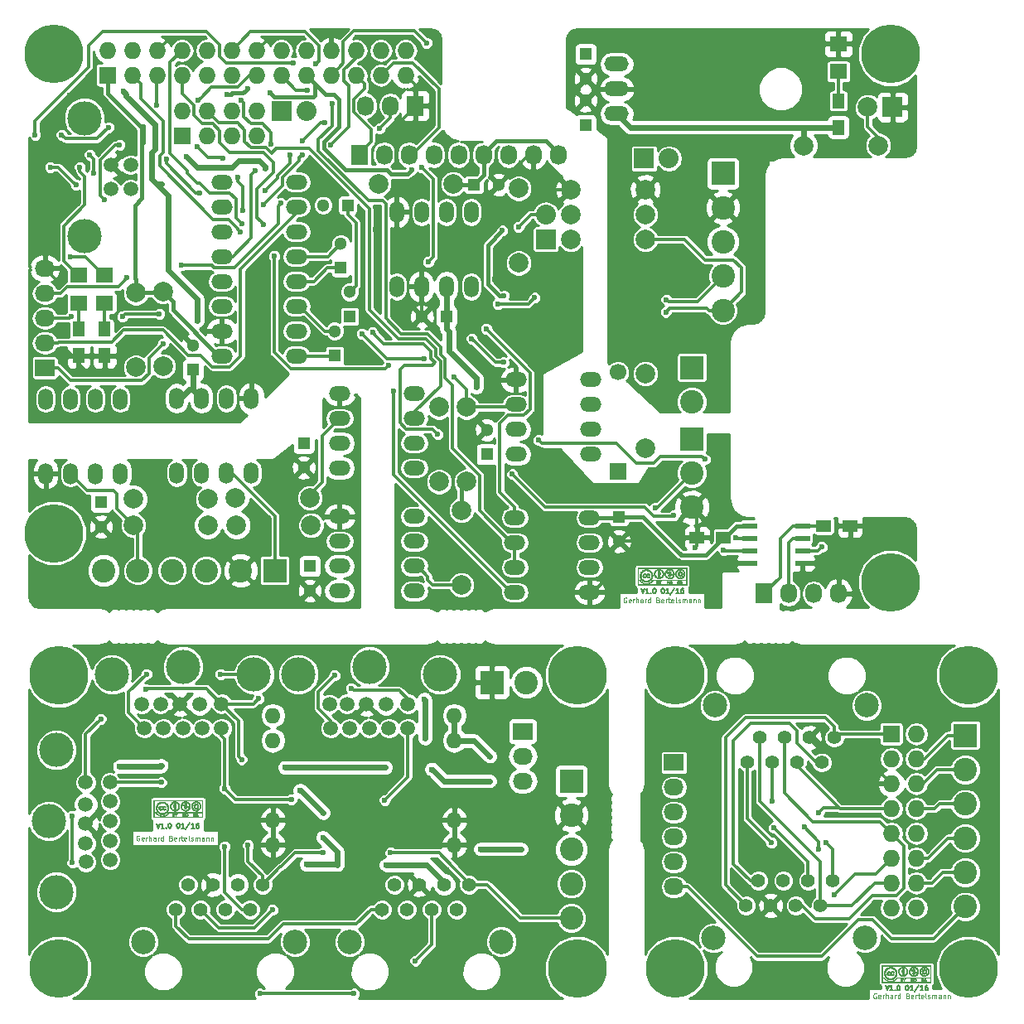
<source format=gbr>
G04 #@! TF.FileFunction,Copper,L1,Top,Signal*
%FSLAX46Y46*%
G04 Gerber Fmt 4.6, Leading zero omitted, Abs format (unit mm)*
G04 Created by KiCad (PCBNEW 4.0.1-3.201512221402+6198~38~ubuntu14.04.1-stable) date Wed 13 Jan 2016 02:16:40 PM CET*
%MOMM*%
G01*
G04 APERTURE LIST*
%ADD10C,0.100000*%
%ADD11C,0.127000*%
%ADD12C,0.063500*%
%ADD13C,0.002540*%
%ADD14C,1.998980*%
%ADD15R,1.727200X1.727200*%
%ADD16O,1.727200X1.727200*%
%ADD17C,1.500000*%
%ADD18C,3.500000*%
%ADD19C,1.400000*%
%ADD20C,2.500000*%
%ADD21R,1.300000X1.300000*%
%ADD22C,1.300000*%
%ADD23C,1.699260*%
%ADD24R,1.699260X1.699260*%
%ADD25C,6.000000*%
%ADD26R,2.032000X2.032000*%
%ADD27O,2.032000X2.032000*%
%ADD28R,1.550000X0.600000*%
%ADD29R,2.032000X1.727200*%
%ADD30O,2.032000X1.727200*%
%ADD31R,1.800860X1.597660*%
%ADD32C,1.501140*%
%ADD33C,3.500120*%
%ADD34R,1.300000X1.500000*%
%ADD35C,2.400000*%
%ADD36R,2.400000X2.400000*%
%ADD37R,1.727200X2.032000*%
%ADD38O,1.727200X2.032000*%
%ADD39O,2.499360X1.501140*%
%ADD40O,1.600000X1.600000*%
%ADD41O,2.199640X1.501140*%
%ADD42O,1.501140X2.199640*%
%ADD43R,1.500000X1.300000*%
%ADD44R,2.000000X2.000000*%
%ADD45C,2.000000*%
%ADD46C,0.600000*%
%ADD47C,0.406400*%
%ADD48C,0.304800*%
%ADD49C,0.609600*%
%ADD50C,0.250000*%
%ADD51C,0.254000*%
G04 APERTURE END LIST*
D10*
D11*
X163025665Y-97638810D02*
X163194998Y-98146810D01*
X163364332Y-97638810D01*
X163799761Y-98146810D02*
X163509475Y-98146810D01*
X163654618Y-98146810D02*
X163654618Y-97638810D01*
X163606237Y-97711381D01*
X163557856Y-97759762D01*
X163509475Y-97783952D01*
X164017475Y-98098429D02*
X164041666Y-98122619D01*
X164017475Y-98146810D01*
X163993285Y-98122619D01*
X164017475Y-98098429D01*
X164017475Y-98146810D01*
X164356142Y-97638810D02*
X164404523Y-97638810D01*
X164452904Y-97663000D01*
X164477095Y-97687190D01*
X164501285Y-97735571D01*
X164525476Y-97832333D01*
X164525476Y-97953286D01*
X164501285Y-98050048D01*
X164477095Y-98098429D01*
X164452904Y-98122619D01*
X164404523Y-98146810D01*
X164356142Y-98146810D01*
X164307761Y-98122619D01*
X164283571Y-98098429D01*
X164259380Y-98050048D01*
X164235190Y-97953286D01*
X164235190Y-97832333D01*
X164259380Y-97735571D01*
X164283571Y-97687190D01*
X164307761Y-97663000D01*
X164356142Y-97638810D01*
X165227000Y-97638810D02*
X165275381Y-97638810D01*
X165323762Y-97663000D01*
X165347953Y-97687190D01*
X165372143Y-97735571D01*
X165396334Y-97832333D01*
X165396334Y-97953286D01*
X165372143Y-98050048D01*
X165347953Y-98098429D01*
X165323762Y-98122619D01*
X165275381Y-98146810D01*
X165227000Y-98146810D01*
X165178619Y-98122619D01*
X165154429Y-98098429D01*
X165130238Y-98050048D01*
X165106048Y-97953286D01*
X165106048Y-97832333D01*
X165130238Y-97735571D01*
X165154429Y-97687190D01*
X165178619Y-97663000D01*
X165227000Y-97638810D01*
X165880144Y-98146810D02*
X165589858Y-98146810D01*
X165735001Y-98146810D02*
X165735001Y-97638810D01*
X165686620Y-97711381D01*
X165638239Y-97759762D01*
X165589858Y-97783952D01*
X166460716Y-97614619D02*
X166025287Y-98267762D01*
X166896144Y-98146810D02*
X166605858Y-98146810D01*
X166751001Y-98146810D02*
X166751001Y-97638810D01*
X166702620Y-97711381D01*
X166654239Y-97759762D01*
X166605858Y-97783952D01*
X167331573Y-97638810D02*
X167234811Y-97638810D01*
X167186430Y-97663000D01*
X167162239Y-97687190D01*
X167113858Y-97759762D01*
X167089668Y-97856524D01*
X167089668Y-98050048D01*
X167113858Y-98098429D01*
X167138049Y-98122619D01*
X167186430Y-98146810D01*
X167283192Y-98146810D01*
X167331573Y-98122619D01*
X167355763Y-98098429D01*
X167379954Y-98050048D01*
X167379954Y-97929095D01*
X167355763Y-97880714D01*
X167331573Y-97856524D01*
X167283192Y-97832333D01*
X167186430Y-97832333D01*
X167138049Y-97856524D01*
X167113858Y-97880714D01*
X167089668Y-97929095D01*
D12*
X111738834Y-122936000D02*
X111690453Y-122911810D01*
X111617881Y-122911810D01*
X111545310Y-122936000D01*
X111496929Y-122984381D01*
X111472738Y-123032762D01*
X111448548Y-123129524D01*
X111448548Y-123202095D01*
X111472738Y-123298857D01*
X111496929Y-123347238D01*
X111545310Y-123395619D01*
X111617881Y-123419810D01*
X111666262Y-123419810D01*
X111738834Y-123395619D01*
X111763024Y-123371429D01*
X111763024Y-123202095D01*
X111666262Y-123202095D01*
X112174262Y-123395619D02*
X112125881Y-123419810D01*
X112029119Y-123419810D01*
X111980738Y-123395619D01*
X111956548Y-123347238D01*
X111956548Y-123153714D01*
X111980738Y-123105333D01*
X112029119Y-123081143D01*
X112125881Y-123081143D01*
X112174262Y-123105333D01*
X112198453Y-123153714D01*
X112198453Y-123202095D01*
X111956548Y-123250476D01*
X112416167Y-123419810D02*
X112416167Y-123081143D01*
X112416167Y-123177905D02*
X112440358Y-123129524D01*
X112464548Y-123105333D01*
X112512929Y-123081143D01*
X112561310Y-123081143D01*
X112730643Y-123419810D02*
X112730643Y-122911810D01*
X112948358Y-123419810D02*
X112948358Y-123153714D01*
X112924167Y-123105333D01*
X112875786Y-123081143D01*
X112803215Y-123081143D01*
X112754834Y-123105333D01*
X112730643Y-123129524D01*
X113407977Y-123419810D02*
X113407977Y-123153714D01*
X113383786Y-123105333D01*
X113335405Y-123081143D01*
X113238643Y-123081143D01*
X113190262Y-123105333D01*
X113407977Y-123395619D02*
X113359596Y-123419810D01*
X113238643Y-123419810D01*
X113190262Y-123395619D01*
X113166072Y-123347238D01*
X113166072Y-123298857D01*
X113190262Y-123250476D01*
X113238643Y-123226286D01*
X113359596Y-123226286D01*
X113407977Y-123202095D01*
X113649881Y-123419810D02*
X113649881Y-123081143D01*
X113649881Y-123177905D02*
X113674072Y-123129524D01*
X113698262Y-123105333D01*
X113746643Y-123081143D01*
X113795024Y-123081143D01*
X114182072Y-123419810D02*
X114182072Y-122911810D01*
X114182072Y-123395619D02*
X114133691Y-123419810D01*
X114036929Y-123419810D01*
X113988548Y-123395619D01*
X113964357Y-123371429D01*
X113940167Y-123323048D01*
X113940167Y-123177905D01*
X113964357Y-123129524D01*
X113988548Y-123105333D01*
X114036929Y-123081143D01*
X114133691Y-123081143D01*
X114182072Y-123105333D01*
X114980358Y-123153714D02*
X115052929Y-123177905D01*
X115077120Y-123202095D01*
X115101310Y-123250476D01*
X115101310Y-123323048D01*
X115077120Y-123371429D01*
X115052929Y-123395619D01*
X115004548Y-123419810D01*
X114811024Y-123419810D01*
X114811024Y-122911810D01*
X114980358Y-122911810D01*
X115028739Y-122936000D01*
X115052929Y-122960190D01*
X115077120Y-123008571D01*
X115077120Y-123056952D01*
X115052929Y-123105333D01*
X115028739Y-123129524D01*
X114980358Y-123153714D01*
X114811024Y-123153714D01*
X115512548Y-123395619D02*
X115464167Y-123419810D01*
X115367405Y-123419810D01*
X115319024Y-123395619D01*
X115294834Y-123347238D01*
X115294834Y-123153714D01*
X115319024Y-123105333D01*
X115367405Y-123081143D01*
X115464167Y-123081143D01*
X115512548Y-123105333D01*
X115536739Y-123153714D01*
X115536739Y-123202095D01*
X115294834Y-123250476D01*
X115754453Y-123419810D02*
X115754453Y-123081143D01*
X115754453Y-123177905D02*
X115778644Y-123129524D01*
X115802834Y-123105333D01*
X115851215Y-123081143D01*
X115899596Y-123081143D01*
X115996358Y-123081143D02*
X116189882Y-123081143D01*
X116068929Y-122911810D02*
X116068929Y-123347238D01*
X116093120Y-123395619D01*
X116141501Y-123419810D01*
X116189882Y-123419810D01*
X116552739Y-123395619D02*
X116504358Y-123419810D01*
X116407596Y-123419810D01*
X116359215Y-123395619D01*
X116335025Y-123347238D01*
X116335025Y-123153714D01*
X116359215Y-123105333D01*
X116407596Y-123081143D01*
X116504358Y-123081143D01*
X116552739Y-123105333D01*
X116576930Y-123153714D01*
X116576930Y-123202095D01*
X116335025Y-123250476D01*
X116867216Y-123419810D02*
X116818835Y-123395619D01*
X116794644Y-123347238D01*
X116794644Y-122911810D01*
X117036549Y-123395619D02*
X117084930Y-123419810D01*
X117181692Y-123419810D01*
X117230073Y-123395619D01*
X117254263Y-123347238D01*
X117254263Y-123323048D01*
X117230073Y-123274667D01*
X117181692Y-123250476D01*
X117109120Y-123250476D01*
X117060739Y-123226286D01*
X117036549Y-123177905D01*
X117036549Y-123153714D01*
X117060739Y-123105333D01*
X117109120Y-123081143D01*
X117181692Y-123081143D01*
X117230073Y-123105333D01*
X117471977Y-123419810D02*
X117471977Y-123081143D01*
X117471977Y-123129524D02*
X117496168Y-123105333D01*
X117544549Y-123081143D01*
X117617120Y-123081143D01*
X117665501Y-123105333D01*
X117689692Y-123153714D01*
X117689692Y-123419810D01*
X117689692Y-123153714D02*
X117713882Y-123105333D01*
X117762263Y-123081143D01*
X117834835Y-123081143D01*
X117883215Y-123105333D01*
X117907406Y-123153714D01*
X117907406Y-123419810D01*
X118367025Y-123419810D02*
X118367025Y-123153714D01*
X118342834Y-123105333D01*
X118294453Y-123081143D01*
X118197691Y-123081143D01*
X118149310Y-123105333D01*
X118367025Y-123395619D02*
X118318644Y-123419810D01*
X118197691Y-123419810D01*
X118149310Y-123395619D01*
X118125120Y-123347238D01*
X118125120Y-123298857D01*
X118149310Y-123250476D01*
X118197691Y-123226286D01*
X118318644Y-123226286D01*
X118367025Y-123202095D01*
X118608929Y-123081143D02*
X118608929Y-123419810D01*
X118608929Y-123129524D02*
X118633120Y-123105333D01*
X118681501Y-123081143D01*
X118754072Y-123081143D01*
X118802453Y-123105333D01*
X118826644Y-123153714D01*
X118826644Y-123419810D01*
X119068548Y-123081143D02*
X119068548Y-123419810D01*
X119068548Y-123129524D02*
X119092739Y-123105333D01*
X119141120Y-123081143D01*
X119213691Y-123081143D01*
X119262072Y-123105333D01*
X119286263Y-123153714D01*
X119286263Y-123419810D01*
D11*
X113495665Y-121641810D02*
X113664998Y-122149810D01*
X113834332Y-121641810D01*
X114269761Y-122149810D02*
X113979475Y-122149810D01*
X114124618Y-122149810D02*
X114124618Y-121641810D01*
X114076237Y-121714381D01*
X114027856Y-121762762D01*
X113979475Y-121786952D01*
X114487475Y-122101429D02*
X114511666Y-122125619D01*
X114487475Y-122149810D01*
X114463285Y-122125619D01*
X114487475Y-122101429D01*
X114487475Y-122149810D01*
X114826142Y-121641810D02*
X114874523Y-121641810D01*
X114922904Y-121666000D01*
X114947095Y-121690190D01*
X114971285Y-121738571D01*
X114995476Y-121835333D01*
X114995476Y-121956286D01*
X114971285Y-122053048D01*
X114947095Y-122101429D01*
X114922904Y-122125619D01*
X114874523Y-122149810D01*
X114826142Y-122149810D01*
X114777761Y-122125619D01*
X114753571Y-122101429D01*
X114729380Y-122053048D01*
X114705190Y-121956286D01*
X114705190Y-121835333D01*
X114729380Y-121738571D01*
X114753571Y-121690190D01*
X114777761Y-121666000D01*
X114826142Y-121641810D01*
X115697000Y-121641810D02*
X115745381Y-121641810D01*
X115793762Y-121666000D01*
X115817953Y-121690190D01*
X115842143Y-121738571D01*
X115866334Y-121835333D01*
X115866334Y-121956286D01*
X115842143Y-122053048D01*
X115817953Y-122101429D01*
X115793762Y-122125619D01*
X115745381Y-122149810D01*
X115697000Y-122149810D01*
X115648619Y-122125619D01*
X115624429Y-122101429D01*
X115600238Y-122053048D01*
X115576048Y-121956286D01*
X115576048Y-121835333D01*
X115600238Y-121738571D01*
X115624429Y-121690190D01*
X115648619Y-121666000D01*
X115697000Y-121641810D01*
X116350144Y-122149810D02*
X116059858Y-122149810D01*
X116205001Y-122149810D02*
X116205001Y-121641810D01*
X116156620Y-121714381D01*
X116108239Y-121762762D01*
X116059858Y-121786952D01*
X116930716Y-121617619D02*
X116495287Y-122270762D01*
X117366144Y-122149810D02*
X117075858Y-122149810D01*
X117221001Y-122149810D02*
X117221001Y-121641810D01*
X117172620Y-121714381D01*
X117124239Y-121762762D01*
X117075858Y-121786952D01*
X117801573Y-121641810D02*
X117704811Y-121641810D01*
X117656430Y-121666000D01*
X117632239Y-121690190D01*
X117583858Y-121762762D01*
X117559668Y-121859524D01*
X117559668Y-122053048D01*
X117583858Y-122101429D01*
X117608049Y-122125619D01*
X117656430Y-122149810D01*
X117753192Y-122149810D01*
X117801573Y-122125619D01*
X117825763Y-122101429D01*
X117849954Y-122053048D01*
X117849954Y-121932095D01*
X117825763Y-121883714D01*
X117801573Y-121859524D01*
X117753192Y-121835333D01*
X117656430Y-121835333D01*
X117608049Y-121859524D01*
X117583858Y-121883714D01*
X117559668Y-121932095D01*
X187981165Y-138215310D02*
X188150498Y-138723310D01*
X188319832Y-138215310D01*
X188755261Y-138723310D02*
X188464975Y-138723310D01*
X188610118Y-138723310D02*
X188610118Y-138215310D01*
X188561737Y-138287881D01*
X188513356Y-138336262D01*
X188464975Y-138360452D01*
X188972975Y-138674929D02*
X188997166Y-138699119D01*
X188972975Y-138723310D01*
X188948785Y-138699119D01*
X188972975Y-138674929D01*
X188972975Y-138723310D01*
X189311642Y-138215310D02*
X189360023Y-138215310D01*
X189408404Y-138239500D01*
X189432595Y-138263690D01*
X189456785Y-138312071D01*
X189480976Y-138408833D01*
X189480976Y-138529786D01*
X189456785Y-138626548D01*
X189432595Y-138674929D01*
X189408404Y-138699119D01*
X189360023Y-138723310D01*
X189311642Y-138723310D01*
X189263261Y-138699119D01*
X189239071Y-138674929D01*
X189214880Y-138626548D01*
X189190690Y-138529786D01*
X189190690Y-138408833D01*
X189214880Y-138312071D01*
X189239071Y-138263690D01*
X189263261Y-138239500D01*
X189311642Y-138215310D01*
X190182500Y-138215310D02*
X190230881Y-138215310D01*
X190279262Y-138239500D01*
X190303453Y-138263690D01*
X190327643Y-138312071D01*
X190351834Y-138408833D01*
X190351834Y-138529786D01*
X190327643Y-138626548D01*
X190303453Y-138674929D01*
X190279262Y-138699119D01*
X190230881Y-138723310D01*
X190182500Y-138723310D01*
X190134119Y-138699119D01*
X190109929Y-138674929D01*
X190085738Y-138626548D01*
X190061548Y-138529786D01*
X190061548Y-138408833D01*
X190085738Y-138312071D01*
X190109929Y-138263690D01*
X190134119Y-138239500D01*
X190182500Y-138215310D01*
X190835644Y-138723310D02*
X190545358Y-138723310D01*
X190690501Y-138723310D02*
X190690501Y-138215310D01*
X190642120Y-138287881D01*
X190593739Y-138336262D01*
X190545358Y-138360452D01*
X191416216Y-138191119D02*
X190980787Y-138844262D01*
X191851644Y-138723310D02*
X191561358Y-138723310D01*
X191706501Y-138723310D02*
X191706501Y-138215310D01*
X191658120Y-138287881D01*
X191609739Y-138336262D01*
X191561358Y-138360452D01*
X192287073Y-138215310D02*
X192190311Y-138215310D01*
X192141930Y-138239500D01*
X192117739Y-138263690D01*
X192069358Y-138336262D01*
X192045168Y-138433024D01*
X192045168Y-138626548D01*
X192069358Y-138674929D01*
X192093549Y-138699119D01*
X192141930Y-138723310D01*
X192238692Y-138723310D01*
X192287073Y-138699119D01*
X192311263Y-138674929D01*
X192335454Y-138626548D01*
X192335454Y-138505595D01*
X192311263Y-138457214D01*
X192287073Y-138433024D01*
X192238692Y-138408833D01*
X192141930Y-138408833D01*
X192093549Y-138433024D01*
X192069358Y-138457214D01*
X192045168Y-138505595D01*
D12*
X187049834Y-139065000D02*
X187001453Y-139040810D01*
X186928881Y-139040810D01*
X186856310Y-139065000D01*
X186807929Y-139113381D01*
X186783738Y-139161762D01*
X186759548Y-139258524D01*
X186759548Y-139331095D01*
X186783738Y-139427857D01*
X186807929Y-139476238D01*
X186856310Y-139524619D01*
X186928881Y-139548810D01*
X186977262Y-139548810D01*
X187049834Y-139524619D01*
X187074024Y-139500429D01*
X187074024Y-139331095D01*
X186977262Y-139331095D01*
X187485262Y-139524619D02*
X187436881Y-139548810D01*
X187340119Y-139548810D01*
X187291738Y-139524619D01*
X187267548Y-139476238D01*
X187267548Y-139282714D01*
X187291738Y-139234333D01*
X187340119Y-139210143D01*
X187436881Y-139210143D01*
X187485262Y-139234333D01*
X187509453Y-139282714D01*
X187509453Y-139331095D01*
X187267548Y-139379476D01*
X187727167Y-139548810D02*
X187727167Y-139210143D01*
X187727167Y-139306905D02*
X187751358Y-139258524D01*
X187775548Y-139234333D01*
X187823929Y-139210143D01*
X187872310Y-139210143D01*
X188041643Y-139548810D02*
X188041643Y-139040810D01*
X188259358Y-139548810D02*
X188259358Y-139282714D01*
X188235167Y-139234333D01*
X188186786Y-139210143D01*
X188114215Y-139210143D01*
X188065834Y-139234333D01*
X188041643Y-139258524D01*
X188718977Y-139548810D02*
X188718977Y-139282714D01*
X188694786Y-139234333D01*
X188646405Y-139210143D01*
X188549643Y-139210143D01*
X188501262Y-139234333D01*
X188718977Y-139524619D02*
X188670596Y-139548810D01*
X188549643Y-139548810D01*
X188501262Y-139524619D01*
X188477072Y-139476238D01*
X188477072Y-139427857D01*
X188501262Y-139379476D01*
X188549643Y-139355286D01*
X188670596Y-139355286D01*
X188718977Y-139331095D01*
X188960881Y-139548810D02*
X188960881Y-139210143D01*
X188960881Y-139306905D02*
X188985072Y-139258524D01*
X189009262Y-139234333D01*
X189057643Y-139210143D01*
X189106024Y-139210143D01*
X189493072Y-139548810D02*
X189493072Y-139040810D01*
X189493072Y-139524619D02*
X189444691Y-139548810D01*
X189347929Y-139548810D01*
X189299548Y-139524619D01*
X189275357Y-139500429D01*
X189251167Y-139452048D01*
X189251167Y-139306905D01*
X189275357Y-139258524D01*
X189299548Y-139234333D01*
X189347929Y-139210143D01*
X189444691Y-139210143D01*
X189493072Y-139234333D01*
X190291358Y-139282714D02*
X190363929Y-139306905D01*
X190388120Y-139331095D01*
X190412310Y-139379476D01*
X190412310Y-139452048D01*
X190388120Y-139500429D01*
X190363929Y-139524619D01*
X190315548Y-139548810D01*
X190122024Y-139548810D01*
X190122024Y-139040810D01*
X190291358Y-139040810D01*
X190339739Y-139065000D01*
X190363929Y-139089190D01*
X190388120Y-139137571D01*
X190388120Y-139185952D01*
X190363929Y-139234333D01*
X190339739Y-139258524D01*
X190291358Y-139282714D01*
X190122024Y-139282714D01*
X190823548Y-139524619D02*
X190775167Y-139548810D01*
X190678405Y-139548810D01*
X190630024Y-139524619D01*
X190605834Y-139476238D01*
X190605834Y-139282714D01*
X190630024Y-139234333D01*
X190678405Y-139210143D01*
X190775167Y-139210143D01*
X190823548Y-139234333D01*
X190847739Y-139282714D01*
X190847739Y-139331095D01*
X190605834Y-139379476D01*
X191065453Y-139548810D02*
X191065453Y-139210143D01*
X191065453Y-139306905D02*
X191089644Y-139258524D01*
X191113834Y-139234333D01*
X191162215Y-139210143D01*
X191210596Y-139210143D01*
X191307358Y-139210143D02*
X191500882Y-139210143D01*
X191379929Y-139040810D02*
X191379929Y-139476238D01*
X191404120Y-139524619D01*
X191452501Y-139548810D01*
X191500882Y-139548810D01*
X191863739Y-139524619D02*
X191815358Y-139548810D01*
X191718596Y-139548810D01*
X191670215Y-139524619D01*
X191646025Y-139476238D01*
X191646025Y-139282714D01*
X191670215Y-139234333D01*
X191718596Y-139210143D01*
X191815358Y-139210143D01*
X191863739Y-139234333D01*
X191887930Y-139282714D01*
X191887930Y-139331095D01*
X191646025Y-139379476D01*
X192178216Y-139548810D02*
X192129835Y-139524619D01*
X192105644Y-139476238D01*
X192105644Y-139040810D01*
X192347549Y-139524619D02*
X192395930Y-139548810D01*
X192492692Y-139548810D01*
X192541073Y-139524619D01*
X192565263Y-139476238D01*
X192565263Y-139452048D01*
X192541073Y-139403667D01*
X192492692Y-139379476D01*
X192420120Y-139379476D01*
X192371739Y-139355286D01*
X192347549Y-139306905D01*
X192347549Y-139282714D01*
X192371739Y-139234333D01*
X192420120Y-139210143D01*
X192492692Y-139210143D01*
X192541073Y-139234333D01*
X192782977Y-139548810D02*
X192782977Y-139210143D01*
X192782977Y-139258524D02*
X192807168Y-139234333D01*
X192855549Y-139210143D01*
X192928120Y-139210143D01*
X192976501Y-139234333D01*
X193000692Y-139282714D01*
X193000692Y-139548810D01*
X193000692Y-139282714D02*
X193024882Y-139234333D01*
X193073263Y-139210143D01*
X193145835Y-139210143D01*
X193194215Y-139234333D01*
X193218406Y-139282714D01*
X193218406Y-139548810D01*
X193678025Y-139548810D02*
X193678025Y-139282714D01*
X193653834Y-139234333D01*
X193605453Y-139210143D01*
X193508691Y-139210143D01*
X193460310Y-139234333D01*
X193678025Y-139524619D02*
X193629644Y-139548810D01*
X193508691Y-139548810D01*
X193460310Y-139524619D01*
X193436120Y-139476238D01*
X193436120Y-139427857D01*
X193460310Y-139379476D01*
X193508691Y-139355286D01*
X193629644Y-139355286D01*
X193678025Y-139331095D01*
X193919929Y-139210143D02*
X193919929Y-139548810D01*
X193919929Y-139258524D02*
X193944120Y-139234333D01*
X193992501Y-139210143D01*
X194065072Y-139210143D01*
X194113453Y-139234333D01*
X194137644Y-139282714D01*
X194137644Y-139548810D01*
X194379548Y-139210143D02*
X194379548Y-139548810D01*
X194379548Y-139258524D02*
X194403739Y-139234333D01*
X194452120Y-139210143D01*
X194524691Y-139210143D01*
X194573072Y-139234333D01*
X194597263Y-139282714D01*
X194597263Y-139548810D01*
X161522834Y-98615500D02*
X161474453Y-98591310D01*
X161401881Y-98591310D01*
X161329310Y-98615500D01*
X161280929Y-98663881D01*
X161256738Y-98712262D01*
X161232548Y-98809024D01*
X161232548Y-98881595D01*
X161256738Y-98978357D01*
X161280929Y-99026738D01*
X161329310Y-99075119D01*
X161401881Y-99099310D01*
X161450262Y-99099310D01*
X161522834Y-99075119D01*
X161547024Y-99050929D01*
X161547024Y-98881595D01*
X161450262Y-98881595D01*
X161958262Y-99075119D02*
X161909881Y-99099310D01*
X161813119Y-99099310D01*
X161764738Y-99075119D01*
X161740548Y-99026738D01*
X161740548Y-98833214D01*
X161764738Y-98784833D01*
X161813119Y-98760643D01*
X161909881Y-98760643D01*
X161958262Y-98784833D01*
X161982453Y-98833214D01*
X161982453Y-98881595D01*
X161740548Y-98929976D01*
X162200167Y-99099310D02*
X162200167Y-98760643D01*
X162200167Y-98857405D02*
X162224358Y-98809024D01*
X162248548Y-98784833D01*
X162296929Y-98760643D01*
X162345310Y-98760643D01*
X162514643Y-99099310D02*
X162514643Y-98591310D01*
X162732358Y-99099310D02*
X162732358Y-98833214D01*
X162708167Y-98784833D01*
X162659786Y-98760643D01*
X162587215Y-98760643D01*
X162538834Y-98784833D01*
X162514643Y-98809024D01*
X163191977Y-99099310D02*
X163191977Y-98833214D01*
X163167786Y-98784833D01*
X163119405Y-98760643D01*
X163022643Y-98760643D01*
X162974262Y-98784833D01*
X163191977Y-99075119D02*
X163143596Y-99099310D01*
X163022643Y-99099310D01*
X162974262Y-99075119D01*
X162950072Y-99026738D01*
X162950072Y-98978357D01*
X162974262Y-98929976D01*
X163022643Y-98905786D01*
X163143596Y-98905786D01*
X163191977Y-98881595D01*
X163433881Y-99099310D02*
X163433881Y-98760643D01*
X163433881Y-98857405D02*
X163458072Y-98809024D01*
X163482262Y-98784833D01*
X163530643Y-98760643D01*
X163579024Y-98760643D01*
X163966072Y-99099310D02*
X163966072Y-98591310D01*
X163966072Y-99075119D02*
X163917691Y-99099310D01*
X163820929Y-99099310D01*
X163772548Y-99075119D01*
X163748357Y-99050929D01*
X163724167Y-99002548D01*
X163724167Y-98857405D01*
X163748357Y-98809024D01*
X163772548Y-98784833D01*
X163820929Y-98760643D01*
X163917691Y-98760643D01*
X163966072Y-98784833D01*
X164764358Y-98833214D02*
X164836929Y-98857405D01*
X164861120Y-98881595D01*
X164885310Y-98929976D01*
X164885310Y-99002548D01*
X164861120Y-99050929D01*
X164836929Y-99075119D01*
X164788548Y-99099310D01*
X164595024Y-99099310D01*
X164595024Y-98591310D01*
X164764358Y-98591310D01*
X164812739Y-98615500D01*
X164836929Y-98639690D01*
X164861120Y-98688071D01*
X164861120Y-98736452D01*
X164836929Y-98784833D01*
X164812739Y-98809024D01*
X164764358Y-98833214D01*
X164595024Y-98833214D01*
X165296548Y-99075119D02*
X165248167Y-99099310D01*
X165151405Y-99099310D01*
X165103024Y-99075119D01*
X165078834Y-99026738D01*
X165078834Y-98833214D01*
X165103024Y-98784833D01*
X165151405Y-98760643D01*
X165248167Y-98760643D01*
X165296548Y-98784833D01*
X165320739Y-98833214D01*
X165320739Y-98881595D01*
X165078834Y-98929976D01*
X165538453Y-99099310D02*
X165538453Y-98760643D01*
X165538453Y-98857405D02*
X165562644Y-98809024D01*
X165586834Y-98784833D01*
X165635215Y-98760643D01*
X165683596Y-98760643D01*
X165780358Y-98760643D02*
X165973882Y-98760643D01*
X165852929Y-98591310D02*
X165852929Y-99026738D01*
X165877120Y-99075119D01*
X165925501Y-99099310D01*
X165973882Y-99099310D01*
X166336739Y-99075119D02*
X166288358Y-99099310D01*
X166191596Y-99099310D01*
X166143215Y-99075119D01*
X166119025Y-99026738D01*
X166119025Y-98833214D01*
X166143215Y-98784833D01*
X166191596Y-98760643D01*
X166288358Y-98760643D01*
X166336739Y-98784833D01*
X166360930Y-98833214D01*
X166360930Y-98881595D01*
X166119025Y-98929976D01*
X166651216Y-99099310D02*
X166602835Y-99075119D01*
X166578644Y-99026738D01*
X166578644Y-98591310D01*
X166820549Y-99075119D02*
X166868930Y-99099310D01*
X166965692Y-99099310D01*
X167014073Y-99075119D01*
X167038263Y-99026738D01*
X167038263Y-99002548D01*
X167014073Y-98954167D01*
X166965692Y-98929976D01*
X166893120Y-98929976D01*
X166844739Y-98905786D01*
X166820549Y-98857405D01*
X166820549Y-98833214D01*
X166844739Y-98784833D01*
X166893120Y-98760643D01*
X166965692Y-98760643D01*
X167014073Y-98784833D01*
X167255977Y-99099310D02*
X167255977Y-98760643D01*
X167255977Y-98809024D02*
X167280168Y-98784833D01*
X167328549Y-98760643D01*
X167401120Y-98760643D01*
X167449501Y-98784833D01*
X167473692Y-98833214D01*
X167473692Y-99099310D01*
X167473692Y-98833214D02*
X167497882Y-98784833D01*
X167546263Y-98760643D01*
X167618835Y-98760643D01*
X167667215Y-98784833D01*
X167691406Y-98833214D01*
X167691406Y-99099310D01*
X168151025Y-99099310D02*
X168151025Y-98833214D01*
X168126834Y-98784833D01*
X168078453Y-98760643D01*
X167981691Y-98760643D01*
X167933310Y-98784833D01*
X168151025Y-99075119D02*
X168102644Y-99099310D01*
X167981691Y-99099310D01*
X167933310Y-99075119D01*
X167909120Y-99026738D01*
X167909120Y-98978357D01*
X167933310Y-98929976D01*
X167981691Y-98905786D01*
X168102644Y-98905786D01*
X168151025Y-98881595D01*
X168392929Y-98760643D02*
X168392929Y-99099310D01*
X168392929Y-98809024D02*
X168417120Y-98784833D01*
X168465501Y-98760643D01*
X168538072Y-98760643D01*
X168586453Y-98784833D01*
X168610644Y-98833214D01*
X168610644Y-99099310D01*
X168852548Y-98760643D02*
X168852548Y-99099310D01*
X168852548Y-98809024D02*
X168876739Y-98784833D01*
X168925120Y-98760643D01*
X168997691Y-98760643D01*
X169046072Y-98784833D01*
X169070263Y-98833214D01*
X169070263Y-99099310D01*
D13*
G36*
X118196360Y-121015760D02*
X118150640Y-121015760D01*
X118150640Y-120489980D01*
X118150640Y-119918480D01*
X118150640Y-119341900D01*
X118135400Y-119326660D01*
X118122700Y-119313960D01*
X115697000Y-119313960D01*
X113271300Y-119313960D01*
X113258600Y-119326660D01*
X113243360Y-119341900D01*
X113243360Y-119918480D01*
X113243360Y-120489980D01*
X113332260Y-120489980D01*
X113421160Y-120489980D01*
X113454180Y-120540780D01*
X113502440Y-120606820D01*
X113558320Y-120667780D01*
X113619280Y-120721120D01*
X113687860Y-120766840D01*
X113761520Y-120807480D01*
X113837720Y-120837960D01*
X113919000Y-120860820D01*
X113985040Y-120870980D01*
X114018060Y-120873520D01*
X114058700Y-120873520D01*
X114101880Y-120873520D01*
X114145060Y-120868440D01*
X114183160Y-120865900D01*
X114206020Y-120860820D01*
X114292380Y-120837960D01*
X114371120Y-120810020D01*
X114444780Y-120769380D01*
X114513360Y-120723660D01*
X114579400Y-120665240D01*
X114604800Y-120639840D01*
X114627660Y-120614440D01*
X114650520Y-120586500D01*
X114670840Y-120561100D01*
X114683540Y-120540780D01*
X114716560Y-120492520D01*
X116431060Y-120489980D01*
X118150640Y-120489980D01*
X118150640Y-121015760D01*
X118145560Y-121015760D01*
X118145560Y-120975120D01*
X118145560Y-120756680D01*
X118145560Y-120535700D01*
X116446300Y-120535700D01*
X114749580Y-120535700D01*
X114716560Y-120581420D01*
X114678460Y-120634760D01*
X114642900Y-120683020D01*
X114602260Y-120721120D01*
X114561620Y-120754140D01*
X114515900Y-120787160D01*
X114482880Y-120807480D01*
X114427000Y-120835420D01*
X114378740Y-120858280D01*
X114333020Y-120876060D01*
X114287300Y-120891300D01*
X114239040Y-120904000D01*
X114236500Y-120904000D01*
X114162840Y-120916700D01*
X114096800Y-120921780D01*
X114033300Y-120921780D01*
X113967260Y-120916700D01*
X113898680Y-120904000D01*
X113822480Y-120881140D01*
X113746280Y-120848120D01*
X113667540Y-120804940D01*
X113588800Y-120754140D01*
X113563400Y-120733820D01*
X113543080Y-120718580D01*
X113520220Y-120695720D01*
X113494820Y-120670320D01*
X113466880Y-120642380D01*
X113444020Y-120614440D01*
X113421160Y-120589040D01*
X113405920Y-120566180D01*
X113398300Y-120550940D01*
X113388140Y-120535700D01*
X113314480Y-120535700D01*
X113238280Y-120535700D01*
X113238280Y-120756680D01*
X113238280Y-120975120D01*
X115694460Y-120975120D01*
X118145560Y-120975120D01*
X118145560Y-121015760D01*
X115699540Y-121015760D01*
X113205260Y-121015760D01*
X113200180Y-120944640D01*
X113200180Y-120929400D01*
X113200180Y-120906540D01*
X113200180Y-120876060D01*
X113200180Y-120835420D01*
X113200180Y-120789700D01*
X113197640Y-120738900D01*
X113197640Y-120680480D01*
X113197640Y-120619520D01*
X113197640Y-120553480D01*
X113197640Y-120482360D01*
X113197640Y-120408700D01*
X113197640Y-120332500D01*
X113197640Y-120253760D01*
X113197640Y-120175020D01*
X113200180Y-120098820D01*
X113200180Y-120020080D01*
X113200180Y-119941340D01*
X113200180Y-119865140D01*
X113200180Y-119788940D01*
X113200180Y-119715280D01*
X113200180Y-119646700D01*
X113200180Y-119583200D01*
X113200180Y-119522240D01*
X113202720Y-119466360D01*
X113202720Y-119415560D01*
X113202720Y-119372380D01*
X113202720Y-119336820D01*
X113202720Y-119308880D01*
X113202720Y-119288560D01*
X113205260Y-119275860D01*
X113205260Y-119275860D01*
X113210340Y-119273320D01*
X113225580Y-119273320D01*
X113248440Y-119273320D01*
X113281460Y-119273320D01*
X113322100Y-119273320D01*
X113372900Y-119273320D01*
X113431320Y-119273320D01*
X113494820Y-119273320D01*
X113568480Y-119273320D01*
X113647220Y-119273320D01*
X113731040Y-119273320D01*
X113822480Y-119273320D01*
X113919000Y-119270780D01*
X114020600Y-119270780D01*
X114127280Y-119270780D01*
X114239040Y-119270780D01*
X114353340Y-119270780D01*
X114472720Y-119270780D01*
X114594640Y-119270780D01*
X114721640Y-119270780D01*
X114848640Y-119270780D01*
X114978180Y-119270780D01*
X115112800Y-119270780D01*
X115244880Y-119270780D01*
X115382040Y-119270780D01*
X115516660Y-119270780D01*
X115653820Y-119270780D01*
X115788440Y-119270780D01*
X115923060Y-119270780D01*
X116060220Y-119270780D01*
X116194840Y-119270780D01*
X116326920Y-119270780D01*
X116459000Y-119270780D01*
X116588540Y-119270780D01*
X116715540Y-119270780D01*
X116840000Y-119270780D01*
X116959380Y-119270780D01*
X117078760Y-119270780D01*
X117190520Y-119270780D01*
X117299740Y-119270780D01*
X117403880Y-119270780D01*
X117502940Y-119270780D01*
X117599460Y-119270780D01*
X117685820Y-119270780D01*
X117769640Y-119270780D01*
X117843300Y-119270780D01*
X117911880Y-119270780D01*
X117975380Y-119270780D01*
X118028720Y-119270780D01*
X118074440Y-119270780D01*
X118112540Y-119270780D01*
X118140480Y-119270780D01*
X118160800Y-119270780D01*
X118170960Y-119270780D01*
X118173500Y-119270780D01*
X118196360Y-119273320D01*
X118196360Y-120144540D01*
X118196360Y-121015760D01*
X118196360Y-121015760D01*
X118196360Y-121015760D01*
G37*
X118196360Y-121015760D02*
X118150640Y-121015760D01*
X118150640Y-120489980D01*
X118150640Y-119918480D01*
X118150640Y-119341900D01*
X118135400Y-119326660D01*
X118122700Y-119313960D01*
X115697000Y-119313960D01*
X113271300Y-119313960D01*
X113258600Y-119326660D01*
X113243360Y-119341900D01*
X113243360Y-119918480D01*
X113243360Y-120489980D01*
X113332260Y-120489980D01*
X113421160Y-120489980D01*
X113454180Y-120540780D01*
X113502440Y-120606820D01*
X113558320Y-120667780D01*
X113619280Y-120721120D01*
X113687860Y-120766840D01*
X113761520Y-120807480D01*
X113837720Y-120837960D01*
X113919000Y-120860820D01*
X113985040Y-120870980D01*
X114018060Y-120873520D01*
X114058700Y-120873520D01*
X114101880Y-120873520D01*
X114145060Y-120868440D01*
X114183160Y-120865900D01*
X114206020Y-120860820D01*
X114292380Y-120837960D01*
X114371120Y-120810020D01*
X114444780Y-120769380D01*
X114513360Y-120723660D01*
X114579400Y-120665240D01*
X114604800Y-120639840D01*
X114627660Y-120614440D01*
X114650520Y-120586500D01*
X114670840Y-120561100D01*
X114683540Y-120540780D01*
X114716560Y-120492520D01*
X116431060Y-120489980D01*
X118150640Y-120489980D01*
X118150640Y-121015760D01*
X118145560Y-121015760D01*
X118145560Y-120975120D01*
X118145560Y-120756680D01*
X118145560Y-120535700D01*
X116446300Y-120535700D01*
X114749580Y-120535700D01*
X114716560Y-120581420D01*
X114678460Y-120634760D01*
X114642900Y-120683020D01*
X114602260Y-120721120D01*
X114561620Y-120754140D01*
X114515900Y-120787160D01*
X114482880Y-120807480D01*
X114427000Y-120835420D01*
X114378740Y-120858280D01*
X114333020Y-120876060D01*
X114287300Y-120891300D01*
X114239040Y-120904000D01*
X114236500Y-120904000D01*
X114162840Y-120916700D01*
X114096800Y-120921780D01*
X114033300Y-120921780D01*
X113967260Y-120916700D01*
X113898680Y-120904000D01*
X113822480Y-120881140D01*
X113746280Y-120848120D01*
X113667540Y-120804940D01*
X113588800Y-120754140D01*
X113563400Y-120733820D01*
X113543080Y-120718580D01*
X113520220Y-120695720D01*
X113494820Y-120670320D01*
X113466880Y-120642380D01*
X113444020Y-120614440D01*
X113421160Y-120589040D01*
X113405920Y-120566180D01*
X113398300Y-120550940D01*
X113388140Y-120535700D01*
X113314480Y-120535700D01*
X113238280Y-120535700D01*
X113238280Y-120756680D01*
X113238280Y-120975120D01*
X115694460Y-120975120D01*
X118145560Y-120975120D01*
X118145560Y-121015760D01*
X115699540Y-121015760D01*
X113205260Y-121015760D01*
X113200180Y-120944640D01*
X113200180Y-120929400D01*
X113200180Y-120906540D01*
X113200180Y-120876060D01*
X113200180Y-120835420D01*
X113200180Y-120789700D01*
X113197640Y-120738900D01*
X113197640Y-120680480D01*
X113197640Y-120619520D01*
X113197640Y-120553480D01*
X113197640Y-120482360D01*
X113197640Y-120408700D01*
X113197640Y-120332500D01*
X113197640Y-120253760D01*
X113197640Y-120175020D01*
X113200180Y-120098820D01*
X113200180Y-120020080D01*
X113200180Y-119941340D01*
X113200180Y-119865140D01*
X113200180Y-119788940D01*
X113200180Y-119715280D01*
X113200180Y-119646700D01*
X113200180Y-119583200D01*
X113200180Y-119522240D01*
X113202720Y-119466360D01*
X113202720Y-119415560D01*
X113202720Y-119372380D01*
X113202720Y-119336820D01*
X113202720Y-119308880D01*
X113202720Y-119288560D01*
X113205260Y-119275860D01*
X113205260Y-119275860D01*
X113210340Y-119273320D01*
X113225580Y-119273320D01*
X113248440Y-119273320D01*
X113281460Y-119273320D01*
X113322100Y-119273320D01*
X113372900Y-119273320D01*
X113431320Y-119273320D01*
X113494820Y-119273320D01*
X113568480Y-119273320D01*
X113647220Y-119273320D01*
X113731040Y-119273320D01*
X113822480Y-119273320D01*
X113919000Y-119270780D01*
X114020600Y-119270780D01*
X114127280Y-119270780D01*
X114239040Y-119270780D01*
X114353340Y-119270780D01*
X114472720Y-119270780D01*
X114594640Y-119270780D01*
X114721640Y-119270780D01*
X114848640Y-119270780D01*
X114978180Y-119270780D01*
X115112800Y-119270780D01*
X115244880Y-119270780D01*
X115382040Y-119270780D01*
X115516660Y-119270780D01*
X115653820Y-119270780D01*
X115788440Y-119270780D01*
X115923060Y-119270780D01*
X116060220Y-119270780D01*
X116194840Y-119270780D01*
X116326920Y-119270780D01*
X116459000Y-119270780D01*
X116588540Y-119270780D01*
X116715540Y-119270780D01*
X116840000Y-119270780D01*
X116959380Y-119270780D01*
X117078760Y-119270780D01*
X117190520Y-119270780D01*
X117299740Y-119270780D01*
X117403880Y-119270780D01*
X117502940Y-119270780D01*
X117599460Y-119270780D01*
X117685820Y-119270780D01*
X117769640Y-119270780D01*
X117843300Y-119270780D01*
X117911880Y-119270780D01*
X117975380Y-119270780D01*
X118028720Y-119270780D01*
X118074440Y-119270780D01*
X118112540Y-119270780D01*
X118140480Y-119270780D01*
X118160800Y-119270780D01*
X118170960Y-119270780D01*
X118173500Y-119270780D01*
X118196360Y-119273320D01*
X118196360Y-120144540D01*
X118196360Y-121015760D01*
X118196360Y-121015760D01*
G36*
X116690140Y-120799860D02*
X116687600Y-120815100D01*
X116674900Y-120850660D01*
X116657120Y-120876060D01*
X116631720Y-120896380D01*
X116601240Y-120909080D01*
X116565680Y-120911620D01*
X116542820Y-120909080D01*
X116517420Y-120904000D01*
X116497100Y-120893840D01*
X116476780Y-120878600D01*
X116466620Y-120868440D01*
X116448840Y-120840500D01*
X116436140Y-120807480D01*
X116431060Y-120774460D01*
X116433600Y-120738900D01*
X116443760Y-120703340D01*
X116461540Y-120672860D01*
X116471700Y-120660160D01*
X116497100Y-120639840D01*
X116527580Y-120627140D01*
X116560600Y-120622060D01*
X116591080Y-120624600D01*
X116621560Y-120634760D01*
X116646960Y-120650000D01*
X116669820Y-120672860D01*
X116674900Y-120685560D01*
X116682520Y-120700800D01*
X116685060Y-120713500D01*
X116685060Y-120716040D01*
X116685060Y-120721120D01*
X116679980Y-120723660D01*
X116667280Y-120726200D01*
X116659660Y-120726200D01*
X116641880Y-120726200D01*
X116634260Y-120723660D01*
X116626640Y-120718580D01*
X116624100Y-120710960D01*
X116608860Y-120690640D01*
X116588540Y-120680480D01*
X116568220Y-120675400D01*
X116545360Y-120680480D01*
X116525040Y-120690640D01*
X116509800Y-120708420D01*
X116504720Y-120718580D01*
X116497100Y-120738900D01*
X116494560Y-120764300D01*
X116497100Y-120792240D01*
X116502180Y-120815100D01*
X116504720Y-120820180D01*
X116519960Y-120840500D01*
X116540280Y-120853200D01*
X116563140Y-120860820D01*
X116586000Y-120858280D01*
X116596160Y-120853200D01*
X116608860Y-120843040D01*
X116619020Y-120827800D01*
X116626640Y-120812560D01*
X116626640Y-120807480D01*
X116626640Y-120804940D01*
X116634260Y-120802400D01*
X116649500Y-120799860D01*
X116657120Y-120799860D01*
X116690140Y-120799860D01*
X116690140Y-120799860D01*
X116690140Y-120799860D01*
G37*
X116690140Y-120799860D02*
X116687600Y-120815100D01*
X116674900Y-120850660D01*
X116657120Y-120876060D01*
X116631720Y-120896380D01*
X116601240Y-120909080D01*
X116565680Y-120911620D01*
X116542820Y-120909080D01*
X116517420Y-120904000D01*
X116497100Y-120893840D01*
X116476780Y-120878600D01*
X116466620Y-120868440D01*
X116448840Y-120840500D01*
X116436140Y-120807480D01*
X116431060Y-120774460D01*
X116433600Y-120738900D01*
X116443760Y-120703340D01*
X116461540Y-120672860D01*
X116471700Y-120660160D01*
X116497100Y-120639840D01*
X116527580Y-120627140D01*
X116560600Y-120622060D01*
X116591080Y-120624600D01*
X116621560Y-120634760D01*
X116646960Y-120650000D01*
X116669820Y-120672860D01*
X116674900Y-120685560D01*
X116682520Y-120700800D01*
X116685060Y-120713500D01*
X116685060Y-120716040D01*
X116685060Y-120721120D01*
X116679980Y-120723660D01*
X116667280Y-120726200D01*
X116659660Y-120726200D01*
X116641880Y-120726200D01*
X116634260Y-120723660D01*
X116626640Y-120718580D01*
X116624100Y-120710960D01*
X116608860Y-120690640D01*
X116588540Y-120680480D01*
X116568220Y-120675400D01*
X116545360Y-120680480D01*
X116525040Y-120690640D01*
X116509800Y-120708420D01*
X116504720Y-120718580D01*
X116497100Y-120738900D01*
X116494560Y-120764300D01*
X116497100Y-120792240D01*
X116502180Y-120815100D01*
X116504720Y-120820180D01*
X116519960Y-120840500D01*
X116540280Y-120853200D01*
X116563140Y-120860820D01*
X116586000Y-120858280D01*
X116596160Y-120853200D01*
X116608860Y-120843040D01*
X116619020Y-120827800D01*
X116626640Y-120812560D01*
X116626640Y-120807480D01*
X116626640Y-120804940D01*
X116634260Y-120802400D01*
X116649500Y-120799860D01*
X116657120Y-120799860D01*
X116690140Y-120799860D01*
X116690140Y-120799860D01*
G36*
X117464840Y-120835420D02*
X117459760Y-120855740D01*
X117449600Y-120873520D01*
X117444520Y-120878600D01*
X117426740Y-120893840D01*
X117398800Y-120906540D01*
X117368320Y-120911620D01*
X117337840Y-120911620D01*
X117332760Y-120911620D01*
X117297200Y-120904000D01*
X117269260Y-120888760D01*
X117248940Y-120868440D01*
X117236240Y-120843040D01*
X117236240Y-120840500D01*
X117233700Y-120825260D01*
X117236240Y-120815100D01*
X117243860Y-120812560D01*
X117261640Y-120812560D01*
X117266720Y-120812560D01*
X117281960Y-120812560D01*
X117289580Y-120815100D01*
X117294660Y-120822720D01*
X117297200Y-120830340D01*
X117307360Y-120848120D01*
X117325140Y-120860820D01*
X117345460Y-120865900D01*
X117370860Y-120863360D01*
X117383560Y-120858280D01*
X117398800Y-120850660D01*
X117406420Y-120837960D01*
X117403880Y-120825260D01*
X117401340Y-120817640D01*
X117393720Y-120810020D01*
X117381020Y-120804940D01*
X117360700Y-120797320D01*
X117335300Y-120787160D01*
X117320060Y-120784620D01*
X117297200Y-120777000D01*
X117279420Y-120769380D01*
X117269260Y-120761760D01*
X117261640Y-120754140D01*
X117246400Y-120731280D01*
X117241320Y-120708420D01*
X117243860Y-120685560D01*
X117254020Y-120665240D01*
X117271800Y-120647460D01*
X117292120Y-120634760D01*
X117317520Y-120624600D01*
X117348000Y-120622060D01*
X117375940Y-120624600D01*
X117406420Y-120634760D01*
X117431820Y-120650000D01*
X117447060Y-120670320D01*
X117454680Y-120695720D01*
X117454680Y-120695720D01*
X117457220Y-120716040D01*
X117429280Y-120716040D01*
X117411500Y-120716040D01*
X117403880Y-120713500D01*
X117398800Y-120708420D01*
X117393720Y-120700800D01*
X117386100Y-120685560D01*
X117368320Y-120675400D01*
X117350540Y-120670320D01*
X117330220Y-120672860D01*
X117314980Y-120680480D01*
X117312440Y-120683020D01*
X117304820Y-120693180D01*
X117302280Y-120703340D01*
X117307360Y-120710960D01*
X117309900Y-120716040D01*
X117320060Y-120721120D01*
X117340380Y-120731280D01*
X117370860Y-120738900D01*
X117373400Y-120738900D01*
X117406420Y-120751600D01*
X117431820Y-120761760D01*
X117447060Y-120774460D01*
X117459760Y-120789700D01*
X117464840Y-120807480D01*
X117464840Y-120812560D01*
X117464840Y-120835420D01*
X117464840Y-120835420D01*
X117464840Y-120835420D01*
G37*
X117464840Y-120835420D02*
X117459760Y-120855740D01*
X117449600Y-120873520D01*
X117444520Y-120878600D01*
X117426740Y-120893840D01*
X117398800Y-120906540D01*
X117368320Y-120911620D01*
X117337840Y-120911620D01*
X117332760Y-120911620D01*
X117297200Y-120904000D01*
X117269260Y-120888760D01*
X117248940Y-120868440D01*
X117236240Y-120843040D01*
X117236240Y-120840500D01*
X117233700Y-120825260D01*
X117236240Y-120815100D01*
X117243860Y-120812560D01*
X117261640Y-120812560D01*
X117266720Y-120812560D01*
X117281960Y-120812560D01*
X117289580Y-120815100D01*
X117294660Y-120822720D01*
X117297200Y-120830340D01*
X117307360Y-120848120D01*
X117325140Y-120860820D01*
X117345460Y-120865900D01*
X117370860Y-120863360D01*
X117383560Y-120858280D01*
X117398800Y-120850660D01*
X117406420Y-120837960D01*
X117403880Y-120825260D01*
X117401340Y-120817640D01*
X117393720Y-120810020D01*
X117381020Y-120804940D01*
X117360700Y-120797320D01*
X117335300Y-120787160D01*
X117320060Y-120784620D01*
X117297200Y-120777000D01*
X117279420Y-120769380D01*
X117269260Y-120761760D01*
X117261640Y-120754140D01*
X117246400Y-120731280D01*
X117241320Y-120708420D01*
X117243860Y-120685560D01*
X117254020Y-120665240D01*
X117271800Y-120647460D01*
X117292120Y-120634760D01*
X117317520Y-120624600D01*
X117348000Y-120622060D01*
X117375940Y-120624600D01*
X117406420Y-120634760D01*
X117431820Y-120650000D01*
X117447060Y-120670320D01*
X117454680Y-120695720D01*
X117454680Y-120695720D01*
X117457220Y-120716040D01*
X117429280Y-120716040D01*
X117411500Y-120716040D01*
X117403880Y-120713500D01*
X117398800Y-120708420D01*
X117393720Y-120700800D01*
X117386100Y-120685560D01*
X117368320Y-120675400D01*
X117350540Y-120670320D01*
X117330220Y-120672860D01*
X117314980Y-120680480D01*
X117312440Y-120683020D01*
X117304820Y-120693180D01*
X117302280Y-120703340D01*
X117307360Y-120710960D01*
X117309900Y-120716040D01*
X117320060Y-120721120D01*
X117340380Y-120731280D01*
X117370860Y-120738900D01*
X117373400Y-120738900D01*
X117406420Y-120751600D01*
X117431820Y-120761760D01*
X117447060Y-120774460D01*
X117459760Y-120789700D01*
X117464840Y-120807480D01*
X117464840Y-120812560D01*
X117464840Y-120835420D01*
X117464840Y-120835420D01*
G36*
X115316000Y-120835420D02*
X115308380Y-120860820D01*
X115293140Y-120883680D01*
X115270280Y-120896380D01*
X115262660Y-120898920D01*
X115252500Y-120901460D01*
X115252500Y-120820180D01*
X115252500Y-120804940D01*
X115244880Y-120794780D01*
X115242340Y-120794780D01*
X115242340Y-120705880D01*
X115237260Y-120693180D01*
X115234720Y-120688100D01*
X115227100Y-120683020D01*
X115214400Y-120680480D01*
X115194080Y-120680480D01*
X115189000Y-120680480D01*
X115148360Y-120680480D01*
X115148360Y-120695720D01*
X115145820Y-120713500D01*
X115148360Y-120726200D01*
X115148360Y-120733820D01*
X115150900Y-120738900D01*
X115158520Y-120741440D01*
X115173760Y-120741440D01*
X115183920Y-120741440D01*
X115209320Y-120738900D01*
X115227100Y-120736360D01*
X115232180Y-120733820D01*
X115239800Y-120721120D01*
X115242340Y-120705880D01*
X115242340Y-120794780D01*
X115232180Y-120789700D01*
X115214400Y-120787160D01*
X115189000Y-120784620D01*
X115148360Y-120784620D01*
X115148360Y-120820180D01*
X115148360Y-120855740D01*
X115191540Y-120855740D01*
X115214400Y-120855740D01*
X115229640Y-120853200D01*
X115239800Y-120850660D01*
X115244880Y-120848120D01*
X115252500Y-120835420D01*
X115252500Y-120820180D01*
X115252500Y-120901460D01*
X115249960Y-120901460D01*
X115237260Y-120904000D01*
X115216940Y-120904000D01*
X115191540Y-120906540D01*
X115166140Y-120906540D01*
X115082320Y-120906540D01*
X115082320Y-120769380D01*
X115082320Y-120629680D01*
X115166140Y-120629680D01*
X115201700Y-120632220D01*
X115229640Y-120632220D01*
X115249960Y-120634760D01*
X115265200Y-120637300D01*
X115277900Y-120642380D01*
X115285520Y-120650000D01*
X115290600Y-120655080D01*
X115298220Y-120667780D01*
X115300760Y-120688100D01*
X115303300Y-120708420D01*
X115300760Y-120718580D01*
X115295680Y-120731280D01*
X115285520Y-120743980D01*
X115282980Y-120743980D01*
X115275360Y-120754140D01*
X115275360Y-120759220D01*
X115277900Y-120759220D01*
X115290600Y-120769380D01*
X115305840Y-120782080D01*
X115313460Y-120799860D01*
X115316000Y-120807480D01*
X115316000Y-120835420D01*
X115316000Y-120835420D01*
X115316000Y-120835420D01*
G37*
X115316000Y-120835420D02*
X115308380Y-120860820D01*
X115293140Y-120883680D01*
X115270280Y-120896380D01*
X115262660Y-120898920D01*
X115252500Y-120901460D01*
X115252500Y-120820180D01*
X115252500Y-120804940D01*
X115244880Y-120794780D01*
X115242340Y-120794780D01*
X115242340Y-120705880D01*
X115237260Y-120693180D01*
X115234720Y-120688100D01*
X115227100Y-120683020D01*
X115214400Y-120680480D01*
X115194080Y-120680480D01*
X115189000Y-120680480D01*
X115148360Y-120680480D01*
X115148360Y-120695720D01*
X115145820Y-120713500D01*
X115148360Y-120726200D01*
X115148360Y-120733820D01*
X115150900Y-120738900D01*
X115158520Y-120741440D01*
X115173760Y-120741440D01*
X115183920Y-120741440D01*
X115209320Y-120738900D01*
X115227100Y-120736360D01*
X115232180Y-120733820D01*
X115239800Y-120721120D01*
X115242340Y-120705880D01*
X115242340Y-120794780D01*
X115232180Y-120789700D01*
X115214400Y-120787160D01*
X115189000Y-120784620D01*
X115148360Y-120784620D01*
X115148360Y-120820180D01*
X115148360Y-120855740D01*
X115191540Y-120855740D01*
X115214400Y-120855740D01*
X115229640Y-120853200D01*
X115239800Y-120850660D01*
X115244880Y-120848120D01*
X115252500Y-120835420D01*
X115252500Y-120820180D01*
X115252500Y-120901460D01*
X115249960Y-120901460D01*
X115237260Y-120904000D01*
X115216940Y-120904000D01*
X115191540Y-120906540D01*
X115166140Y-120906540D01*
X115082320Y-120906540D01*
X115082320Y-120769380D01*
X115082320Y-120629680D01*
X115166140Y-120629680D01*
X115201700Y-120632220D01*
X115229640Y-120632220D01*
X115249960Y-120634760D01*
X115265200Y-120637300D01*
X115277900Y-120642380D01*
X115285520Y-120650000D01*
X115290600Y-120655080D01*
X115298220Y-120667780D01*
X115300760Y-120688100D01*
X115303300Y-120708420D01*
X115300760Y-120718580D01*
X115295680Y-120731280D01*
X115285520Y-120743980D01*
X115282980Y-120743980D01*
X115275360Y-120754140D01*
X115275360Y-120759220D01*
X115277900Y-120759220D01*
X115290600Y-120769380D01*
X115305840Y-120782080D01*
X115313460Y-120799860D01*
X115316000Y-120807480D01*
X115316000Y-120835420D01*
X115316000Y-120835420D01*
G36*
X115592860Y-120629680D02*
X115539520Y-120718580D01*
X115488720Y-120804940D01*
X115488720Y-120855740D01*
X115488720Y-120906540D01*
X115458240Y-120906540D01*
X115427760Y-120906540D01*
X115427760Y-120853200D01*
X115427760Y-120799860D01*
X115379500Y-120718580D01*
X115364260Y-120693180D01*
X115351560Y-120670320D01*
X115341400Y-120652540D01*
X115333780Y-120639840D01*
X115328700Y-120634760D01*
X115333780Y-120632220D01*
X115343940Y-120632220D01*
X115361720Y-120629680D01*
X115361720Y-120629680D01*
X115397280Y-120629680D01*
X115427760Y-120683020D01*
X115443000Y-120708420D01*
X115453160Y-120723660D01*
X115460780Y-120731280D01*
X115463320Y-120731280D01*
X115468400Y-120723660D01*
X115476020Y-120710960D01*
X115486180Y-120690640D01*
X115493800Y-120677940D01*
X115521740Y-120632220D01*
X115557300Y-120632220D01*
X115592860Y-120629680D01*
X115592860Y-120629680D01*
X115592860Y-120629680D01*
G37*
X115592860Y-120629680D02*
X115539520Y-120718580D01*
X115488720Y-120804940D01*
X115488720Y-120855740D01*
X115488720Y-120906540D01*
X115458240Y-120906540D01*
X115427760Y-120906540D01*
X115427760Y-120853200D01*
X115427760Y-120799860D01*
X115379500Y-120718580D01*
X115364260Y-120693180D01*
X115351560Y-120670320D01*
X115341400Y-120652540D01*
X115333780Y-120639840D01*
X115328700Y-120634760D01*
X115333780Y-120632220D01*
X115343940Y-120632220D01*
X115361720Y-120629680D01*
X115361720Y-120629680D01*
X115397280Y-120629680D01*
X115427760Y-120683020D01*
X115443000Y-120708420D01*
X115453160Y-120723660D01*
X115460780Y-120731280D01*
X115463320Y-120731280D01*
X115468400Y-120723660D01*
X115476020Y-120710960D01*
X115486180Y-120690640D01*
X115493800Y-120677940D01*
X115521740Y-120632220D01*
X115557300Y-120632220D01*
X115592860Y-120629680D01*
X115592860Y-120629680D01*
G36*
X116390420Y-120906540D02*
X116359940Y-120906540D01*
X116329460Y-120906540D01*
X116273580Y-120817640D01*
X116217700Y-120728740D01*
X116217700Y-120817640D01*
X116215160Y-120906540D01*
X116184680Y-120906540D01*
X116156740Y-120906540D01*
X116156740Y-120769380D01*
X116156740Y-120629680D01*
X116187220Y-120629680D01*
X116220240Y-120629680D01*
X116273580Y-120718580D01*
X116288820Y-120743980D01*
X116304060Y-120766840D01*
X116316760Y-120784620D01*
X116324380Y-120797320D01*
X116329460Y-120802400D01*
X116329460Y-120802400D01*
X116329460Y-120797320D01*
X116332000Y-120784620D01*
X116332000Y-120764300D01*
X116332000Y-120738900D01*
X116332000Y-120716040D01*
X116329460Y-120629680D01*
X116359940Y-120629680D01*
X116390420Y-120629680D01*
X116390420Y-120769380D01*
X116390420Y-120906540D01*
X116390420Y-120906540D01*
X116390420Y-120906540D01*
G37*
X116390420Y-120906540D02*
X116359940Y-120906540D01*
X116329460Y-120906540D01*
X116273580Y-120817640D01*
X116217700Y-120728740D01*
X116217700Y-120817640D01*
X116215160Y-120906540D01*
X116184680Y-120906540D01*
X116156740Y-120906540D01*
X116156740Y-120769380D01*
X116156740Y-120629680D01*
X116187220Y-120629680D01*
X116220240Y-120629680D01*
X116273580Y-120718580D01*
X116288820Y-120743980D01*
X116304060Y-120766840D01*
X116316760Y-120784620D01*
X116324380Y-120797320D01*
X116329460Y-120802400D01*
X116329460Y-120802400D01*
X116329460Y-120797320D01*
X116332000Y-120784620D01*
X116332000Y-120764300D01*
X116332000Y-120738900D01*
X116332000Y-120716040D01*
X116329460Y-120629680D01*
X116359940Y-120629680D01*
X116390420Y-120629680D01*
X116390420Y-120769380D01*
X116390420Y-120906540D01*
X116390420Y-120906540D01*
G36*
X117741700Y-120901460D02*
X117736620Y-120904000D01*
X117723920Y-120906540D01*
X117708680Y-120906540D01*
X117678200Y-120906540D01*
X117668040Y-120876060D01*
X117660420Y-120845580D01*
X117640100Y-120845580D01*
X117640100Y-120794780D01*
X117624860Y-120751600D01*
X117617240Y-120731280D01*
X117612160Y-120716040D01*
X117607080Y-120710960D01*
X117607080Y-120708420D01*
X117602000Y-120716040D01*
X117596920Y-120728740D01*
X117591840Y-120743980D01*
X117584220Y-120761760D01*
X117579140Y-120777000D01*
X117576600Y-120789700D01*
X117576600Y-120792240D01*
X117581680Y-120794780D01*
X117591840Y-120794780D01*
X117607080Y-120794780D01*
X117640100Y-120794780D01*
X117640100Y-120845580D01*
X117607080Y-120845580D01*
X117556280Y-120845580D01*
X117546120Y-120876060D01*
X117533420Y-120906540D01*
X117502940Y-120906540D01*
X117472460Y-120906540D01*
X117523260Y-120769380D01*
X117574060Y-120632220D01*
X117609620Y-120632220D01*
X117642640Y-120632220D01*
X117690900Y-120766840D01*
X117703600Y-120799860D01*
X117716300Y-120830340D01*
X117726460Y-120858280D01*
X117734080Y-120881140D01*
X117739160Y-120893840D01*
X117741700Y-120901460D01*
X117741700Y-120901460D01*
X117741700Y-120901460D01*
X117741700Y-120901460D01*
G37*
X117741700Y-120901460D02*
X117736620Y-120904000D01*
X117723920Y-120906540D01*
X117708680Y-120906540D01*
X117678200Y-120906540D01*
X117668040Y-120876060D01*
X117660420Y-120845580D01*
X117640100Y-120845580D01*
X117640100Y-120794780D01*
X117624860Y-120751600D01*
X117617240Y-120731280D01*
X117612160Y-120716040D01*
X117607080Y-120710960D01*
X117607080Y-120708420D01*
X117602000Y-120716040D01*
X117596920Y-120728740D01*
X117591840Y-120743980D01*
X117584220Y-120761760D01*
X117579140Y-120777000D01*
X117576600Y-120789700D01*
X117576600Y-120792240D01*
X117581680Y-120794780D01*
X117591840Y-120794780D01*
X117607080Y-120794780D01*
X117640100Y-120794780D01*
X117640100Y-120845580D01*
X117607080Y-120845580D01*
X117556280Y-120845580D01*
X117546120Y-120876060D01*
X117533420Y-120906540D01*
X117502940Y-120906540D01*
X117472460Y-120906540D01*
X117523260Y-120769380D01*
X117574060Y-120632220D01*
X117609620Y-120632220D01*
X117642640Y-120632220D01*
X117690900Y-120766840D01*
X117703600Y-120799860D01*
X117716300Y-120830340D01*
X117726460Y-120858280D01*
X117734080Y-120881140D01*
X117739160Y-120893840D01*
X117741700Y-120901460D01*
X117741700Y-120901460D01*
X117741700Y-120901460D01*
G36*
X114716560Y-120073420D02*
X114716560Y-120108980D01*
X114714020Y-120154700D01*
X114711480Y-120197880D01*
X114703860Y-120235980D01*
X114696240Y-120271540D01*
X114683540Y-120307100D01*
X114673380Y-120332500D01*
X114642900Y-120398540D01*
X114602260Y-120459500D01*
X114602260Y-120459500D01*
X114602260Y-120073420D01*
X114597180Y-120004840D01*
X114581940Y-119936260D01*
X114559080Y-119872760D01*
X114528600Y-119809260D01*
X114487960Y-119753380D01*
X114442240Y-119700040D01*
X114386360Y-119654320D01*
X114325400Y-119613680D01*
X114322860Y-119611140D01*
X114261900Y-119583200D01*
X114198400Y-119562880D01*
X114132360Y-119552720D01*
X114063780Y-119550180D01*
X113995200Y-119555260D01*
X113929160Y-119567960D01*
X113865660Y-119588280D01*
X113825020Y-119608600D01*
X113766600Y-119644160D01*
X113713260Y-119687340D01*
X113667540Y-119738140D01*
X113624360Y-119791480D01*
X113591340Y-119849900D01*
X113563400Y-119910860D01*
X113553240Y-119946420D01*
X113538000Y-120017540D01*
X113535460Y-120088660D01*
X113540540Y-120157240D01*
X113555780Y-120225820D01*
X113578640Y-120289320D01*
X113614200Y-120352820D01*
X113654840Y-120411240D01*
X113705640Y-120464580D01*
X113764060Y-120512840D01*
X113822480Y-120550940D01*
X113885980Y-120581420D01*
X113952020Y-120601740D01*
X114020600Y-120611900D01*
X114094260Y-120611900D01*
X114160300Y-120604280D01*
X114221260Y-120591580D01*
X114282220Y-120568720D01*
X114340640Y-120538240D01*
X114393980Y-120500140D01*
X114444780Y-120456960D01*
X114490500Y-120408700D01*
X114526060Y-120355360D01*
X114556540Y-120302020D01*
X114564160Y-120284240D01*
X114587020Y-120213120D01*
X114599720Y-120142000D01*
X114602260Y-120073420D01*
X114602260Y-120459500D01*
X114556540Y-120515380D01*
X114503200Y-120568720D01*
X114444780Y-120614440D01*
X114381280Y-120652540D01*
X114315240Y-120685560D01*
X114249200Y-120708420D01*
X114178080Y-120723660D01*
X114145060Y-120728740D01*
X114114580Y-120731280D01*
X114089180Y-120731280D01*
X114066320Y-120733820D01*
X114048540Y-120733820D01*
X114028220Y-120731280D01*
X114010440Y-120731280D01*
X113934240Y-120721120D01*
X113860580Y-120700800D01*
X113792000Y-120672860D01*
X113725960Y-120634760D01*
X113662460Y-120589040D01*
X113601500Y-120530620D01*
X113601500Y-120530620D01*
X113548160Y-120469660D01*
X113502440Y-120406160D01*
X113469420Y-120340120D01*
X113444020Y-120271540D01*
X113426240Y-120197880D01*
X113418620Y-120124220D01*
X113418620Y-120083580D01*
X113421160Y-120012460D01*
X113431320Y-119943880D01*
X113446560Y-119882920D01*
X113469420Y-119819420D01*
X113489740Y-119781320D01*
X113530380Y-119715280D01*
X113578640Y-119651780D01*
X113631980Y-119595900D01*
X113692940Y-119547640D01*
X113758980Y-119507000D01*
X113827560Y-119473980D01*
X113898680Y-119448580D01*
X113944400Y-119438420D01*
X113977420Y-119435880D01*
X114018060Y-119433340D01*
X114061240Y-119430800D01*
X114104420Y-119433340D01*
X114147600Y-119433340D01*
X114183160Y-119438420D01*
X114190780Y-119440960D01*
X114266980Y-119458740D01*
X114338100Y-119486680D01*
X114406680Y-119522240D01*
X114470180Y-119565420D01*
X114528600Y-119616220D01*
X114579400Y-119672100D01*
X114625120Y-119735600D01*
X114660680Y-119804180D01*
X114688620Y-119875300D01*
X114693700Y-119893080D01*
X114703860Y-119928640D01*
X114711480Y-119961660D01*
X114714020Y-119994680D01*
X114716560Y-120032780D01*
X114716560Y-120073420D01*
X114716560Y-120073420D01*
X114716560Y-120073420D01*
G37*
X114716560Y-120073420D02*
X114716560Y-120108980D01*
X114714020Y-120154700D01*
X114711480Y-120197880D01*
X114703860Y-120235980D01*
X114696240Y-120271540D01*
X114683540Y-120307100D01*
X114673380Y-120332500D01*
X114642900Y-120398540D01*
X114602260Y-120459500D01*
X114602260Y-120459500D01*
X114602260Y-120073420D01*
X114597180Y-120004840D01*
X114581940Y-119936260D01*
X114559080Y-119872760D01*
X114528600Y-119809260D01*
X114487960Y-119753380D01*
X114442240Y-119700040D01*
X114386360Y-119654320D01*
X114325400Y-119613680D01*
X114322860Y-119611140D01*
X114261900Y-119583200D01*
X114198400Y-119562880D01*
X114132360Y-119552720D01*
X114063780Y-119550180D01*
X113995200Y-119555260D01*
X113929160Y-119567960D01*
X113865660Y-119588280D01*
X113825020Y-119608600D01*
X113766600Y-119644160D01*
X113713260Y-119687340D01*
X113667540Y-119738140D01*
X113624360Y-119791480D01*
X113591340Y-119849900D01*
X113563400Y-119910860D01*
X113553240Y-119946420D01*
X113538000Y-120017540D01*
X113535460Y-120088660D01*
X113540540Y-120157240D01*
X113555780Y-120225820D01*
X113578640Y-120289320D01*
X113614200Y-120352820D01*
X113654840Y-120411240D01*
X113705640Y-120464580D01*
X113764060Y-120512840D01*
X113822480Y-120550940D01*
X113885980Y-120581420D01*
X113952020Y-120601740D01*
X114020600Y-120611900D01*
X114094260Y-120611900D01*
X114160300Y-120604280D01*
X114221260Y-120591580D01*
X114282220Y-120568720D01*
X114340640Y-120538240D01*
X114393980Y-120500140D01*
X114444780Y-120456960D01*
X114490500Y-120408700D01*
X114526060Y-120355360D01*
X114556540Y-120302020D01*
X114564160Y-120284240D01*
X114587020Y-120213120D01*
X114599720Y-120142000D01*
X114602260Y-120073420D01*
X114602260Y-120459500D01*
X114556540Y-120515380D01*
X114503200Y-120568720D01*
X114444780Y-120614440D01*
X114381280Y-120652540D01*
X114315240Y-120685560D01*
X114249200Y-120708420D01*
X114178080Y-120723660D01*
X114145060Y-120728740D01*
X114114580Y-120731280D01*
X114089180Y-120731280D01*
X114066320Y-120733820D01*
X114048540Y-120733820D01*
X114028220Y-120731280D01*
X114010440Y-120731280D01*
X113934240Y-120721120D01*
X113860580Y-120700800D01*
X113792000Y-120672860D01*
X113725960Y-120634760D01*
X113662460Y-120589040D01*
X113601500Y-120530620D01*
X113601500Y-120530620D01*
X113548160Y-120469660D01*
X113502440Y-120406160D01*
X113469420Y-120340120D01*
X113444020Y-120271540D01*
X113426240Y-120197880D01*
X113418620Y-120124220D01*
X113418620Y-120083580D01*
X113421160Y-120012460D01*
X113431320Y-119943880D01*
X113446560Y-119882920D01*
X113469420Y-119819420D01*
X113489740Y-119781320D01*
X113530380Y-119715280D01*
X113578640Y-119651780D01*
X113631980Y-119595900D01*
X113692940Y-119547640D01*
X113758980Y-119507000D01*
X113827560Y-119473980D01*
X113898680Y-119448580D01*
X113944400Y-119438420D01*
X113977420Y-119435880D01*
X114018060Y-119433340D01*
X114061240Y-119430800D01*
X114104420Y-119433340D01*
X114147600Y-119433340D01*
X114183160Y-119438420D01*
X114190780Y-119440960D01*
X114266980Y-119458740D01*
X114338100Y-119486680D01*
X114406680Y-119522240D01*
X114470180Y-119565420D01*
X114528600Y-119616220D01*
X114579400Y-119672100D01*
X114625120Y-119735600D01*
X114660680Y-119804180D01*
X114688620Y-119875300D01*
X114693700Y-119893080D01*
X114703860Y-119928640D01*
X114711480Y-119961660D01*
X114714020Y-119994680D01*
X114716560Y-120032780D01*
X114716560Y-120073420D01*
X114716560Y-120073420D01*
G36*
X115834160Y-119880380D02*
X115834160Y-119926100D01*
X115829080Y-119969280D01*
X115824000Y-120009920D01*
X115821460Y-120020080D01*
X115808760Y-120058180D01*
X115790980Y-120098820D01*
X115770660Y-120139460D01*
X115750340Y-120169940D01*
X115745260Y-120175020D01*
X115745260Y-119893080D01*
X115742720Y-119839740D01*
X115735100Y-119791480D01*
X115719860Y-119745760D01*
X115709700Y-119720360D01*
X115681760Y-119672100D01*
X115646200Y-119626380D01*
X115600480Y-119585740D01*
X115552220Y-119550180D01*
X115498880Y-119524780D01*
X115468400Y-119512080D01*
X115450620Y-119507000D01*
X115435380Y-119504460D01*
X115417600Y-119501920D01*
X115397280Y-119501920D01*
X115369340Y-119501920D01*
X115356640Y-119501920D01*
X115323620Y-119501920D01*
X115300760Y-119501920D01*
X115282980Y-119504460D01*
X115267740Y-119507000D01*
X115249960Y-119509540D01*
X115242340Y-119512080D01*
X115186460Y-119534940D01*
X115133120Y-119567960D01*
X115084860Y-119606060D01*
X115044220Y-119651780D01*
X115008660Y-119702580D01*
X114983260Y-119761000D01*
X114973100Y-119791480D01*
X114965480Y-119824500D01*
X114962940Y-119862600D01*
X114960400Y-119900700D01*
X114962940Y-119941340D01*
X114968020Y-119974360D01*
X114970560Y-119987060D01*
X114990880Y-120045480D01*
X115021360Y-120101360D01*
X115059460Y-120149620D01*
X115105180Y-120192800D01*
X115130580Y-120213120D01*
X115183920Y-120246140D01*
X115239800Y-120269000D01*
X115300760Y-120281700D01*
X115361720Y-120284240D01*
X115412520Y-120281700D01*
X115458240Y-120271540D01*
X115503960Y-120253760D01*
X115547140Y-120233440D01*
X115559840Y-120228360D01*
X115575080Y-120215660D01*
X115595400Y-120200420D01*
X115618260Y-120180100D01*
X115638580Y-120162320D01*
X115638580Y-120159780D01*
X115661440Y-120139460D01*
X115676680Y-120121680D01*
X115689380Y-120103900D01*
X115699540Y-120083580D01*
X115704620Y-120073420D01*
X115724940Y-120027700D01*
X115737640Y-119987060D01*
X115742720Y-119941340D01*
X115745260Y-119893080D01*
X115745260Y-120175020D01*
X115745260Y-120180100D01*
X115702080Y-120225820D01*
X115656360Y-120269000D01*
X115600480Y-120307100D01*
X115544600Y-120337580D01*
X115486180Y-120357900D01*
X115473480Y-120360440D01*
X115443000Y-120365520D01*
X115407440Y-120370600D01*
X115371880Y-120373140D01*
X115333780Y-120373140D01*
X115300760Y-120373140D01*
X115280440Y-120370600D01*
X115214400Y-120355360D01*
X115153440Y-120329960D01*
X115092480Y-120296940D01*
X115036600Y-120253760D01*
X115013740Y-120230900D01*
X114968020Y-120177560D01*
X114929920Y-120124220D01*
X114899440Y-120063260D01*
X114884200Y-120012460D01*
X114879120Y-119992140D01*
X114876580Y-119971820D01*
X114874040Y-119948960D01*
X114871500Y-119926100D01*
X114871500Y-119895620D01*
X114874040Y-119849900D01*
X114876580Y-119811800D01*
X114879120Y-119788940D01*
X114899440Y-119725440D01*
X114927380Y-119664480D01*
X114962940Y-119608600D01*
X115006120Y-119557800D01*
X115054380Y-119512080D01*
X115107720Y-119473980D01*
X115166140Y-119443500D01*
X115229640Y-119423180D01*
X115242340Y-119420640D01*
X115272820Y-119415560D01*
X115308380Y-119410480D01*
X115349020Y-119410480D01*
X115392200Y-119410480D01*
X115430300Y-119413020D01*
X115463320Y-119418100D01*
X115481100Y-119423180D01*
X115544600Y-119446040D01*
X115605560Y-119476520D01*
X115661440Y-119514620D01*
X115707160Y-119560340D01*
X115747800Y-119613680D01*
X115783360Y-119669560D01*
X115811300Y-119733060D01*
X115829080Y-119799100D01*
X115829080Y-119801640D01*
X115834160Y-119839740D01*
X115834160Y-119880380D01*
X115834160Y-119880380D01*
X115834160Y-119880380D01*
G37*
X115834160Y-119880380D02*
X115834160Y-119926100D01*
X115829080Y-119969280D01*
X115824000Y-120009920D01*
X115821460Y-120020080D01*
X115808760Y-120058180D01*
X115790980Y-120098820D01*
X115770660Y-120139460D01*
X115750340Y-120169940D01*
X115745260Y-120175020D01*
X115745260Y-119893080D01*
X115742720Y-119839740D01*
X115735100Y-119791480D01*
X115719860Y-119745760D01*
X115709700Y-119720360D01*
X115681760Y-119672100D01*
X115646200Y-119626380D01*
X115600480Y-119585740D01*
X115552220Y-119550180D01*
X115498880Y-119524780D01*
X115468400Y-119512080D01*
X115450620Y-119507000D01*
X115435380Y-119504460D01*
X115417600Y-119501920D01*
X115397280Y-119501920D01*
X115369340Y-119501920D01*
X115356640Y-119501920D01*
X115323620Y-119501920D01*
X115300760Y-119501920D01*
X115282980Y-119504460D01*
X115267740Y-119507000D01*
X115249960Y-119509540D01*
X115242340Y-119512080D01*
X115186460Y-119534940D01*
X115133120Y-119567960D01*
X115084860Y-119606060D01*
X115044220Y-119651780D01*
X115008660Y-119702580D01*
X114983260Y-119761000D01*
X114973100Y-119791480D01*
X114965480Y-119824500D01*
X114962940Y-119862600D01*
X114960400Y-119900700D01*
X114962940Y-119941340D01*
X114968020Y-119974360D01*
X114970560Y-119987060D01*
X114990880Y-120045480D01*
X115021360Y-120101360D01*
X115059460Y-120149620D01*
X115105180Y-120192800D01*
X115130580Y-120213120D01*
X115183920Y-120246140D01*
X115239800Y-120269000D01*
X115300760Y-120281700D01*
X115361720Y-120284240D01*
X115412520Y-120281700D01*
X115458240Y-120271540D01*
X115503960Y-120253760D01*
X115547140Y-120233440D01*
X115559840Y-120228360D01*
X115575080Y-120215660D01*
X115595400Y-120200420D01*
X115618260Y-120180100D01*
X115638580Y-120162320D01*
X115638580Y-120159780D01*
X115661440Y-120139460D01*
X115676680Y-120121680D01*
X115689380Y-120103900D01*
X115699540Y-120083580D01*
X115704620Y-120073420D01*
X115724940Y-120027700D01*
X115737640Y-119987060D01*
X115742720Y-119941340D01*
X115745260Y-119893080D01*
X115745260Y-120175020D01*
X115745260Y-120180100D01*
X115702080Y-120225820D01*
X115656360Y-120269000D01*
X115600480Y-120307100D01*
X115544600Y-120337580D01*
X115486180Y-120357900D01*
X115473480Y-120360440D01*
X115443000Y-120365520D01*
X115407440Y-120370600D01*
X115371880Y-120373140D01*
X115333780Y-120373140D01*
X115300760Y-120373140D01*
X115280440Y-120370600D01*
X115214400Y-120355360D01*
X115153440Y-120329960D01*
X115092480Y-120296940D01*
X115036600Y-120253760D01*
X115013740Y-120230900D01*
X114968020Y-120177560D01*
X114929920Y-120124220D01*
X114899440Y-120063260D01*
X114884200Y-120012460D01*
X114879120Y-119992140D01*
X114876580Y-119971820D01*
X114874040Y-119948960D01*
X114871500Y-119926100D01*
X114871500Y-119895620D01*
X114874040Y-119849900D01*
X114876580Y-119811800D01*
X114879120Y-119788940D01*
X114899440Y-119725440D01*
X114927380Y-119664480D01*
X114962940Y-119608600D01*
X115006120Y-119557800D01*
X115054380Y-119512080D01*
X115107720Y-119473980D01*
X115166140Y-119443500D01*
X115229640Y-119423180D01*
X115242340Y-119420640D01*
X115272820Y-119415560D01*
X115308380Y-119410480D01*
X115349020Y-119410480D01*
X115392200Y-119410480D01*
X115430300Y-119413020D01*
X115463320Y-119418100D01*
X115481100Y-119423180D01*
X115544600Y-119446040D01*
X115605560Y-119476520D01*
X115661440Y-119514620D01*
X115707160Y-119560340D01*
X115747800Y-119613680D01*
X115783360Y-119669560D01*
X115811300Y-119733060D01*
X115829080Y-119799100D01*
X115829080Y-119801640D01*
X115834160Y-119839740D01*
X115834160Y-119880380D01*
X115834160Y-119880380D01*
G36*
X116923820Y-119905780D02*
X116921280Y-119943880D01*
X116916200Y-119987060D01*
X116908580Y-120022620D01*
X116898420Y-120058180D01*
X116883180Y-120093740D01*
X116880640Y-120096280D01*
X116857780Y-120139460D01*
X116834920Y-120172480D01*
X116834920Y-119888000D01*
X116829840Y-119827040D01*
X116814600Y-119768620D01*
X116791740Y-119712740D01*
X116761260Y-119661940D01*
X116720620Y-119616220D01*
X116674900Y-119575580D01*
X116621560Y-119540020D01*
X116611400Y-119534940D01*
X116568220Y-119517160D01*
X116525040Y-119504460D01*
X116476780Y-119499380D01*
X116423440Y-119499380D01*
X116392960Y-119499380D01*
X116370100Y-119501920D01*
X116352320Y-119504460D01*
X116334540Y-119509540D01*
X116314220Y-119517160D01*
X116291360Y-119524780D01*
X116265960Y-119537480D01*
X116245640Y-119547640D01*
X116243100Y-119550180D01*
X116227860Y-119557800D01*
X116210080Y-119573040D01*
X116189760Y-119590820D01*
X116166900Y-119611140D01*
X116149120Y-119628920D01*
X116131340Y-119646700D01*
X116121180Y-119661940D01*
X116116100Y-119667020D01*
X116113560Y-119674640D01*
X116116100Y-119679720D01*
X116126260Y-119684800D01*
X116136420Y-119689880D01*
X116154200Y-119697500D01*
X116177060Y-119707660D01*
X116202460Y-119717820D01*
X116217700Y-119725440D01*
X116291360Y-119758460D01*
X116304060Y-119735600D01*
X116321840Y-119712740D01*
X116347240Y-119694960D01*
X116375180Y-119682260D01*
X116387880Y-119677180D01*
X116415820Y-119672100D01*
X116415820Y-119634000D01*
X116415820Y-119598440D01*
X116443760Y-119598440D01*
X116471700Y-119598440D01*
X116471700Y-119634000D01*
X116471700Y-119672100D01*
X116502180Y-119677180D01*
X116519960Y-119682260D01*
X116540280Y-119689880D01*
X116560600Y-119697500D01*
X116575840Y-119705120D01*
X116586000Y-119712740D01*
X116588540Y-119715280D01*
X116586000Y-119720360D01*
X116578380Y-119733060D01*
X116568220Y-119745760D01*
X116563140Y-119753380D01*
X116532660Y-119783860D01*
X116504720Y-119771160D01*
X116479320Y-119761000D01*
X116453920Y-119755920D01*
X116431060Y-119758460D01*
X116410740Y-119763540D01*
X116398040Y-119773700D01*
X116392960Y-119788940D01*
X116392960Y-119788940D01*
X116392960Y-119794020D01*
X116395500Y-119796560D01*
X116398040Y-119801640D01*
X116405660Y-119804180D01*
X116415820Y-119811800D01*
X116428520Y-119816880D01*
X116448840Y-119827040D01*
X116474240Y-119839740D01*
X116504720Y-119852440D01*
X116542820Y-119870220D01*
X116591080Y-119893080D01*
X116603780Y-119898160D01*
X116646960Y-119915940D01*
X116687600Y-119936260D01*
X116723160Y-119951500D01*
X116756180Y-119966740D01*
X116781580Y-119976900D01*
X116801900Y-119984520D01*
X116814600Y-119992140D01*
X116819680Y-119992140D01*
X116822220Y-119987060D01*
X116827300Y-119974360D01*
X116829840Y-119954040D01*
X116829840Y-119948960D01*
X116834920Y-119888000D01*
X116834920Y-120172480D01*
X116832380Y-120175020D01*
X116801900Y-120210580D01*
X116779040Y-120235980D01*
X116779040Y-120088660D01*
X116773960Y-120081040D01*
X116761260Y-120073420D01*
X116740940Y-120063260D01*
X116713000Y-120050560D01*
X116697760Y-120045480D01*
X116608860Y-120004840D01*
X116593620Y-120035320D01*
X116573300Y-120065800D01*
X116547900Y-120086120D01*
X116514880Y-120101360D01*
X116509800Y-120103900D01*
X116492020Y-120108980D01*
X116479320Y-120114060D01*
X116474240Y-120124220D01*
X116471700Y-120136920D01*
X116471700Y-120147080D01*
X116469160Y-120180100D01*
X116443760Y-120180100D01*
X116415820Y-120180100D01*
X116415820Y-120147080D01*
X116415820Y-120131840D01*
X116415820Y-120119140D01*
X116410740Y-120114060D01*
X116400580Y-120111520D01*
X116385340Y-120106440D01*
X116372640Y-120106440D01*
X116354860Y-120101360D01*
X116332000Y-120091200D01*
X116309140Y-120081040D01*
X116288820Y-120068340D01*
X116281200Y-120063260D01*
X116268500Y-120053100D01*
X116301520Y-120020080D01*
X116319300Y-120002300D01*
X116332000Y-119992140D01*
X116339620Y-119989600D01*
X116342160Y-119989600D01*
X116367560Y-120007380D01*
X116390420Y-120020080D01*
X116410740Y-120025160D01*
X116436140Y-120027700D01*
X116438680Y-120027700D01*
X116466620Y-120025160D01*
X116486940Y-120015000D01*
X116499640Y-119999760D01*
X116499640Y-119999760D01*
X116504720Y-119984520D01*
X116502180Y-119969280D01*
X116502180Y-119969280D01*
X116499640Y-119964200D01*
X116494560Y-119961660D01*
X116489480Y-119956580D01*
X116479320Y-119951500D01*
X116464080Y-119943880D01*
X116446300Y-119933720D01*
X116420900Y-119921020D01*
X116387880Y-119908320D01*
X116349780Y-119890540D01*
X116304060Y-119870220D01*
X116281200Y-119860060D01*
X116238020Y-119839740D01*
X116197380Y-119821960D01*
X116161820Y-119806720D01*
X116128800Y-119794020D01*
X116103400Y-119781320D01*
X116083080Y-119773700D01*
X116070380Y-119768620D01*
X116065300Y-119768620D01*
X116060220Y-119776240D01*
X116055140Y-119791480D01*
X116052600Y-119814340D01*
X116047520Y-119839740D01*
X116047520Y-119865140D01*
X116044980Y-119890540D01*
X116044980Y-119895620D01*
X116050060Y-119954040D01*
X116062760Y-120012460D01*
X116085620Y-120065800D01*
X116116100Y-120114060D01*
X116151660Y-120157240D01*
X116192300Y-120195340D01*
X116238020Y-120228360D01*
X116288820Y-120253760D01*
X116344700Y-120274080D01*
X116400580Y-120284240D01*
X116459000Y-120284240D01*
X116497100Y-120281700D01*
X116558060Y-120266460D01*
X116616480Y-120241060D01*
X116669820Y-120210580D01*
X116718080Y-120169940D01*
X116748560Y-120139460D01*
X116761260Y-120121680D01*
X116773960Y-120106440D01*
X116779040Y-120096280D01*
X116779040Y-120088660D01*
X116779040Y-120235980D01*
X116776500Y-120238520D01*
X116720620Y-120284240D01*
X116664740Y-120319800D01*
X116603780Y-120347740D01*
X116545360Y-120362980D01*
X116514880Y-120368060D01*
X116479320Y-120370600D01*
X116443760Y-120373140D01*
X116408200Y-120373140D01*
X116377720Y-120370600D01*
X116372640Y-120370600D01*
X116306600Y-120357900D01*
X116245640Y-120335040D01*
X116187220Y-120302020D01*
X116131340Y-120261380D01*
X116088160Y-120218200D01*
X116044980Y-120167400D01*
X116011960Y-120119140D01*
X115986560Y-120065800D01*
X115968780Y-120009920D01*
X115958620Y-119946420D01*
X115958620Y-119910860D01*
X115956080Y-119877840D01*
X115956080Y-119852440D01*
X115958620Y-119832120D01*
X115961160Y-119809260D01*
X115963700Y-119794020D01*
X115984020Y-119727980D01*
X116009420Y-119667020D01*
X116044980Y-119608600D01*
X116088160Y-119557800D01*
X116138960Y-119512080D01*
X116194840Y-119473980D01*
X116230400Y-119453660D01*
X116276120Y-119433340D01*
X116319300Y-119420640D01*
X116367560Y-119413020D01*
X116415820Y-119410480D01*
X116486940Y-119410480D01*
X116555520Y-119420640D01*
X116616480Y-119438420D01*
X116677440Y-119466360D01*
X116733320Y-119504460D01*
X116773960Y-119540020D01*
X116819680Y-119588280D01*
X116857780Y-119644160D01*
X116888260Y-119705120D01*
X116908580Y-119768620D01*
X116921280Y-119834660D01*
X116923820Y-119905780D01*
X116923820Y-119905780D01*
X116923820Y-119905780D01*
G37*
X116923820Y-119905780D02*
X116921280Y-119943880D01*
X116916200Y-119987060D01*
X116908580Y-120022620D01*
X116898420Y-120058180D01*
X116883180Y-120093740D01*
X116880640Y-120096280D01*
X116857780Y-120139460D01*
X116834920Y-120172480D01*
X116834920Y-119888000D01*
X116829840Y-119827040D01*
X116814600Y-119768620D01*
X116791740Y-119712740D01*
X116761260Y-119661940D01*
X116720620Y-119616220D01*
X116674900Y-119575580D01*
X116621560Y-119540020D01*
X116611400Y-119534940D01*
X116568220Y-119517160D01*
X116525040Y-119504460D01*
X116476780Y-119499380D01*
X116423440Y-119499380D01*
X116392960Y-119499380D01*
X116370100Y-119501920D01*
X116352320Y-119504460D01*
X116334540Y-119509540D01*
X116314220Y-119517160D01*
X116291360Y-119524780D01*
X116265960Y-119537480D01*
X116245640Y-119547640D01*
X116243100Y-119550180D01*
X116227860Y-119557800D01*
X116210080Y-119573040D01*
X116189760Y-119590820D01*
X116166900Y-119611140D01*
X116149120Y-119628920D01*
X116131340Y-119646700D01*
X116121180Y-119661940D01*
X116116100Y-119667020D01*
X116113560Y-119674640D01*
X116116100Y-119679720D01*
X116126260Y-119684800D01*
X116136420Y-119689880D01*
X116154200Y-119697500D01*
X116177060Y-119707660D01*
X116202460Y-119717820D01*
X116217700Y-119725440D01*
X116291360Y-119758460D01*
X116304060Y-119735600D01*
X116321840Y-119712740D01*
X116347240Y-119694960D01*
X116375180Y-119682260D01*
X116387880Y-119677180D01*
X116415820Y-119672100D01*
X116415820Y-119634000D01*
X116415820Y-119598440D01*
X116443760Y-119598440D01*
X116471700Y-119598440D01*
X116471700Y-119634000D01*
X116471700Y-119672100D01*
X116502180Y-119677180D01*
X116519960Y-119682260D01*
X116540280Y-119689880D01*
X116560600Y-119697500D01*
X116575840Y-119705120D01*
X116586000Y-119712740D01*
X116588540Y-119715280D01*
X116586000Y-119720360D01*
X116578380Y-119733060D01*
X116568220Y-119745760D01*
X116563140Y-119753380D01*
X116532660Y-119783860D01*
X116504720Y-119771160D01*
X116479320Y-119761000D01*
X116453920Y-119755920D01*
X116431060Y-119758460D01*
X116410740Y-119763540D01*
X116398040Y-119773700D01*
X116392960Y-119788940D01*
X116392960Y-119788940D01*
X116392960Y-119794020D01*
X116395500Y-119796560D01*
X116398040Y-119801640D01*
X116405660Y-119804180D01*
X116415820Y-119811800D01*
X116428520Y-119816880D01*
X116448840Y-119827040D01*
X116474240Y-119839740D01*
X116504720Y-119852440D01*
X116542820Y-119870220D01*
X116591080Y-119893080D01*
X116603780Y-119898160D01*
X116646960Y-119915940D01*
X116687600Y-119936260D01*
X116723160Y-119951500D01*
X116756180Y-119966740D01*
X116781580Y-119976900D01*
X116801900Y-119984520D01*
X116814600Y-119992140D01*
X116819680Y-119992140D01*
X116822220Y-119987060D01*
X116827300Y-119974360D01*
X116829840Y-119954040D01*
X116829840Y-119948960D01*
X116834920Y-119888000D01*
X116834920Y-120172480D01*
X116832380Y-120175020D01*
X116801900Y-120210580D01*
X116779040Y-120235980D01*
X116779040Y-120088660D01*
X116773960Y-120081040D01*
X116761260Y-120073420D01*
X116740940Y-120063260D01*
X116713000Y-120050560D01*
X116697760Y-120045480D01*
X116608860Y-120004840D01*
X116593620Y-120035320D01*
X116573300Y-120065800D01*
X116547900Y-120086120D01*
X116514880Y-120101360D01*
X116509800Y-120103900D01*
X116492020Y-120108980D01*
X116479320Y-120114060D01*
X116474240Y-120124220D01*
X116471700Y-120136920D01*
X116471700Y-120147080D01*
X116469160Y-120180100D01*
X116443760Y-120180100D01*
X116415820Y-120180100D01*
X116415820Y-120147080D01*
X116415820Y-120131840D01*
X116415820Y-120119140D01*
X116410740Y-120114060D01*
X116400580Y-120111520D01*
X116385340Y-120106440D01*
X116372640Y-120106440D01*
X116354860Y-120101360D01*
X116332000Y-120091200D01*
X116309140Y-120081040D01*
X116288820Y-120068340D01*
X116281200Y-120063260D01*
X116268500Y-120053100D01*
X116301520Y-120020080D01*
X116319300Y-120002300D01*
X116332000Y-119992140D01*
X116339620Y-119989600D01*
X116342160Y-119989600D01*
X116367560Y-120007380D01*
X116390420Y-120020080D01*
X116410740Y-120025160D01*
X116436140Y-120027700D01*
X116438680Y-120027700D01*
X116466620Y-120025160D01*
X116486940Y-120015000D01*
X116499640Y-119999760D01*
X116499640Y-119999760D01*
X116504720Y-119984520D01*
X116502180Y-119969280D01*
X116502180Y-119969280D01*
X116499640Y-119964200D01*
X116494560Y-119961660D01*
X116489480Y-119956580D01*
X116479320Y-119951500D01*
X116464080Y-119943880D01*
X116446300Y-119933720D01*
X116420900Y-119921020D01*
X116387880Y-119908320D01*
X116349780Y-119890540D01*
X116304060Y-119870220D01*
X116281200Y-119860060D01*
X116238020Y-119839740D01*
X116197380Y-119821960D01*
X116161820Y-119806720D01*
X116128800Y-119794020D01*
X116103400Y-119781320D01*
X116083080Y-119773700D01*
X116070380Y-119768620D01*
X116065300Y-119768620D01*
X116060220Y-119776240D01*
X116055140Y-119791480D01*
X116052600Y-119814340D01*
X116047520Y-119839740D01*
X116047520Y-119865140D01*
X116044980Y-119890540D01*
X116044980Y-119895620D01*
X116050060Y-119954040D01*
X116062760Y-120012460D01*
X116085620Y-120065800D01*
X116116100Y-120114060D01*
X116151660Y-120157240D01*
X116192300Y-120195340D01*
X116238020Y-120228360D01*
X116288820Y-120253760D01*
X116344700Y-120274080D01*
X116400580Y-120284240D01*
X116459000Y-120284240D01*
X116497100Y-120281700D01*
X116558060Y-120266460D01*
X116616480Y-120241060D01*
X116669820Y-120210580D01*
X116718080Y-120169940D01*
X116748560Y-120139460D01*
X116761260Y-120121680D01*
X116773960Y-120106440D01*
X116779040Y-120096280D01*
X116779040Y-120088660D01*
X116779040Y-120235980D01*
X116776500Y-120238520D01*
X116720620Y-120284240D01*
X116664740Y-120319800D01*
X116603780Y-120347740D01*
X116545360Y-120362980D01*
X116514880Y-120368060D01*
X116479320Y-120370600D01*
X116443760Y-120373140D01*
X116408200Y-120373140D01*
X116377720Y-120370600D01*
X116372640Y-120370600D01*
X116306600Y-120357900D01*
X116245640Y-120335040D01*
X116187220Y-120302020D01*
X116131340Y-120261380D01*
X116088160Y-120218200D01*
X116044980Y-120167400D01*
X116011960Y-120119140D01*
X115986560Y-120065800D01*
X115968780Y-120009920D01*
X115958620Y-119946420D01*
X115958620Y-119910860D01*
X115956080Y-119877840D01*
X115956080Y-119852440D01*
X115958620Y-119832120D01*
X115961160Y-119809260D01*
X115963700Y-119794020D01*
X115984020Y-119727980D01*
X116009420Y-119667020D01*
X116044980Y-119608600D01*
X116088160Y-119557800D01*
X116138960Y-119512080D01*
X116194840Y-119473980D01*
X116230400Y-119453660D01*
X116276120Y-119433340D01*
X116319300Y-119420640D01*
X116367560Y-119413020D01*
X116415820Y-119410480D01*
X116486940Y-119410480D01*
X116555520Y-119420640D01*
X116616480Y-119438420D01*
X116677440Y-119466360D01*
X116733320Y-119504460D01*
X116773960Y-119540020D01*
X116819680Y-119588280D01*
X116857780Y-119644160D01*
X116888260Y-119705120D01*
X116908580Y-119768620D01*
X116921280Y-119834660D01*
X116923820Y-119905780D01*
X116923820Y-119905780D01*
G36*
X118008400Y-119903240D02*
X118008400Y-119943880D01*
X118005860Y-119976900D01*
X118000780Y-120004840D01*
X118000780Y-120009920D01*
X117977920Y-120075960D01*
X117947440Y-120136920D01*
X117919500Y-120172480D01*
X117919500Y-119908320D01*
X117919500Y-119877840D01*
X117916960Y-119837200D01*
X117911880Y-119804180D01*
X117904260Y-119773700D01*
X117894100Y-119743220D01*
X117881400Y-119715280D01*
X117850920Y-119664480D01*
X117812820Y-119618760D01*
X117767100Y-119578120D01*
X117716300Y-119545100D01*
X117662960Y-119519700D01*
X117647720Y-119514620D01*
X117612160Y-119507000D01*
X117571520Y-119499380D01*
X117525800Y-119499380D01*
X117485160Y-119499380D01*
X117447060Y-119504460D01*
X117441980Y-119504460D01*
X117386100Y-119522240D01*
X117330220Y-119550180D01*
X117281960Y-119583200D01*
X117236240Y-119626380D01*
X117200680Y-119674640D01*
X117167660Y-119727980D01*
X117149880Y-119773700D01*
X117142260Y-119794020D01*
X117139720Y-119809260D01*
X117137180Y-119824500D01*
X117134640Y-119842280D01*
X117134640Y-119862600D01*
X117134640Y-119890540D01*
X117134640Y-119933720D01*
X117139720Y-119969280D01*
X117147340Y-120002300D01*
X117157500Y-120035320D01*
X117170200Y-120060720D01*
X117193060Y-120098820D01*
X117223540Y-120139460D01*
X117256560Y-120175020D01*
X117294660Y-120205500D01*
X117327680Y-120230900D01*
X117378480Y-120256300D01*
X117436900Y-120274080D01*
X117495320Y-120281700D01*
X117553740Y-120284240D01*
X117612160Y-120274080D01*
X117629940Y-120271540D01*
X117683280Y-120251220D01*
X117734080Y-120223280D01*
X117782340Y-120190260D01*
X117822980Y-120149620D01*
X117858540Y-120108980D01*
X117886480Y-120060720D01*
X117889020Y-120055640D01*
X117906800Y-120009920D01*
X117916960Y-119961660D01*
X117919500Y-119908320D01*
X117919500Y-120172480D01*
X117909340Y-120190260D01*
X117861080Y-120241060D01*
X117820440Y-120276620D01*
X117762020Y-120314720D01*
X117698520Y-120342660D01*
X117635020Y-120362980D01*
X117566440Y-120373140D01*
X117495320Y-120373140D01*
X117447060Y-120368060D01*
X117383560Y-120352820D01*
X117320060Y-120329960D01*
X117264180Y-120296940D01*
X117208300Y-120253760D01*
X117160040Y-120205500D01*
X117152420Y-120195340D01*
X117111780Y-120142000D01*
X117081300Y-120083580D01*
X117058440Y-120022620D01*
X117045740Y-119956580D01*
X117040660Y-119890540D01*
X117045740Y-119824500D01*
X117060980Y-119758460D01*
X117083840Y-119694960D01*
X117091460Y-119679720D01*
X117124480Y-119621300D01*
X117165120Y-119570500D01*
X117213380Y-119522240D01*
X117266720Y-119481600D01*
X117325140Y-119451120D01*
X117386100Y-119425720D01*
X117401340Y-119423180D01*
X117419120Y-119418100D01*
X117434360Y-119415560D01*
X117454680Y-119413020D01*
X117475000Y-119413020D01*
X117502940Y-119410480D01*
X117528340Y-119410480D01*
X117561360Y-119410480D01*
X117589300Y-119413020D01*
X117609620Y-119413020D01*
X117627400Y-119415560D01*
X117645180Y-119420640D01*
X117652800Y-119423180D01*
X117693440Y-119435880D01*
X117736620Y-119453660D01*
X117777260Y-119476520D01*
X117807740Y-119494300D01*
X117830600Y-119512080D01*
X117853460Y-119534940D01*
X117878860Y-119560340D01*
X117904260Y-119585740D01*
X117922040Y-119608600D01*
X117929660Y-119618760D01*
X117947440Y-119649240D01*
X117965220Y-119684800D01*
X117983000Y-119722900D01*
X117995700Y-119758460D01*
X117995700Y-119766080D01*
X118003320Y-119791480D01*
X118005860Y-119827040D01*
X118008400Y-119865140D01*
X118008400Y-119903240D01*
X118008400Y-119903240D01*
X118008400Y-119903240D01*
G37*
X118008400Y-119903240D02*
X118008400Y-119943880D01*
X118005860Y-119976900D01*
X118000780Y-120004840D01*
X118000780Y-120009920D01*
X117977920Y-120075960D01*
X117947440Y-120136920D01*
X117919500Y-120172480D01*
X117919500Y-119908320D01*
X117919500Y-119877840D01*
X117916960Y-119837200D01*
X117911880Y-119804180D01*
X117904260Y-119773700D01*
X117894100Y-119743220D01*
X117881400Y-119715280D01*
X117850920Y-119664480D01*
X117812820Y-119618760D01*
X117767100Y-119578120D01*
X117716300Y-119545100D01*
X117662960Y-119519700D01*
X117647720Y-119514620D01*
X117612160Y-119507000D01*
X117571520Y-119499380D01*
X117525800Y-119499380D01*
X117485160Y-119499380D01*
X117447060Y-119504460D01*
X117441980Y-119504460D01*
X117386100Y-119522240D01*
X117330220Y-119550180D01*
X117281960Y-119583200D01*
X117236240Y-119626380D01*
X117200680Y-119674640D01*
X117167660Y-119727980D01*
X117149880Y-119773700D01*
X117142260Y-119794020D01*
X117139720Y-119809260D01*
X117137180Y-119824500D01*
X117134640Y-119842280D01*
X117134640Y-119862600D01*
X117134640Y-119890540D01*
X117134640Y-119933720D01*
X117139720Y-119969280D01*
X117147340Y-120002300D01*
X117157500Y-120035320D01*
X117170200Y-120060720D01*
X117193060Y-120098820D01*
X117223540Y-120139460D01*
X117256560Y-120175020D01*
X117294660Y-120205500D01*
X117327680Y-120230900D01*
X117378480Y-120256300D01*
X117436900Y-120274080D01*
X117495320Y-120281700D01*
X117553740Y-120284240D01*
X117612160Y-120274080D01*
X117629940Y-120271540D01*
X117683280Y-120251220D01*
X117734080Y-120223280D01*
X117782340Y-120190260D01*
X117822980Y-120149620D01*
X117858540Y-120108980D01*
X117886480Y-120060720D01*
X117889020Y-120055640D01*
X117906800Y-120009920D01*
X117916960Y-119961660D01*
X117919500Y-119908320D01*
X117919500Y-120172480D01*
X117909340Y-120190260D01*
X117861080Y-120241060D01*
X117820440Y-120276620D01*
X117762020Y-120314720D01*
X117698520Y-120342660D01*
X117635020Y-120362980D01*
X117566440Y-120373140D01*
X117495320Y-120373140D01*
X117447060Y-120368060D01*
X117383560Y-120352820D01*
X117320060Y-120329960D01*
X117264180Y-120296940D01*
X117208300Y-120253760D01*
X117160040Y-120205500D01*
X117152420Y-120195340D01*
X117111780Y-120142000D01*
X117081300Y-120083580D01*
X117058440Y-120022620D01*
X117045740Y-119956580D01*
X117040660Y-119890540D01*
X117045740Y-119824500D01*
X117060980Y-119758460D01*
X117083840Y-119694960D01*
X117091460Y-119679720D01*
X117124480Y-119621300D01*
X117165120Y-119570500D01*
X117213380Y-119522240D01*
X117266720Y-119481600D01*
X117325140Y-119451120D01*
X117386100Y-119425720D01*
X117401340Y-119423180D01*
X117419120Y-119418100D01*
X117434360Y-119415560D01*
X117454680Y-119413020D01*
X117475000Y-119413020D01*
X117502940Y-119410480D01*
X117528340Y-119410480D01*
X117561360Y-119410480D01*
X117589300Y-119413020D01*
X117609620Y-119413020D01*
X117627400Y-119415560D01*
X117645180Y-119420640D01*
X117652800Y-119423180D01*
X117693440Y-119435880D01*
X117736620Y-119453660D01*
X117777260Y-119476520D01*
X117807740Y-119494300D01*
X117830600Y-119512080D01*
X117853460Y-119534940D01*
X117878860Y-119560340D01*
X117904260Y-119585740D01*
X117922040Y-119608600D01*
X117929660Y-119618760D01*
X117947440Y-119649240D01*
X117965220Y-119684800D01*
X117983000Y-119722900D01*
X117995700Y-119758460D01*
X117995700Y-119766080D01*
X118003320Y-119791480D01*
X118005860Y-119827040D01*
X118008400Y-119865140D01*
X118008400Y-119903240D01*
X118008400Y-119903240D01*
G36*
X114063780Y-120182640D02*
X114053620Y-120195340D01*
X114040920Y-120215660D01*
X114020600Y-120233440D01*
X114000280Y-120251220D01*
X113979960Y-120263920D01*
X113974880Y-120266460D01*
X113939320Y-120276620D01*
X113896140Y-120281700D01*
X113865660Y-120279160D01*
X113822480Y-120271540D01*
X113784380Y-120256300D01*
X113753900Y-120230900D01*
X113728500Y-120200420D01*
X113710720Y-120164860D01*
X113700560Y-120124220D01*
X113698020Y-120075960D01*
X113700560Y-120063260D01*
X113705640Y-120020080D01*
X113718340Y-119984520D01*
X113741200Y-119951500D01*
X113748820Y-119941340D01*
X113781840Y-119913400D01*
X113817400Y-119893080D01*
X113858040Y-119882920D01*
X113903760Y-119880380D01*
X113924080Y-119882920D01*
X113946940Y-119888000D01*
X113969800Y-119895620D01*
X113987580Y-119900700D01*
X114002820Y-119910860D01*
X114018060Y-119923560D01*
X114033300Y-119938800D01*
X114048540Y-119951500D01*
X114056160Y-119964200D01*
X114058700Y-119971820D01*
X114053620Y-119976900D01*
X114043460Y-119984520D01*
X114025680Y-119994680D01*
X114018060Y-119997220D01*
X113977420Y-120017540D01*
X113954560Y-119992140D01*
X113941860Y-119979440D01*
X113931700Y-119971820D01*
X113921540Y-119969280D01*
X113908840Y-119969280D01*
X113901220Y-119969280D01*
X113873280Y-119971820D01*
X113850420Y-119984520D01*
X113832640Y-120004840D01*
X113830100Y-120007380D01*
X113825020Y-120025160D01*
X113819940Y-120050560D01*
X113817400Y-120078500D01*
X113819940Y-120106440D01*
X113822480Y-120131840D01*
X113825020Y-120142000D01*
X113837720Y-120164860D01*
X113852960Y-120182640D01*
X113875820Y-120190260D01*
X113901220Y-120192800D01*
X113926620Y-120190260D01*
X113946940Y-120182640D01*
X113962180Y-120167400D01*
X113969800Y-120157240D01*
X113977420Y-120147080D01*
X113985040Y-120142000D01*
X113985040Y-120142000D01*
X113990120Y-120142000D01*
X114002820Y-120149620D01*
X114020600Y-120157240D01*
X114025680Y-120162320D01*
X114063780Y-120182640D01*
X114063780Y-120182640D01*
X114063780Y-120182640D01*
G37*
X114063780Y-120182640D02*
X114053620Y-120195340D01*
X114040920Y-120215660D01*
X114020600Y-120233440D01*
X114000280Y-120251220D01*
X113979960Y-120263920D01*
X113974880Y-120266460D01*
X113939320Y-120276620D01*
X113896140Y-120281700D01*
X113865660Y-120279160D01*
X113822480Y-120271540D01*
X113784380Y-120256300D01*
X113753900Y-120230900D01*
X113728500Y-120200420D01*
X113710720Y-120164860D01*
X113700560Y-120124220D01*
X113698020Y-120075960D01*
X113700560Y-120063260D01*
X113705640Y-120020080D01*
X113718340Y-119984520D01*
X113741200Y-119951500D01*
X113748820Y-119941340D01*
X113781840Y-119913400D01*
X113817400Y-119893080D01*
X113858040Y-119882920D01*
X113903760Y-119880380D01*
X113924080Y-119882920D01*
X113946940Y-119888000D01*
X113969800Y-119895620D01*
X113987580Y-119900700D01*
X114002820Y-119910860D01*
X114018060Y-119923560D01*
X114033300Y-119938800D01*
X114048540Y-119951500D01*
X114056160Y-119964200D01*
X114058700Y-119971820D01*
X114053620Y-119976900D01*
X114043460Y-119984520D01*
X114025680Y-119994680D01*
X114018060Y-119997220D01*
X113977420Y-120017540D01*
X113954560Y-119992140D01*
X113941860Y-119979440D01*
X113931700Y-119971820D01*
X113921540Y-119969280D01*
X113908840Y-119969280D01*
X113901220Y-119969280D01*
X113873280Y-119971820D01*
X113850420Y-119984520D01*
X113832640Y-120004840D01*
X113830100Y-120007380D01*
X113825020Y-120025160D01*
X113819940Y-120050560D01*
X113817400Y-120078500D01*
X113819940Y-120106440D01*
X113822480Y-120131840D01*
X113825020Y-120142000D01*
X113837720Y-120164860D01*
X113852960Y-120182640D01*
X113875820Y-120190260D01*
X113901220Y-120192800D01*
X113926620Y-120190260D01*
X113946940Y-120182640D01*
X113962180Y-120167400D01*
X113969800Y-120157240D01*
X113977420Y-120147080D01*
X113985040Y-120142000D01*
X113985040Y-120142000D01*
X113990120Y-120142000D01*
X114002820Y-120149620D01*
X114020600Y-120157240D01*
X114025680Y-120162320D01*
X114063780Y-120182640D01*
X114063780Y-120182640D01*
G36*
X114434620Y-120180100D02*
X114434620Y-120187720D01*
X114429540Y-120197880D01*
X114421920Y-120208040D01*
X114393980Y-120238520D01*
X114360960Y-120261380D01*
X114325400Y-120274080D01*
X114284760Y-120281700D01*
X114239040Y-120279160D01*
X114200940Y-120274080D01*
X114170460Y-120258840D01*
X114139980Y-120238520D01*
X114134900Y-120233440D01*
X114109500Y-120202960D01*
X114089180Y-120167400D01*
X114079020Y-120126760D01*
X114076480Y-120119140D01*
X114076480Y-120073420D01*
X114081560Y-120030240D01*
X114094260Y-119989600D01*
X114114580Y-119954040D01*
X114139980Y-119923560D01*
X114170460Y-119903240D01*
X114190780Y-119893080D01*
X114228880Y-119882920D01*
X114269520Y-119880380D01*
X114312700Y-119885460D01*
X114350800Y-119895620D01*
X114355880Y-119898160D01*
X114373660Y-119908320D01*
X114393980Y-119923560D01*
X114411760Y-119938800D01*
X114427000Y-119956580D01*
X114429540Y-119964200D01*
X114434620Y-119969280D01*
X114434620Y-119974360D01*
X114429540Y-119979440D01*
X114419380Y-119984520D01*
X114401600Y-119994680D01*
X114393980Y-119997220D01*
X114353340Y-120017540D01*
X114327940Y-119992140D01*
X114315240Y-119979440D01*
X114305080Y-119971820D01*
X114297460Y-119969280D01*
X114282220Y-119969280D01*
X114277140Y-119969280D01*
X114249200Y-119971820D01*
X114228880Y-119981980D01*
X114211100Y-120002300D01*
X114203480Y-120015000D01*
X114195860Y-120040400D01*
X114190780Y-120073420D01*
X114190780Y-120103900D01*
X114195860Y-120134380D01*
X114200940Y-120147080D01*
X114216180Y-120169940D01*
X114236500Y-120185180D01*
X114261900Y-120192800D01*
X114287300Y-120195340D01*
X114310160Y-120187720D01*
X114333020Y-120172480D01*
X114343180Y-120159780D01*
X114353340Y-120149620D01*
X114353340Y-120144540D01*
X114355880Y-120142000D01*
X114363500Y-120144540D01*
X114376200Y-120149620D01*
X114393980Y-120157240D01*
X114411760Y-120167400D01*
X114424460Y-120175020D01*
X114434620Y-120180100D01*
X114434620Y-120180100D01*
X114434620Y-120180100D01*
X114434620Y-120180100D01*
G37*
X114434620Y-120180100D02*
X114434620Y-120187720D01*
X114429540Y-120197880D01*
X114421920Y-120208040D01*
X114393980Y-120238520D01*
X114360960Y-120261380D01*
X114325400Y-120274080D01*
X114284760Y-120281700D01*
X114239040Y-120279160D01*
X114200940Y-120274080D01*
X114170460Y-120258840D01*
X114139980Y-120238520D01*
X114134900Y-120233440D01*
X114109500Y-120202960D01*
X114089180Y-120167400D01*
X114079020Y-120126760D01*
X114076480Y-120119140D01*
X114076480Y-120073420D01*
X114081560Y-120030240D01*
X114094260Y-119989600D01*
X114114580Y-119954040D01*
X114139980Y-119923560D01*
X114170460Y-119903240D01*
X114190780Y-119893080D01*
X114228880Y-119882920D01*
X114269520Y-119880380D01*
X114312700Y-119885460D01*
X114350800Y-119895620D01*
X114355880Y-119898160D01*
X114373660Y-119908320D01*
X114393980Y-119923560D01*
X114411760Y-119938800D01*
X114427000Y-119956580D01*
X114429540Y-119964200D01*
X114434620Y-119969280D01*
X114434620Y-119974360D01*
X114429540Y-119979440D01*
X114419380Y-119984520D01*
X114401600Y-119994680D01*
X114393980Y-119997220D01*
X114353340Y-120017540D01*
X114327940Y-119992140D01*
X114315240Y-119979440D01*
X114305080Y-119971820D01*
X114297460Y-119969280D01*
X114282220Y-119969280D01*
X114277140Y-119969280D01*
X114249200Y-119971820D01*
X114228880Y-119981980D01*
X114211100Y-120002300D01*
X114203480Y-120015000D01*
X114195860Y-120040400D01*
X114190780Y-120073420D01*
X114190780Y-120103900D01*
X114195860Y-120134380D01*
X114200940Y-120147080D01*
X114216180Y-120169940D01*
X114236500Y-120185180D01*
X114261900Y-120192800D01*
X114287300Y-120195340D01*
X114310160Y-120187720D01*
X114333020Y-120172480D01*
X114343180Y-120159780D01*
X114353340Y-120149620D01*
X114353340Y-120144540D01*
X114355880Y-120142000D01*
X114363500Y-120144540D01*
X114376200Y-120149620D01*
X114393980Y-120157240D01*
X114411760Y-120167400D01*
X114424460Y-120175020D01*
X114434620Y-120180100D01*
X114434620Y-120180100D01*
X114434620Y-120180100D01*
G36*
X115483640Y-119788940D02*
X115483640Y-119804180D01*
X115483640Y-119824500D01*
X115483640Y-119852440D01*
X115483640Y-119877840D01*
X115483640Y-119966740D01*
X115458240Y-119969280D01*
X115430300Y-119971820D01*
X115430300Y-120086120D01*
X115427760Y-120200420D01*
X115354100Y-120200420D01*
X115277900Y-120200420D01*
X115277900Y-120086120D01*
X115277900Y-119966740D01*
X115257580Y-119969280D01*
X115242340Y-119969280D01*
X115232180Y-119969280D01*
X115229640Y-119969280D01*
X115227100Y-119966740D01*
X115224560Y-119959120D01*
X115224560Y-119943880D01*
X115224560Y-119921020D01*
X115224560Y-119893080D01*
X115224560Y-119867680D01*
X115224560Y-119832120D01*
X115224560Y-119804180D01*
X115224560Y-119783860D01*
X115227100Y-119771160D01*
X115227100Y-119761000D01*
X115229640Y-119755920D01*
X115232180Y-119753380D01*
X115234720Y-119750840D01*
X115237260Y-119748300D01*
X115242340Y-119745760D01*
X115252500Y-119745760D01*
X115265200Y-119743220D01*
X115285520Y-119743220D01*
X115310920Y-119743220D01*
X115346480Y-119743220D01*
X115354100Y-119743220D01*
X115392200Y-119743220D01*
X115422680Y-119743220D01*
X115445540Y-119745760D01*
X115463320Y-119745760D01*
X115473480Y-119750840D01*
X115481100Y-119755920D01*
X115483640Y-119761000D01*
X115483640Y-119771160D01*
X115483640Y-119781320D01*
X115483640Y-119788940D01*
X115483640Y-119788940D01*
X115483640Y-119788940D01*
G37*
X115483640Y-119788940D02*
X115483640Y-119804180D01*
X115483640Y-119824500D01*
X115483640Y-119852440D01*
X115483640Y-119877840D01*
X115483640Y-119966740D01*
X115458240Y-119969280D01*
X115430300Y-119971820D01*
X115430300Y-120086120D01*
X115427760Y-120200420D01*
X115354100Y-120200420D01*
X115277900Y-120200420D01*
X115277900Y-120086120D01*
X115277900Y-119966740D01*
X115257580Y-119969280D01*
X115242340Y-119969280D01*
X115232180Y-119969280D01*
X115229640Y-119969280D01*
X115227100Y-119966740D01*
X115224560Y-119959120D01*
X115224560Y-119943880D01*
X115224560Y-119921020D01*
X115224560Y-119893080D01*
X115224560Y-119867680D01*
X115224560Y-119832120D01*
X115224560Y-119804180D01*
X115224560Y-119783860D01*
X115227100Y-119771160D01*
X115227100Y-119761000D01*
X115229640Y-119755920D01*
X115232180Y-119753380D01*
X115234720Y-119750840D01*
X115237260Y-119748300D01*
X115242340Y-119745760D01*
X115252500Y-119745760D01*
X115265200Y-119743220D01*
X115285520Y-119743220D01*
X115310920Y-119743220D01*
X115346480Y-119743220D01*
X115354100Y-119743220D01*
X115392200Y-119743220D01*
X115422680Y-119743220D01*
X115445540Y-119745760D01*
X115463320Y-119745760D01*
X115473480Y-119750840D01*
X115481100Y-119755920D01*
X115483640Y-119761000D01*
X115483640Y-119771160D01*
X115483640Y-119781320D01*
X115483640Y-119788940D01*
X115483640Y-119788940D01*
G36*
X115420140Y-119654320D02*
X115417600Y-119674640D01*
X115407440Y-119692420D01*
X115389660Y-119705120D01*
X115366800Y-119715280D01*
X115366800Y-119715280D01*
X115351560Y-119715280D01*
X115333780Y-119712740D01*
X115331240Y-119710200D01*
X115318540Y-119705120D01*
X115310920Y-119702580D01*
X115310920Y-119702580D01*
X115305840Y-119700040D01*
X115300760Y-119689880D01*
X115298220Y-119687340D01*
X115288060Y-119661940D01*
X115288060Y-119639080D01*
X115295680Y-119616220D01*
X115308380Y-119598440D01*
X115328700Y-119588280D01*
X115354100Y-119583200D01*
X115356640Y-119580660D01*
X115379500Y-119585740D01*
X115399820Y-119598440D01*
X115412520Y-119613680D01*
X115420140Y-119631460D01*
X115420140Y-119654320D01*
X115420140Y-119654320D01*
X115420140Y-119654320D01*
G37*
X115420140Y-119654320D02*
X115417600Y-119674640D01*
X115407440Y-119692420D01*
X115389660Y-119705120D01*
X115366800Y-119715280D01*
X115366800Y-119715280D01*
X115351560Y-119715280D01*
X115333780Y-119712740D01*
X115331240Y-119710200D01*
X115318540Y-119705120D01*
X115310920Y-119702580D01*
X115310920Y-119702580D01*
X115305840Y-119700040D01*
X115300760Y-119689880D01*
X115298220Y-119687340D01*
X115288060Y-119661940D01*
X115288060Y-119639080D01*
X115295680Y-119616220D01*
X115308380Y-119598440D01*
X115328700Y-119588280D01*
X115354100Y-119583200D01*
X115356640Y-119580660D01*
X115379500Y-119585740D01*
X115399820Y-119598440D01*
X115412520Y-119613680D01*
X115420140Y-119631460D01*
X115420140Y-119654320D01*
X115420140Y-119654320D01*
G36*
X117772180Y-119890540D02*
X117769640Y-119938800D01*
X117759480Y-119984520D01*
X117741700Y-120027700D01*
X117731540Y-120045480D01*
X117716300Y-120065800D01*
X117701060Y-120083580D01*
X117698520Y-120086120D01*
X117660420Y-120116600D01*
X117619780Y-120139460D01*
X117571520Y-120149620D01*
X117523260Y-120154700D01*
X117475000Y-120149620D01*
X117472460Y-120149620D01*
X117429280Y-120139460D01*
X117391180Y-120119140D01*
X117360700Y-120088660D01*
X117335300Y-120053100D01*
X117317520Y-120007380D01*
X117309900Y-119981980D01*
X117304820Y-119969280D01*
X117368320Y-119969280D01*
X117429280Y-119969280D01*
X117434360Y-119989600D01*
X117439440Y-120009920D01*
X117454680Y-120027700D01*
X117469920Y-120042940D01*
X117472460Y-120042940D01*
X117482620Y-120048020D01*
X117497860Y-120050560D01*
X117510560Y-120053100D01*
X117543580Y-120055640D01*
X117574060Y-120048020D01*
X117599460Y-120030240D01*
X117619780Y-120007380D01*
X117635020Y-119974360D01*
X117645180Y-119933720D01*
X117645180Y-119933720D01*
X117647720Y-119898160D01*
X117647720Y-119860060D01*
X117640100Y-119824500D01*
X117629940Y-119796560D01*
X117627400Y-119794020D01*
X117612160Y-119768620D01*
X117589300Y-119753380D01*
X117566440Y-119743220D01*
X117533420Y-119740680D01*
X117502940Y-119743220D01*
X117477540Y-119753380D01*
X117454680Y-119771160D01*
X117441980Y-119788940D01*
X117434360Y-119806720D01*
X117431820Y-119816880D01*
X117434360Y-119821960D01*
X117447060Y-119821960D01*
X117449600Y-119824500D01*
X117467380Y-119824500D01*
X117419120Y-119872760D01*
X117370860Y-119921020D01*
X117322600Y-119872760D01*
X117274340Y-119824500D01*
X117292120Y-119824500D01*
X117307360Y-119821960D01*
X117314980Y-119811800D01*
X117314980Y-119799100D01*
X117317520Y-119786400D01*
X117325140Y-119768620D01*
X117337840Y-119748300D01*
X117348000Y-119727980D01*
X117360700Y-119707660D01*
X117373400Y-119694960D01*
X117406420Y-119669560D01*
X117444520Y-119651780D01*
X117485160Y-119641620D01*
X117530880Y-119636540D01*
X117574060Y-119641620D01*
X117619780Y-119654320D01*
X117647720Y-119667020D01*
X117683280Y-119689880D01*
X117713760Y-119720360D01*
X117736620Y-119755920D01*
X117754400Y-119799100D01*
X117767100Y-119842280D01*
X117772180Y-119890540D01*
X117772180Y-119890540D01*
X117772180Y-119890540D01*
G37*
X117772180Y-119890540D02*
X117769640Y-119938800D01*
X117759480Y-119984520D01*
X117741700Y-120027700D01*
X117731540Y-120045480D01*
X117716300Y-120065800D01*
X117701060Y-120083580D01*
X117698520Y-120086120D01*
X117660420Y-120116600D01*
X117619780Y-120139460D01*
X117571520Y-120149620D01*
X117523260Y-120154700D01*
X117475000Y-120149620D01*
X117472460Y-120149620D01*
X117429280Y-120139460D01*
X117391180Y-120119140D01*
X117360700Y-120088660D01*
X117335300Y-120053100D01*
X117317520Y-120007380D01*
X117309900Y-119981980D01*
X117304820Y-119969280D01*
X117368320Y-119969280D01*
X117429280Y-119969280D01*
X117434360Y-119989600D01*
X117439440Y-120009920D01*
X117454680Y-120027700D01*
X117469920Y-120042940D01*
X117472460Y-120042940D01*
X117482620Y-120048020D01*
X117497860Y-120050560D01*
X117510560Y-120053100D01*
X117543580Y-120055640D01*
X117574060Y-120048020D01*
X117599460Y-120030240D01*
X117619780Y-120007380D01*
X117635020Y-119974360D01*
X117645180Y-119933720D01*
X117645180Y-119933720D01*
X117647720Y-119898160D01*
X117647720Y-119860060D01*
X117640100Y-119824500D01*
X117629940Y-119796560D01*
X117627400Y-119794020D01*
X117612160Y-119768620D01*
X117589300Y-119753380D01*
X117566440Y-119743220D01*
X117533420Y-119740680D01*
X117502940Y-119743220D01*
X117477540Y-119753380D01*
X117454680Y-119771160D01*
X117441980Y-119788940D01*
X117434360Y-119806720D01*
X117431820Y-119816880D01*
X117434360Y-119821960D01*
X117447060Y-119821960D01*
X117449600Y-119824500D01*
X117467380Y-119824500D01*
X117419120Y-119872760D01*
X117370860Y-119921020D01*
X117322600Y-119872760D01*
X117274340Y-119824500D01*
X117292120Y-119824500D01*
X117307360Y-119821960D01*
X117314980Y-119811800D01*
X117314980Y-119799100D01*
X117317520Y-119786400D01*
X117325140Y-119768620D01*
X117337840Y-119748300D01*
X117348000Y-119727980D01*
X117360700Y-119707660D01*
X117373400Y-119694960D01*
X117406420Y-119669560D01*
X117444520Y-119651780D01*
X117485160Y-119641620D01*
X117530880Y-119636540D01*
X117574060Y-119641620D01*
X117619780Y-119654320D01*
X117647720Y-119667020D01*
X117683280Y-119689880D01*
X117713760Y-119720360D01*
X117736620Y-119755920D01*
X117754400Y-119799100D01*
X117767100Y-119842280D01*
X117772180Y-119890540D01*
X117772180Y-119890540D01*
G36*
X192618360Y-137906760D02*
X192572640Y-137906760D01*
X192572640Y-137380980D01*
X192572640Y-136809480D01*
X192572640Y-136232900D01*
X192557400Y-136217660D01*
X192544700Y-136204960D01*
X190119000Y-136204960D01*
X187693300Y-136204960D01*
X187680600Y-136217660D01*
X187665360Y-136232900D01*
X187665360Y-136809480D01*
X187665360Y-137380980D01*
X187754260Y-137380980D01*
X187843160Y-137380980D01*
X187876180Y-137431780D01*
X187924440Y-137497820D01*
X187980320Y-137558780D01*
X188041280Y-137612120D01*
X188109860Y-137657840D01*
X188183520Y-137698480D01*
X188259720Y-137728960D01*
X188341000Y-137751820D01*
X188407040Y-137761980D01*
X188440060Y-137764520D01*
X188480700Y-137764520D01*
X188523880Y-137764520D01*
X188567060Y-137759440D01*
X188605160Y-137756900D01*
X188628020Y-137751820D01*
X188714380Y-137728960D01*
X188793120Y-137701020D01*
X188866780Y-137660380D01*
X188935360Y-137614660D01*
X189001400Y-137556240D01*
X189026800Y-137530840D01*
X189049660Y-137505440D01*
X189072520Y-137477500D01*
X189092840Y-137452100D01*
X189105540Y-137431780D01*
X189138560Y-137383520D01*
X190853060Y-137380980D01*
X192572640Y-137380980D01*
X192572640Y-137906760D01*
X192567560Y-137906760D01*
X192567560Y-137866120D01*
X192567560Y-137647680D01*
X192567560Y-137426700D01*
X190868300Y-137426700D01*
X189171580Y-137426700D01*
X189138560Y-137472420D01*
X189100460Y-137525760D01*
X189064900Y-137574020D01*
X189024260Y-137612120D01*
X188983620Y-137645140D01*
X188937900Y-137678160D01*
X188904880Y-137698480D01*
X188849000Y-137726420D01*
X188800740Y-137749280D01*
X188755020Y-137767060D01*
X188709300Y-137782300D01*
X188661040Y-137795000D01*
X188658500Y-137795000D01*
X188584840Y-137807700D01*
X188518800Y-137812780D01*
X188455300Y-137812780D01*
X188389260Y-137807700D01*
X188320680Y-137795000D01*
X188244480Y-137772140D01*
X188168280Y-137739120D01*
X188089540Y-137695940D01*
X188010800Y-137645140D01*
X187985400Y-137624820D01*
X187965080Y-137609580D01*
X187942220Y-137586720D01*
X187916820Y-137561320D01*
X187888880Y-137533380D01*
X187866020Y-137505440D01*
X187843160Y-137480040D01*
X187827920Y-137457180D01*
X187820300Y-137441940D01*
X187810140Y-137426700D01*
X187736480Y-137426700D01*
X187660280Y-137426700D01*
X187660280Y-137647680D01*
X187660280Y-137866120D01*
X190116460Y-137866120D01*
X192567560Y-137866120D01*
X192567560Y-137906760D01*
X190121540Y-137906760D01*
X187627260Y-137906760D01*
X187622180Y-137835640D01*
X187622180Y-137820400D01*
X187622180Y-137797540D01*
X187622180Y-137767060D01*
X187622180Y-137726420D01*
X187622180Y-137680700D01*
X187619640Y-137629900D01*
X187619640Y-137571480D01*
X187619640Y-137510520D01*
X187619640Y-137444480D01*
X187619640Y-137373360D01*
X187619640Y-137299700D01*
X187619640Y-137223500D01*
X187619640Y-137144760D01*
X187619640Y-137066020D01*
X187622180Y-136989820D01*
X187622180Y-136911080D01*
X187622180Y-136832340D01*
X187622180Y-136756140D01*
X187622180Y-136679940D01*
X187622180Y-136606280D01*
X187622180Y-136537700D01*
X187622180Y-136474200D01*
X187622180Y-136413240D01*
X187624720Y-136357360D01*
X187624720Y-136306560D01*
X187624720Y-136263380D01*
X187624720Y-136227820D01*
X187624720Y-136199880D01*
X187624720Y-136179560D01*
X187627260Y-136166860D01*
X187627260Y-136166860D01*
X187632340Y-136164320D01*
X187647580Y-136164320D01*
X187670440Y-136164320D01*
X187703460Y-136164320D01*
X187744100Y-136164320D01*
X187794900Y-136164320D01*
X187853320Y-136164320D01*
X187916820Y-136164320D01*
X187990480Y-136164320D01*
X188069220Y-136164320D01*
X188153040Y-136164320D01*
X188244480Y-136164320D01*
X188341000Y-136161780D01*
X188442600Y-136161780D01*
X188549280Y-136161780D01*
X188661040Y-136161780D01*
X188775340Y-136161780D01*
X188894720Y-136161780D01*
X189016640Y-136161780D01*
X189143640Y-136161780D01*
X189270640Y-136161780D01*
X189400180Y-136161780D01*
X189534800Y-136161780D01*
X189666880Y-136161780D01*
X189804040Y-136161780D01*
X189938660Y-136161780D01*
X190075820Y-136161780D01*
X190210440Y-136161780D01*
X190345060Y-136161780D01*
X190482220Y-136161780D01*
X190616840Y-136161780D01*
X190748920Y-136161780D01*
X190881000Y-136161780D01*
X191010540Y-136161780D01*
X191137540Y-136161780D01*
X191262000Y-136161780D01*
X191381380Y-136161780D01*
X191500760Y-136161780D01*
X191612520Y-136161780D01*
X191721740Y-136161780D01*
X191825880Y-136161780D01*
X191924940Y-136161780D01*
X192021460Y-136161780D01*
X192107820Y-136161780D01*
X192191640Y-136161780D01*
X192265300Y-136161780D01*
X192333880Y-136161780D01*
X192397380Y-136161780D01*
X192450720Y-136161780D01*
X192496440Y-136161780D01*
X192534540Y-136161780D01*
X192562480Y-136161780D01*
X192582800Y-136161780D01*
X192592960Y-136161780D01*
X192595500Y-136161780D01*
X192618360Y-136164320D01*
X192618360Y-137035540D01*
X192618360Y-137906760D01*
X192618360Y-137906760D01*
X192618360Y-137906760D01*
G37*
X192618360Y-137906760D02*
X192572640Y-137906760D01*
X192572640Y-137380980D01*
X192572640Y-136809480D01*
X192572640Y-136232900D01*
X192557400Y-136217660D01*
X192544700Y-136204960D01*
X190119000Y-136204960D01*
X187693300Y-136204960D01*
X187680600Y-136217660D01*
X187665360Y-136232900D01*
X187665360Y-136809480D01*
X187665360Y-137380980D01*
X187754260Y-137380980D01*
X187843160Y-137380980D01*
X187876180Y-137431780D01*
X187924440Y-137497820D01*
X187980320Y-137558780D01*
X188041280Y-137612120D01*
X188109860Y-137657840D01*
X188183520Y-137698480D01*
X188259720Y-137728960D01*
X188341000Y-137751820D01*
X188407040Y-137761980D01*
X188440060Y-137764520D01*
X188480700Y-137764520D01*
X188523880Y-137764520D01*
X188567060Y-137759440D01*
X188605160Y-137756900D01*
X188628020Y-137751820D01*
X188714380Y-137728960D01*
X188793120Y-137701020D01*
X188866780Y-137660380D01*
X188935360Y-137614660D01*
X189001400Y-137556240D01*
X189026800Y-137530840D01*
X189049660Y-137505440D01*
X189072520Y-137477500D01*
X189092840Y-137452100D01*
X189105540Y-137431780D01*
X189138560Y-137383520D01*
X190853060Y-137380980D01*
X192572640Y-137380980D01*
X192572640Y-137906760D01*
X192567560Y-137906760D01*
X192567560Y-137866120D01*
X192567560Y-137647680D01*
X192567560Y-137426700D01*
X190868300Y-137426700D01*
X189171580Y-137426700D01*
X189138560Y-137472420D01*
X189100460Y-137525760D01*
X189064900Y-137574020D01*
X189024260Y-137612120D01*
X188983620Y-137645140D01*
X188937900Y-137678160D01*
X188904880Y-137698480D01*
X188849000Y-137726420D01*
X188800740Y-137749280D01*
X188755020Y-137767060D01*
X188709300Y-137782300D01*
X188661040Y-137795000D01*
X188658500Y-137795000D01*
X188584840Y-137807700D01*
X188518800Y-137812780D01*
X188455300Y-137812780D01*
X188389260Y-137807700D01*
X188320680Y-137795000D01*
X188244480Y-137772140D01*
X188168280Y-137739120D01*
X188089540Y-137695940D01*
X188010800Y-137645140D01*
X187985400Y-137624820D01*
X187965080Y-137609580D01*
X187942220Y-137586720D01*
X187916820Y-137561320D01*
X187888880Y-137533380D01*
X187866020Y-137505440D01*
X187843160Y-137480040D01*
X187827920Y-137457180D01*
X187820300Y-137441940D01*
X187810140Y-137426700D01*
X187736480Y-137426700D01*
X187660280Y-137426700D01*
X187660280Y-137647680D01*
X187660280Y-137866120D01*
X190116460Y-137866120D01*
X192567560Y-137866120D01*
X192567560Y-137906760D01*
X190121540Y-137906760D01*
X187627260Y-137906760D01*
X187622180Y-137835640D01*
X187622180Y-137820400D01*
X187622180Y-137797540D01*
X187622180Y-137767060D01*
X187622180Y-137726420D01*
X187622180Y-137680700D01*
X187619640Y-137629900D01*
X187619640Y-137571480D01*
X187619640Y-137510520D01*
X187619640Y-137444480D01*
X187619640Y-137373360D01*
X187619640Y-137299700D01*
X187619640Y-137223500D01*
X187619640Y-137144760D01*
X187619640Y-137066020D01*
X187622180Y-136989820D01*
X187622180Y-136911080D01*
X187622180Y-136832340D01*
X187622180Y-136756140D01*
X187622180Y-136679940D01*
X187622180Y-136606280D01*
X187622180Y-136537700D01*
X187622180Y-136474200D01*
X187622180Y-136413240D01*
X187624720Y-136357360D01*
X187624720Y-136306560D01*
X187624720Y-136263380D01*
X187624720Y-136227820D01*
X187624720Y-136199880D01*
X187624720Y-136179560D01*
X187627260Y-136166860D01*
X187627260Y-136166860D01*
X187632340Y-136164320D01*
X187647580Y-136164320D01*
X187670440Y-136164320D01*
X187703460Y-136164320D01*
X187744100Y-136164320D01*
X187794900Y-136164320D01*
X187853320Y-136164320D01*
X187916820Y-136164320D01*
X187990480Y-136164320D01*
X188069220Y-136164320D01*
X188153040Y-136164320D01*
X188244480Y-136164320D01*
X188341000Y-136161780D01*
X188442600Y-136161780D01*
X188549280Y-136161780D01*
X188661040Y-136161780D01*
X188775340Y-136161780D01*
X188894720Y-136161780D01*
X189016640Y-136161780D01*
X189143640Y-136161780D01*
X189270640Y-136161780D01*
X189400180Y-136161780D01*
X189534800Y-136161780D01*
X189666880Y-136161780D01*
X189804040Y-136161780D01*
X189938660Y-136161780D01*
X190075820Y-136161780D01*
X190210440Y-136161780D01*
X190345060Y-136161780D01*
X190482220Y-136161780D01*
X190616840Y-136161780D01*
X190748920Y-136161780D01*
X190881000Y-136161780D01*
X191010540Y-136161780D01*
X191137540Y-136161780D01*
X191262000Y-136161780D01*
X191381380Y-136161780D01*
X191500760Y-136161780D01*
X191612520Y-136161780D01*
X191721740Y-136161780D01*
X191825880Y-136161780D01*
X191924940Y-136161780D01*
X192021460Y-136161780D01*
X192107820Y-136161780D01*
X192191640Y-136161780D01*
X192265300Y-136161780D01*
X192333880Y-136161780D01*
X192397380Y-136161780D01*
X192450720Y-136161780D01*
X192496440Y-136161780D01*
X192534540Y-136161780D01*
X192562480Y-136161780D01*
X192582800Y-136161780D01*
X192592960Y-136161780D01*
X192595500Y-136161780D01*
X192618360Y-136164320D01*
X192618360Y-137035540D01*
X192618360Y-137906760D01*
X192618360Y-137906760D01*
G36*
X191112140Y-137690860D02*
X191109600Y-137706100D01*
X191096900Y-137741660D01*
X191079120Y-137767060D01*
X191053720Y-137787380D01*
X191023240Y-137800080D01*
X190987680Y-137802620D01*
X190964820Y-137800080D01*
X190939420Y-137795000D01*
X190919100Y-137784840D01*
X190898780Y-137769600D01*
X190888620Y-137759440D01*
X190870840Y-137731500D01*
X190858140Y-137698480D01*
X190853060Y-137665460D01*
X190855600Y-137629900D01*
X190865760Y-137594340D01*
X190883540Y-137563860D01*
X190893700Y-137551160D01*
X190919100Y-137530840D01*
X190949580Y-137518140D01*
X190982600Y-137513060D01*
X191013080Y-137515600D01*
X191043560Y-137525760D01*
X191068960Y-137541000D01*
X191091820Y-137563860D01*
X191096900Y-137576560D01*
X191104520Y-137591800D01*
X191107060Y-137604500D01*
X191107060Y-137607040D01*
X191107060Y-137612120D01*
X191101980Y-137614660D01*
X191089280Y-137617200D01*
X191081660Y-137617200D01*
X191063880Y-137617200D01*
X191056260Y-137614660D01*
X191048640Y-137609580D01*
X191046100Y-137601960D01*
X191030860Y-137581640D01*
X191010540Y-137571480D01*
X190990220Y-137566400D01*
X190967360Y-137571480D01*
X190947040Y-137581640D01*
X190931800Y-137599420D01*
X190926720Y-137609580D01*
X190919100Y-137629900D01*
X190916560Y-137655300D01*
X190919100Y-137683240D01*
X190924180Y-137706100D01*
X190926720Y-137711180D01*
X190941960Y-137731500D01*
X190962280Y-137744200D01*
X190985140Y-137751820D01*
X191008000Y-137749280D01*
X191018160Y-137744200D01*
X191030860Y-137734040D01*
X191041020Y-137718800D01*
X191048640Y-137703560D01*
X191048640Y-137698480D01*
X191048640Y-137695940D01*
X191056260Y-137693400D01*
X191071500Y-137690860D01*
X191079120Y-137690860D01*
X191112140Y-137690860D01*
X191112140Y-137690860D01*
X191112140Y-137690860D01*
G37*
X191112140Y-137690860D02*
X191109600Y-137706100D01*
X191096900Y-137741660D01*
X191079120Y-137767060D01*
X191053720Y-137787380D01*
X191023240Y-137800080D01*
X190987680Y-137802620D01*
X190964820Y-137800080D01*
X190939420Y-137795000D01*
X190919100Y-137784840D01*
X190898780Y-137769600D01*
X190888620Y-137759440D01*
X190870840Y-137731500D01*
X190858140Y-137698480D01*
X190853060Y-137665460D01*
X190855600Y-137629900D01*
X190865760Y-137594340D01*
X190883540Y-137563860D01*
X190893700Y-137551160D01*
X190919100Y-137530840D01*
X190949580Y-137518140D01*
X190982600Y-137513060D01*
X191013080Y-137515600D01*
X191043560Y-137525760D01*
X191068960Y-137541000D01*
X191091820Y-137563860D01*
X191096900Y-137576560D01*
X191104520Y-137591800D01*
X191107060Y-137604500D01*
X191107060Y-137607040D01*
X191107060Y-137612120D01*
X191101980Y-137614660D01*
X191089280Y-137617200D01*
X191081660Y-137617200D01*
X191063880Y-137617200D01*
X191056260Y-137614660D01*
X191048640Y-137609580D01*
X191046100Y-137601960D01*
X191030860Y-137581640D01*
X191010540Y-137571480D01*
X190990220Y-137566400D01*
X190967360Y-137571480D01*
X190947040Y-137581640D01*
X190931800Y-137599420D01*
X190926720Y-137609580D01*
X190919100Y-137629900D01*
X190916560Y-137655300D01*
X190919100Y-137683240D01*
X190924180Y-137706100D01*
X190926720Y-137711180D01*
X190941960Y-137731500D01*
X190962280Y-137744200D01*
X190985140Y-137751820D01*
X191008000Y-137749280D01*
X191018160Y-137744200D01*
X191030860Y-137734040D01*
X191041020Y-137718800D01*
X191048640Y-137703560D01*
X191048640Y-137698480D01*
X191048640Y-137695940D01*
X191056260Y-137693400D01*
X191071500Y-137690860D01*
X191079120Y-137690860D01*
X191112140Y-137690860D01*
X191112140Y-137690860D01*
G36*
X191886840Y-137726420D02*
X191881760Y-137746740D01*
X191871600Y-137764520D01*
X191866520Y-137769600D01*
X191848740Y-137784840D01*
X191820800Y-137797540D01*
X191790320Y-137802620D01*
X191759840Y-137802620D01*
X191754760Y-137802620D01*
X191719200Y-137795000D01*
X191691260Y-137779760D01*
X191670940Y-137759440D01*
X191658240Y-137734040D01*
X191658240Y-137731500D01*
X191655700Y-137716260D01*
X191658240Y-137706100D01*
X191665860Y-137703560D01*
X191683640Y-137703560D01*
X191688720Y-137703560D01*
X191703960Y-137703560D01*
X191711580Y-137706100D01*
X191716660Y-137713720D01*
X191719200Y-137721340D01*
X191729360Y-137739120D01*
X191747140Y-137751820D01*
X191767460Y-137756900D01*
X191792860Y-137754360D01*
X191805560Y-137749280D01*
X191820800Y-137741660D01*
X191828420Y-137728960D01*
X191825880Y-137716260D01*
X191823340Y-137708640D01*
X191815720Y-137701020D01*
X191803020Y-137695940D01*
X191782700Y-137688320D01*
X191757300Y-137678160D01*
X191742060Y-137675620D01*
X191719200Y-137668000D01*
X191701420Y-137660380D01*
X191691260Y-137652760D01*
X191683640Y-137645140D01*
X191668400Y-137622280D01*
X191663320Y-137599420D01*
X191665860Y-137576560D01*
X191676020Y-137556240D01*
X191693800Y-137538460D01*
X191714120Y-137525760D01*
X191739520Y-137515600D01*
X191770000Y-137513060D01*
X191797940Y-137515600D01*
X191828420Y-137525760D01*
X191853820Y-137541000D01*
X191869060Y-137561320D01*
X191876680Y-137586720D01*
X191876680Y-137586720D01*
X191879220Y-137607040D01*
X191851280Y-137607040D01*
X191833500Y-137607040D01*
X191825880Y-137604500D01*
X191820800Y-137599420D01*
X191815720Y-137591800D01*
X191808100Y-137576560D01*
X191790320Y-137566400D01*
X191772540Y-137561320D01*
X191752220Y-137563860D01*
X191736980Y-137571480D01*
X191734440Y-137574020D01*
X191726820Y-137584180D01*
X191724280Y-137594340D01*
X191729360Y-137601960D01*
X191731900Y-137607040D01*
X191742060Y-137612120D01*
X191762380Y-137622280D01*
X191792860Y-137629900D01*
X191795400Y-137629900D01*
X191828420Y-137642600D01*
X191853820Y-137652760D01*
X191869060Y-137665460D01*
X191881760Y-137680700D01*
X191886840Y-137698480D01*
X191886840Y-137703560D01*
X191886840Y-137726420D01*
X191886840Y-137726420D01*
X191886840Y-137726420D01*
G37*
X191886840Y-137726420D02*
X191881760Y-137746740D01*
X191871600Y-137764520D01*
X191866520Y-137769600D01*
X191848740Y-137784840D01*
X191820800Y-137797540D01*
X191790320Y-137802620D01*
X191759840Y-137802620D01*
X191754760Y-137802620D01*
X191719200Y-137795000D01*
X191691260Y-137779760D01*
X191670940Y-137759440D01*
X191658240Y-137734040D01*
X191658240Y-137731500D01*
X191655700Y-137716260D01*
X191658240Y-137706100D01*
X191665860Y-137703560D01*
X191683640Y-137703560D01*
X191688720Y-137703560D01*
X191703960Y-137703560D01*
X191711580Y-137706100D01*
X191716660Y-137713720D01*
X191719200Y-137721340D01*
X191729360Y-137739120D01*
X191747140Y-137751820D01*
X191767460Y-137756900D01*
X191792860Y-137754360D01*
X191805560Y-137749280D01*
X191820800Y-137741660D01*
X191828420Y-137728960D01*
X191825880Y-137716260D01*
X191823340Y-137708640D01*
X191815720Y-137701020D01*
X191803020Y-137695940D01*
X191782700Y-137688320D01*
X191757300Y-137678160D01*
X191742060Y-137675620D01*
X191719200Y-137668000D01*
X191701420Y-137660380D01*
X191691260Y-137652760D01*
X191683640Y-137645140D01*
X191668400Y-137622280D01*
X191663320Y-137599420D01*
X191665860Y-137576560D01*
X191676020Y-137556240D01*
X191693800Y-137538460D01*
X191714120Y-137525760D01*
X191739520Y-137515600D01*
X191770000Y-137513060D01*
X191797940Y-137515600D01*
X191828420Y-137525760D01*
X191853820Y-137541000D01*
X191869060Y-137561320D01*
X191876680Y-137586720D01*
X191876680Y-137586720D01*
X191879220Y-137607040D01*
X191851280Y-137607040D01*
X191833500Y-137607040D01*
X191825880Y-137604500D01*
X191820800Y-137599420D01*
X191815720Y-137591800D01*
X191808100Y-137576560D01*
X191790320Y-137566400D01*
X191772540Y-137561320D01*
X191752220Y-137563860D01*
X191736980Y-137571480D01*
X191734440Y-137574020D01*
X191726820Y-137584180D01*
X191724280Y-137594340D01*
X191729360Y-137601960D01*
X191731900Y-137607040D01*
X191742060Y-137612120D01*
X191762380Y-137622280D01*
X191792860Y-137629900D01*
X191795400Y-137629900D01*
X191828420Y-137642600D01*
X191853820Y-137652760D01*
X191869060Y-137665460D01*
X191881760Y-137680700D01*
X191886840Y-137698480D01*
X191886840Y-137703560D01*
X191886840Y-137726420D01*
X191886840Y-137726420D01*
G36*
X189738000Y-137726420D02*
X189730380Y-137751820D01*
X189715140Y-137774680D01*
X189692280Y-137787380D01*
X189684660Y-137789920D01*
X189674500Y-137792460D01*
X189674500Y-137711180D01*
X189674500Y-137695940D01*
X189666880Y-137685780D01*
X189664340Y-137685780D01*
X189664340Y-137596880D01*
X189659260Y-137584180D01*
X189656720Y-137579100D01*
X189649100Y-137574020D01*
X189636400Y-137571480D01*
X189616080Y-137571480D01*
X189611000Y-137571480D01*
X189570360Y-137571480D01*
X189570360Y-137586720D01*
X189567820Y-137604500D01*
X189570360Y-137617200D01*
X189570360Y-137624820D01*
X189572900Y-137629900D01*
X189580520Y-137632440D01*
X189595760Y-137632440D01*
X189605920Y-137632440D01*
X189631320Y-137629900D01*
X189649100Y-137627360D01*
X189654180Y-137624820D01*
X189661800Y-137612120D01*
X189664340Y-137596880D01*
X189664340Y-137685780D01*
X189654180Y-137680700D01*
X189636400Y-137678160D01*
X189611000Y-137675620D01*
X189570360Y-137675620D01*
X189570360Y-137711180D01*
X189570360Y-137746740D01*
X189613540Y-137746740D01*
X189636400Y-137746740D01*
X189651640Y-137744200D01*
X189661800Y-137741660D01*
X189666880Y-137739120D01*
X189674500Y-137726420D01*
X189674500Y-137711180D01*
X189674500Y-137792460D01*
X189671960Y-137792460D01*
X189659260Y-137795000D01*
X189638940Y-137795000D01*
X189613540Y-137797540D01*
X189588140Y-137797540D01*
X189504320Y-137797540D01*
X189504320Y-137660380D01*
X189504320Y-137520680D01*
X189588140Y-137520680D01*
X189623700Y-137523220D01*
X189651640Y-137523220D01*
X189671960Y-137525760D01*
X189687200Y-137528300D01*
X189699900Y-137533380D01*
X189707520Y-137541000D01*
X189712600Y-137546080D01*
X189720220Y-137558780D01*
X189722760Y-137579100D01*
X189725300Y-137599420D01*
X189722760Y-137609580D01*
X189717680Y-137622280D01*
X189707520Y-137634980D01*
X189704980Y-137634980D01*
X189697360Y-137645140D01*
X189697360Y-137650220D01*
X189699900Y-137650220D01*
X189712600Y-137660380D01*
X189727840Y-137673080D01*
X189735460Y-137690860D01*
X189738000Y-137698480D01*
X189738000Y-137726420D01*
X189738000Y-137726420D01*
X189738000Y-137726420D01*
G37*
X189738000Y-137726420D02*
X189730380Y-137751820D01*
X189715140Y-137774680D01*
X189692280Y-137787380D01*
X189684660Y-137789920D01*
X189674500Y-137792460D01*
X189674500Y-137711180D01*
X189674500Y-137695940D01*
X189666880Y-137685780D01*
X189664340Y-137685780D01*
X189664340Y-137596880D01*
X189659260Y-137584180D01*
X189656720Y-137579100D01*
X189649100Y-137574020D01*
X189636400Y-137571480D01*
X189616080Y-137571480D01*
X189611000Y-137571480D01*
X189570360Y-137571480D01*
X189570360Y-137586720D01*
X189567820Y-137604500D01*
X189570360Y-137617200D01*
X189570360Y-137624820D01*
X189572900Y-137629900D01*
X189580520Y-137632440D01*
X189595760Y-137632440D01*
X189605920Y-137632440D01*
X189631320Y-137629900D01*
X189649100Y-137627360D01*
X189654180Y-137624820D01*
X189661800Y-137612120D01*
X189664340Y-137596880D01*
X189664340Y-137685780D01*
X189654180Y-137680700D01*
X189636400Y-137678160D01*
X189611000Y-137675620D01*
X189570360Y-137675620D01*
X189570360Y-137711180D01*
X189570360Y-137746740D01*
X189613540Y-137746740D01*
X189636400Y-137746740D01*
X189651640Y-137744200D01*
X189661800Y-137741660D01*
X189666880Y-137739120D01*
X189674500Y-137726420D01*
X189674500Y-137711180D01*
X189674500Y-137792460D01*
X189671960Y-137792460D01*
X189659260Y-137795000D01*
X189638940Y-137795000D01*
X189613540Y-137797540D01*
X189588140Y-137797540D01*
X189504320Y-137797540D01*
X189504320Y-137660380D01*
X189504320Y-137520680D01*
X189588140Y-137520680D01*
X189623700Y-137523220D01*
X189651640Y-137523220D01*
X189671960Y-137525760D01*
X189687200Y-137528300D01*
X189699900Y-137533380D01*
X189707520Y-137541000D01*
X189712600Y-137546080D01*
X189720220Y-137558780D01*
X189722760Y-137579100D01*
X189725300Y-137599420D01*
X189722760Y-137609580D01*
X189717680Y-137622280D01*
X189707520Y-137634980D01*
X189704980Y-137634980D01*
X189697360Y-137645140D01*
X189697360Y-137650220D01*
X189699900Y-137650220D01*
X189712600Y-137660380D01*
X189727840Y-137673080D01*
X189735460Y-137690860D01*
X189738000Y-137698480D01*
X189738000Y-137726420D01*
X189738000Y-137726420D01*
G36*
X190014860Y-137520680D02*
X189961520Y-137609580D01*
X189910720Y-137695940D01*
X189910720Y-137746740D01*
X189910720Y-137797540D01*
X189880240Y-137797540D01*
X189849760Y-137797540D01*
X189849760Y-137744200D01*
X189849760Y-137690860D01*
X189801500Y-137609580D01*
X189786260Y-137584180D01*
X189773560Y-137561320D01*
X189763400Y-137543540D01*
X189755780Y-137530840D01*
X189750700Y-137525760D01*
X189755780Y-137523220D01*
X189765940Y-137523220D01*
X189783720Y-137520680D01*
X189783720Y-137520680D01*
X189819280Y-137520680D01*
X189849760Y-137574020D01*
X189865000Y-137599420D01*
X189875160Y-137614660D01*
X189882780Y-137622280D01*
X189885320Y-137622280D01*
X189890400Y-137614660D01*
X189898020Y-137601960D01*
X189908180Y-137581640D01*
X189915800Y-137568940D01*
X189943740Y-137523220D01*
X189979300Y-137523220D01*
X190014860Y-137520680D01*
X190014860Y-137520680D01*
X190014860Y-137520680D01*
G37*
X190014860Y-137520680D02*
X189961520Y-137609580D01*
X189910720Y-137695940D01*
X189910720Y-137746740D01*
X189910720Y-137797540D01*
X189880240Y-137797540D01*
X189849760Y-137797540D01*
X189849760Y-137744200D01*
X189849760Y-137690860D01*
X189801500Y-137609580D01*
X189786260Y-137584180D01*
X189773560Y-137561320D01*
X189763400Y-137543540D01*
X189755780Y-137530840D01*
X189750700Y-137525760D01*
X189755780Y-137523220D01*
X189765940Y-137523220D01*
X189783720Y-137520680D01*
X189783720Y-137520680D01*
X189819280Y-137520680D01*
X189849760Y-137574020D01*
X189865000Y-137599420D01*
X189875160Y-137614660D01*
X189882780Y-137622280D01*
X189885320Y-137622280D01*
X189890400Y-137614660D01*
X189898020Y-137601960D01*
X189908180Y-137581640D01*
X189915800Y-137568940D01*
X189943740Y-137523220D01*
X189979300Y-137523220D01*
X190014860Y-137520680D01*
X190014860Y-137520680D01*
G36*
X190812420Y-137797540D02*
X190781940Y-137797540D01*
X190751460Y-137797540D01*
X190695580Y-137708640D01*
X190639700Y-137619740D01*
X190639700Y-137708640D01*
X190637160Y-137797540D01*
X190606680Y-137797540D01*
X190578740Y-137797540D01*
X190578740Y-137660380D01*
X190578740Y-137520680D01*
X190609220Y-137520680D01*
X190642240Y-137520680D01*
X190695580Y-137609580D01*
X190710820Y-137634980D01*
X190726060Y-137657840D01*
X190738760Y-137675620D01*
X190746380Y-137688320D01*
X190751460Y-137693400D01*
X190751460Y-137693400D01*
X190751460Y-137688320D01*
X190754000Y-137675620D01*
X190754000Y-137655300D01*
X190754000Y-137629900D01*
X190754000Y-137607040D01*
X190751460Y-137520680D01*
X190781940Y-137520680D01*
X190812420Y-137520680D01*
X190812420Y-137660380D01*
X190812420Y-137797540D01*
X190812420Y-137797540D01*
X190812420Y-137797540D01*
G37*
X190812420Y-137797540D02*
X190781940Y-137797540D01*
X190751460Y-137797540D01*
X190695580Y-137708640D01*
X190639700Y-137619740D01*
X190639700Y-137708640D01*
X190637160Y-137797540D01*
X190606680Y-137797540D01*
X190578740Y-137797540D01*
X190578740Y-137660380D01*
X190578740Y-137520680D01*
X190609220Y-137520680D01*
X190642240Y-137520680D01*
X190695580Y-137609580D01*
X190710820Y-137634980D01*
X190726060Y-137657840D01*
X190738760Y-137675620D01*
X190746380Y-137688320D01*
X190751460Y-137693400D01*
X190751460Y-137693400D01*
X190751460Y-137688320D01*
X190754000Y-137675620D01*
X190754000Y-137655300D01*
X190754000Y-137629900D01*
X190754000Y-137607040D01*
X190751460Y-137520680D01*
X190781940Y-137520680D01*
X190812420Y-137520680D01*
X190812420Y-137660380D01*
X190812420Y-137797540D01*
X190812420Y-137797540D01*
G36*
X192163700Y-137792460D02*
X192158620Y-137795000D01*
X192145920Y-137797540D01*
X192130680Y-137797540D01*
X192100200Y-137797540D01*
X192090040Y-137767060D01*
X192082420Y-137736580D01*
X192062100Y-137736580D01*
X192062100Y-137685780D01*
X192046860Y-137642600D01*
X192039240Y-137622280D01*
X192034160Y-137607040D01*
X192029080Y-137601960D01*
X192029080Y-137599420D01*
X192024000Y-137607040D01*
X192018920Y-137619740D01*
X192013840Y-137634980D01*
X192006220Y-137652760D01*
X192001140Y-137668000D01*
X191998600Y-137680700D01*
X191998600Y-137683240D01*
X192003680Y-137685780D01*
X192013840Y-137685780D01*
X192029080Y-137685780D01*
X192062100Y-137685780D01*
X192062100Y-137736580D01*
X192029080Y-137736580D01*
X191978280Y-137736580D01*
X191968120Y-137767060D01*
X191955420Y-137797540D01*
X191924940Y-137797540D01*
X191894460Y-137797540D01*
X191945260Y-137660380D01*
X191996060Y-137523220D01*
X192031620Y-137523220D01*
X192064640Y-137523220D01*
X192112900Y-137657840D01*
X192125600Y-137690860D01*
X192138300Y-137721340D01*
X192148460Y-137749280D01*
X192156080Y-137772140D01*
X192161160Y-137784840D01*
X192163700Y-137792460D01*
X192163700Y-137792460D01*
X192163700Y-137792460D01*
X192163700Y-137792460D01*
G37*
X192163700Y-137792460D02*
X192158620Y-137795000D01*
X192145920Y-137797540D01*
X192130680Y-137797540D01*
X192100200Y-137797540D01*
X192090040Y-137767060D01*
X192082420Y-137736580D01*
X192062100Y-137736580D01*
X192062100Y-137685780D01*
X192046860Y-137642600D01*
X192039240Y-137622280D01*
X192034160Y-137607040D01*
X192029080Y-137601960D01*
X192029080Y-137599420D01*
X192024000Y-137607040D01*
X192018920Y-137619740D01*
X192013840Y-137634980D01*
X192006220Y-137652760D01*
X192001140Y-137668000D01*
X191998600Y-137680700D01*
X191998600Y-137683240D01*
X192003680Y-137685780D01*
X192013840Y-137685780D01*
X192029080Y-137685780D01*
X192062100Y-137685780D01*
X192062100Y-137736580D01*
X192029080Y-137736580D01*
X191978280Y-137736580D01*
X191968120Y-137767060D01*
X191955420Y-137797540D01*
X191924940Y-137797540D01*
X191894460Y-137797540D01*
X191945260Y-137660380D01*
X191996060Y-137523220D01*
X192031620Y-137523220D01*
X192064640Y-137523220D01*
X192112900Y-137657840D01*
X192125600Y-137690860D01*
X192138300Y-137721340D01*
X192148460Y-137749280D01*
X192156080Y-137772140D01*
X192161160Y-137784840D01*
X192163700Y-137792460D01*
X192163700Y-137792460D01*
X192163700Y-137792460D01*
G36*
X189138560Y-136964420D02*
X189138560Y-136999980D01*
X189136020Y-137045700D01*
X189133480Y-137088880D01*
X189125860Y-137126980D01*
X189118240Y-137162540D01*
X189105540Y-137198100D01*
X189095380Y-137223500D01*
X189064900Y-137289540D01*
X189024260Y-137350500D01*
X189024260Y-137350500D01*
X189024260Y-136964420D01*
X189019180Y-136895840D01*
X189003940Y-136827260D01*
X188981080Y-136763760D01*
X188950600Y-136700260D01*
X188909960Y-136644380D01*
X188864240Y-136591040D01*
X188808360Y-136545320D01*
X188747400Y-136504680D01*
X188744860Y-136502140D01*
X188683900Y-136474200D01*
X188620400Y-136453880D01*
X188554360Y-136443720D01*
X188485780Y-136441180D01*
X188417200Y-136446260D01*
X188351160Y-136458960D01*
X188287660Y-136479280D01*
X188247020Y-136499600D01*
X188188600Y-136535160D01*
X188135260Y-136578340D01*
X188089540Y-136629140D01*
X188046360Y-136682480D01*
X188013340Y-136740900D01*
X187985400Y-136801860D01*
X187975240Y-136837420D01*
X187960000Y-136908540D01*
X187957460Y-136979660D01*
X187962540Y-137048240D01*
X187977780Y-137116820D01*
X188000640Y-137180320D01*
X188036200Y-137243820D01*
X188076840Y-137302240D01*
X188127640Y-137355580D01*
X188186060Y-137403840D01*
X188244480Y-137441940D01*
X188307980Y-137472420D01*
X188374020Y-137492740D01*
X188442600Y-137502900D01*
X188516260Y-137502900D01*
X188582300Y-137495280D01*
X188643260Y-137482580D01*
X188704220Y-137459720D01*
X188762640Y-137429240D01*
X188815980Y-137391140D01*
X188866780Y-137347960D01*
X188912500Y-137299700D01*
X188948060Y-137246360D01*
X188978540Y-137193020D01*
X188986160Y-137175240D01*
X189009020Y-137104120D01*
X189021720Y-137033000D01*
X189024260Y-136964420D01*
X189024260Y-137350500D01*
X188978540Y-137406380D01*
X188925200Y-137459720D01*
X188866780Y-137505440D01*
X188803280Y-137543540D01*
X188737240Y-137576560D01*
X188671200Y-137599420D01*
X188600080Y-137614660D01*
X188567060Y-137619740D01*
X188536580Y-137622280D01*
X188511180Y-137622280D01*
X188488320Y-137624820D01*
X188470540Y-137624820D01*
X188450220Y-137622280D01*
X188432440Y-137622280D01*
X188356240Y-137612120D01*
X188282580Y-137591800D01*
X188214000Y-137563860D01*
X188147960Y-137525760D01*
X188084460Y-137480040D01*
X188023500Y-137421620D01*
X188023500Y-137421620D01*
X187970160Y-137360660D01*
X187924440Y-137297160D01*
X187891420Y-137231120D01*
X187866020Y-137162540D01*
X187848240Y-137088880D01*
X187840620Y-137015220D01*
X187840620Y-136974580D01*
X187843160Y-136903460D01*
X187853320Y-136834880D01*
X187868560Y-136773920D01*
X187891420Y-136710420D01*
X187911740Y-136672320D01*
X187952380Y-136606280D01*
X188000640Y-136542780D01*
X188053980Y-136486900D01*
X188114940Y-136438640D01*
X188180980Y-136398000D01*
X188249560Y-136364980D01*
X188320680Y-136339580D01*
X188366400Y-136329420D01*
X188399420Y-136326880D01*
X188440060Y-136324340D01*
X188483240Y-136321800D01*
X188526420Y-136324340D01*
X188569600Y-136324340D01*
X188605160Y-136329420D01*
X188612780Y-136331960D01*
X188688980Y-136349740D01*
X188760100Y-136377680D01*
X188828680Y-136413240D01*
X188892180Y-136456420D01*
X188950600Y-136507220D01*
X189001400Y-136563100D01*
X189047120Y-136626600D01*
X189082680Y-136695180D01*
X189110620Y-136766300D01*
X189115700Y-136784080D01*
X189125860Y-136819640D01*
X189133480Y-136852660D01*
X189136020Y-136885680D01*
X189138560Y-136923780D01*
X189138560Y-136964420D01*
X189138560Y-136964420D01*
X189138560Y-136964420D01*
G37*
X189138560Y-136964420D02*
X189138560Y-136999980D01*
X189136020Y-137045700D01*
X189133480Y-137088880D01*
X189125860Y-137126980D01*
X189118240Y-137162540D01*
X189105540Y-137198100D01*
X189095380Y-137223500D01*
X189064900Y-137289540D01*
X189024260Y-137350500D01*
X189024260Y-137350500D01*
X189024260Y-136964420D01*
X189019180Y-136895840D01*
X189003940Y-136827260D01*
X188981080Y-136763760D01*
X188950600Y-136700260D01*
X188909960Y-136644380D01*
X188864240Y-136591040D01*
X188808360Y-136545320D01*
X188747400Y-136504680D01*
X188744860Y-136502140D01*
X188683900Y-136474200D01*
X188620400Y-136453880D01*
X188554360Y-136443720D01*
X188485780Y-136441180D01*
X188417200Y-136446260D01*
X188351160Y-136458960D01*
X188287660Y-136479280D01*
X188247020Y-136499600D01*
X188188600Y-136535160D01*
X188135260Y-136578340D01*
X188089540Y-136629140D01*
X188046360Y-136682480D01*
X188013340Y-136740900D01*
X187985400Y-136801860D01*
X187975240Y-136837420D01*
X187960000Y-136908540D01*
X187957460Y-136979660D01*
X187962540Y-137048240D01*
X187977780Y-137116820D01*
X188000640Y-137180320D01*
X188036200Y-137243820D01*
X188076840Y-137302240D01*
X188127640Y-137355580D01*
X188186060Y-137403840D01*
X188244480Y-137441940D01*
X188307980Y-137472420D01*
X188374020Y-137492740D01*
X188442600Y-137502900D01*
X188516260Y-137502900D01*
X188582300Y-137495280D01*
X188643260Y-137482580D01*
X188704220Y-137459720D01*
X188762640Y-137429240D01*
X188815980Y-137391140D01*
X188866780Y-137347960D01*
X188912500Y-137299700D01*
X188948060Y-137246360D01*
X188978540Y-137193020D01*
X188986160Y-137175240D01*
X189009020Y-137104120D01*
X189021720Y-137033000D01*
X189024260Y-136964420D01*
X189024260Y-137350500D01*
X188978540Y-137406380D01*
X188925200Y-137459720D01*
X188866780Y-137505440D01*
X188803280Y-137543540D01*
X188737240Y-137576560D01*
X188671200Y-137599420D01*
X188600080Y-137614660D01*
X188567060Y-137619740D01*
X188536580Y-137622280D01*
X188511180Y-137622280D01*
X188488320Y-137624820D01*
X188470540Y-137624820D01*
X188450220Y-137622280D01*
X188432440Y-137622280D01*
X188356240Y-137612120D01*
X188282580Y-137591800D01*
X188214000Y-137563860D01*
X188147960Y-137525760D01*
X188084460Y-137480040D01*
X188023500Y-137421620D01*
X188023500Y-137421620D01*
X187970160Y-137360660D01*
X187924440Y-137297160D01*
X187891420Y-137231120D01*
X187866020Y-137162540D01*
X187848240Y-137088880D01*
X187840620Y-137015220D01*
X187840620Y-136974580D01*
X187843160Y-136903460D01*
X187853320Y-136834880D01*
X187868560Y-136773920D01*
X187891420Y-136710420D01*
X187911740Y-136672320D01*
X187952380Y-136606280D01*
X188000640Y-136542780D01*
X188053980Y-136486900D01*
X188114940Y-136438640D01*
X188180980Y-136398000D01*
X188249560Y-136364980D01*
X188320680Y-136339580D01*
X188366400Y-136329420D01*
X188399420Y-136326880D01*
X188440060Y-136324340D01*
X188483240Y-136321800D01*
X188526420Y-136324340D01*
X188569600Y-136324340D01*
X188605160Y-136329420D01*
X188612780Y-136331960D01*
X188688980Y-136349740D01*
X188760100Y-136377680D01*
X188828680Y-136413240D01*
X188892180Y-136456420D01*
X188950600Y-136507220D01*
X189001400Y-136563100D01*
X189047120Y-136626600D01*
X189082680Y-136695180D01*
X189110620Y-136766300D01*
X189115700Y-136784080D01*
X189125860Y-136819640D01*
X189133480Y-136852660D01*
X189136020Y-136885680D01*
X189138560Y-136923780D01*
X189138560Y-136964420D01*
X189138560Y-136964420D01*
G36*
X190256160Y-136771380D02*
X190256160Y-136817100D01*
X190251080Y-136860280D01*
X190246000Y-136900920D01*
X190243460Y-136911080D01*
X190230760Y-136949180D01*
X190212980Y-136989820D01*
X190192660Y-137030460D01*
X190172340Y-137060940D01*
X190167260Y-137066020D01*
X190167260Y-136784080D01*
X190164720Y-136730740D01*
X190157100Y-136682480D01*
X190141860Y-136636760D01*
X190131700Y-136611360D01*
X190103760Y-136563100D01*
X190068200Y-136517380D01*
X190022480Y-136476740D01*
X189974220Y-136441180D01*
X189920880Y-136415780D01*
X189890400Y-136403080D01*
X189872620Y-136398000D01*
X189857380Y-136395460D01*
X189839600Y-136392920D01*
X189819280Y-136392920D01*
X189791340Y-136392920D01*
X189778640Y-136392920D01*
X189745620Y-136392920D01*
X189722760Y-136392920D01*
X189704980Y-136395460D01*
X189689740Y-136398000D01*
X189671960Y-136400540D01*
X189664340Y-136403080D01*
X189608460Y-136425940D01*
X189555120Y-136458960D01*
X189506860Y-136497060D01*
X189466220Y-136542780D01*
X189430660Y-136593580D01*
X189405260Y-136652000D01*
X189395100Y-136682480D01*
X189387480Y-136715500D01*
X189384940Y-136753600D01*
X189382400Y-136791700D01*
X189384940Y-136832340D01*
X189390020Y-136865360D01*
X189392560Y-136878060D01*
X189412880Y-136936480D01*
X189443360Y-136992360D01*
X189481460Y-137040620D01*
X189527180Y-137083800D01*
X189552580Y-137104120D01*
X189605920Y-137137140D01*
X189661800Y-137160000D01*
X189722760Y-137172700D01*
X189783720Y-137175240D01*
X189834520Y-137172700D01*
X189880240Y-137162540D01*
X189925960Y-137144760D01*
X189969140Y-137124440D01*
X189981840Y-137119360D01*
X189997080Y-137106660D01*
X190017400Y-137091420D01*
X190040260Y-137071100D01*
X190060580Y-137053320D01*
X190060580Y-137050780D01*
X190083440Y-137030460D01*
X190098680Y-137012680D01*
X190111380Y-136994900D01*
X190121540Y-136974580D01*
X190126620Y-136964420D01*
X190146940Y-136918700D01*
X190159640Y-136878060D01*
X190164720Y-136832340D01*
X190167260Y-136784080D01*
X190167260Y-137066020D01*
X190167260Y-137071100D01*
X190124080Y-137116820D01*
X190078360Y-137160000D01*
X190022480Y-137198100D01*
X189966600Y-137228580D01*
X189908180Y-137248900D01*
X189895480Y-137251440D01*
X189865000Y-137256520D01*
X189829440Y-137261600D01*
X189793880Y-137264140D01*
X189755780Y-137264140D01*
X189722760Y-137264140D01*
X189702440Y-137261600D01*
X189636400Y-137246360D01*
X189575440Y-137220960D01*
X189514480Y-137187940D01*
X189458600Y-137144760D01*
X189435740Y-137121900D01*
X189390020Y-137068560D01*
X189351920Y-137015220D01*
X189321440Y-136954260D01*
X189306200Y-136903460D01*
X189301120Y-136883140D01*
X189298580Y-136862820D01*
X189296040Y-136839960D01*
X189293500Y-136817100D01*
X189293500Y-136786620D01*
X189296040Y-136740900D01*
X189298580Y-136702800D01*
X189301120Y-136679940D01*
X189321440Y-136616440D01*
X189349380Y-136555480D01*
X189384940Y-136499600D01*
X189428120Y-136448800D01*
X189476380Y-136403080D01*
X189529720Y-136364980D01*
X189588140Y-136334500D01*
X189651640Y-136314180D01*
X189664340Y-136311640D01*
X189694820Y-136306560D01*
X189730380Y-136301480D01*
X189771020Y-136301480D01*
X189814200Y-136301480D01*
X189852300Y-136304020D01*
X189885320Y-136309100D01*
X189903100Y-136314180D01*
X189966600Y-136337040D01*
X190027560Y-136367520D01*
X190083440Y-136405620D01*
X190129160Y-136451340D01*
X190169800Y-136504680D01*
X190205360Y-136560560D01*
X190233300Y-136624060D01*
X190251080Y-136690100D01*
X190251080Y-136692640D01*
X190256160Y-136730740D01*
X190256160Y-136771380D01*
X190256160Y-136771380D01*
X190256160Y-136771380D01*
G37*
X190256160Y-136771380D02*
X190256160Y-136817100D01*
X190251080Y-136860280D01*
X190246000Y-136900920D01*
X190243460Y-136911080D01*
X190230760Y-136949180D01*
X190212980Y-136989820D01*
X190192660Y-137030460D01*
X190172340Y-137060940D01*
X190167260Y-137066020D01*
X190167260Y-136784080D01*
X190164720Y-136730740D01*
X190157100Y-136682480D01*
X190141860Y-136636760D01*
X190131700Y-136611360D01*
X190103760Y-136563100D01*
X190068200Y-136517380D01*
X190022480Y-136476740D01*
X189974220Y-136441180D01*
X189920880Y-136415780D01*
X189890400Y-136403080D01*
X189872620Y-136398000D01*
X189857380Y-136395460D01*
X189839600Y-136392920D01*
X189819280Y-136392920D01*
X189791340Y-136392920D01*
X189778640Y-136392920D01*
X189745620Y-136392920D01*
X189722760Y-136392920D01*
X189704980Y-136395460D01*
X189689740Y-136398000D01*
X189671960Y-136400540D01*
X189664340Y-136403080D01*
X189608460Y-136425940D01*
X189555120Y-136458960D01*
X189506860Y-136497060D01*
X189466220Y-136542780D01*
X189430660Y-136593580D01*
X189405260Y-136652000D01*
X189395100Y-136682480D01*
X189387480Y-136715500D01*
X189384940Y-136753600D01*
X189382400Y-136791700D01*
X189384940Y-136832340D01*
X189390020Y-136865360D01*
X189392560Y-136878060D01*
X189412880Y-136936480D01*
X189443360Y-136992360D01*
X189481460Y-137040620D01*
X189527180Y-137083800D01*
X189552580Y-137104120D01*
X189605920Y-137137140D01*
X189661800Y-137160000D01*
X189722760Y-137172700D01*
X189783720Y-137175240D01*
X189834520Y-137172700D01*
X189880240Y-137162540D01*
X189925960Y-137144760D01*
X189969140Y-137124440D01*
X189981840Y-137119360D01*
X189997080Y-137106660D01*
X190017400Y-137091420D01*
X190040260Y-137071100D01*
X190060580Y-137053320D01*
X190060580Y-137050780D01*
X190083440Y-137030460D01*
X190098680Y-137012680D01*
X190111380Y-136994900D01*
X190121540Y-136974580D01*
X190126620Y-136964420D01*
X190146940Y-136918700D01*
X190159640Y-136878060D01*
X190164720Y-136832340D01*
X190167260Y-136784080D01*
X190167260Y-137066020D01*
X190167260Y-137071100D01*
X190124080Y-137116820D01*
X190078360Y-137160000D01*
X190022480Y-137198100D01*
X189966600Y-137228580D01*
X189908180Y-137248900D01*
X189895480Y-137251440D01*
X189865000Y-137256520D01*
X189829440Y-137261600D01*
X189793880Y-137264140D01*
X189755780Y-137264140D01*
X189722760Y-137264140D01*
X189702440Y-137261600D01*
X189636400Y-137246360D01*
X189575440Y-137220960D01*
X189514480Y-137187940D01*
X189458600Y-137144760D01*
X189435740Y-137121900D01*
X189390020Y-137068560D01*
X189351920Y-137015220D01*
X189321440Y-136954260D01*
X189306200Y-136903460D01*
X189301120Y-136883140D01*
X189298580Y-136862820D01*
X189296040Y-136839960D01*
X189293500Y-136817100D01*
X189293500Y-136786620D01*
X189296040Y-136740900D01*
X189298580Y-136702800D01*
X189301120Y-136679940D01*
X189321440Y-136616440D01*
X189349380Y-136555480D01*
X189384940Y-136499600D01*
X189428120Y-136448800D01*
X189476380Y-136403080D01*
X189529720Y-136364980D01*
X189588140Y-136334500D01*
X189651640Y-136314180D01*
X189664340Y-136311640D01*
X189694820Y-136306560D01*
X189730380Y-136301480D01*
X189771020Y-136301480D01*
X189814200Y-136301480D01*
X189852300Y-136304020D01*
X189885320Y-136309100D01*
X189903100Y-136314180D01*
X189966600Y-136337040D01*
X190027560Y-136367520D01*
X190083440Y-136405620D01*
X190129160Y-136451340D01*
X190169800Y-136504680D01*
X190205360Y-136560560D01*
X190233300Y-136624060D01*
X190251080Y-136690100D01*
X190251080Y-136692640D01*
X190256160Y-136730740D01*
X190256160Y-136771380D01*
X190256160Y-136771380D01*
G36*
X191345820Y-136796780D02*
X191343280Y-136834880D01*
X191338200Y-136878060D01*
X191330580Y-136913620D01*
X191320420Y-136949180D01*
X191305180Y-136984740D01*
X191302640Y-136987280D01*
X191279780Y-137030460D01*
X191256920Y-137063480D01*
X191256920Y-136779000D01*
X191251840Y-136718040D01*
X191236600Y-136659620D01*
X191213740Y-136603740D01*
X191183260Y-136552940D01*
X191142620Y-136507220D01*
X191096900Y-136466580D01*
X191043560Y-136431020D01*
X191033400Y-136425940D01*
X190990220Y-136408160D01*
X190947040Y-136395460D01*
X190898780Y-136390380D01*
X190845440Y-136390380D01*
X190814960Y-136390380D01*
X190792100Y-136392920D01*
X190774320Y-136395460D01*
X190756540Y-136400540D01*
X190736220Y-136408160D01*
X190713360Y-136415780D01*
X190687960Y-136428480D01*
X190667640Y-136438640D01*
X190665100Y-136441180D01*
X190649860Y-136448800D01*
X190632080Y-136464040D01*
X190611760Y-136481820D01*
X190588900Y-136502140D01*
X190571120Y-136519920D01*
X190553340Y-136537700D01*
X190543180Y-136552940D01*
X190538100Y-136558020D01*
X190535560Y-136565640D01*
X190538100Y-136570720D01*
X190548260Y-136575800D01*
X190558420Y-136580880D01*
X190576200Y-136588500D01*
X190599060Y-136598660D01*
X190624460Y-136608820D01*
X190639700Y-136616440D01*
X190713360Y-136649460D01*
X190726060Y-136626600D01*
X190743840Y-136603740D01*
X190769240Y-136585960D01*
X190797180Y-136573260D01*
X190809880Y-136568180D01*
X190837820Y-136563100D01*
X190837820Y-136525000D01*
X190837820Y-136489440D01*
X190865760Y-136489440D01*
X190893700Y-136489440D01*
X190893700Y-136525000D01*
X190893700Y-136563100D01*
X190924180Y-136568180D01*
X190941960Y-136573260D01*
X190962280Y-136580880D01*
X190982600Y-136588500D01*
X190997840Y-136596120D01*
X191008000Y-136603740D01*
X191010540Y-136606280D01*
X191008000Y-136611360D01*
X191000380Y-136624060D01*
X190990220Y-136636760D01*
X190985140Y-136644380D01*
X190954660Y-136674860D01*
X190926720Y-136662160D01*
X190901320Y-136652000D01*
X190875920Y-136646920D01*
X190853060Y-136649460D01*
X190832740Y-136654540D01*
X190820040Y-136664700D01*
X190814960Y-136679940D01*
X190814960Y-136679940D01*
X190814960Y-136685020D01*
X190817500Y-136687560D01*
X190820040Y-136692640D01*
X190827660Y-136695180D01*
X190837820Y-136702800D01*
X190850520Y-136707880D01*
X190870840Y-136718040D01*
X190896240Y-136730740D01*
X190926720Y-136743440D01*
X190964820Y-136761220D01*
X191013080Y-136784080D01*
X191025780Y-136789160D01*
X191068960Y-136806940D01*
X191109600Y-136827260D01*
X191145160Y-136842500D01*
X191178180Y-136857740D01*
X191203580Y-136867900D01*
X191223900Y-136875520D01*
X191236600Y-136883140D01*
X191241680Y-136883140D01*
X191244220Y-136878060D01*
X191249300Y-136865360D01*
X191251840Y-136845040D01*
X191251840Y-136839960D01*
X191256920Y-136779000D01*
X191256920Y-137063480D01*
X191254380Y-137066020D01*
X191223900Y-137101580D01*
X191201040Y-137126980D01*
X191201040Y-136979660D01*
X191195960Y-136972040D01*
X191183260Y-136964420D01*
X191162940Y-136954260D01*
X191135000Y-136941560D01*
X191119760Y-136936480D01*
X191030860Y-136895840D01*
X191015620Y-136926320D01*
X190995300Y-136956800D01*
X190969900Y-136977120D01*
X190936880Y-136992360D01*
X190931800Y-136994900D01*
X190914020Y-136999980D01*
X190901320Y-137005060D01*
X190896240Y-137015220D01*
X190893700Y-137027920D01*
X190893700Y-137038080D01*
X190891160Y-137071100D01*
X190865760Y-137071100D01*
X190837820Y-137071100D01*
X190837820Y-137038080D01*
X190837820Y-137022840D01*
X190837820Y-137010140D01*
X190832740Y-137005060D01*
X190822580Y-137002520D01*
X190807340Y-136997440D01*
X190794640Y-136997440D01*
X190776860Y-136992360D01*
X190754000Y-136982200D01*
X190731140Y-136972040D01*
X190710820Y-136959340D01*
X190703200Y-136954260D01*
X190690500Y-136944100D01*
X190723520Y-136911080D01*
X190741300Y-136893300D01*
X190754000Y-136883140D01*
X190761620Y-136880600D01*
X190764160Y-136880600D01*
X190789560Y-136898380D01*
X190812420Y-136911080D01*
X190832740Y-136916160D01*
X190858140Y-136918700D01*
X190860680Y-136918700D01*
X190888620Y-136916160D01*
X190908940Y-136906000D01*
X190921640Y-136890760D01*
X190921640Y-136890760D01*
X190926720Y-136875520D01*
X190924180Y-136860280D01*
X190924180Y-136860280D01*
X190921640Y-136855200D01*
X190916560Y-136852660D01*
X190911480Y-136847580D01*
X190901320Y-136842500D01*
X190886080Y-136834880D01*
X190868300Y-136824720D01*
X190842900Y-136812020D01*
X190809880Y-136799320D01*
X190771780Y-136781540D01*
X190726060Y-136761220D01*
X190703200Y-136751060D01*
X190660020Y-136730740D01*
X190619380Y-136712960D01*
X190583820Y-136697720D01*
X190550800Y-136685020D01*
X190525400Y-136672320D01*
X190505080Y-136664700D01*
X190492380Y-136659620D01*
X190487300Y-136659620D01*
X190482220Y-136667240D01*
X190477140Y-136682480D01*
X190474600Y-136705340D01*
X190469520Y-136730740D01*
X190469520Y-136756140D01*
X190466980Y-136781540D01*
X190466980Y-136786620D01*
X190472060Y-136845040D01*
X190484760Y-136903460D01*
X190507620Y-136956800D01*
X190538100Y-137005060D01*
X190573660Y-137048240D01*
X190614300Y-137086340D01*
X190660020Y-137119360D01*
X190710820Y-137144760D01*
X190766700Y-137165080D01*
X190822580Y-137175240D01*
X190881000Y-137175240D01*
X190919100Y-137172700D01*
X190980060Y-137157460D01*
X191038480Y-137132060D01*
X191091820Y-137101580D01*
X191140080Y-137060940D01*
X191170560Y-137030460D01*
X191183260Y-137012680D01*
X191195960Y-136997440D01*
X191201040Y-136987280D01*
X191201040Y-136979660D01*
X191201040Y-137126980D01*
X191198500Y-137129520D01*
X191142620Y-137175240D01*
X191086740Y-137210800D01*
X191025780Y-137238740D01*
X190967360Y-137253980D01*
X190936880Y-137259060D01*
X190901320Y-137261600D01*
X190865760Y-137264140D01*
X190830200Y-137264140D01*
X190799720Y-137261600D01*
X190794640Y-137261600D01*
X190728600Y-137248900D01*
X190667640Y-137226040D01*
X190609220Y-137193020D01*
X190553340Y-137152380D01*
X190510160Y-137109200D01*
X190466980Y-137058400D01*
X190433960Y-137010140D01*
X190408560Y-136956800D01*
X190390780Y-136900920D01*
X190380620Y-136837420D01*
X190380620Y-136801860D01*
X190378080Y-136768840D01*
X190378080Y-136743440D01*
X190380620Y-136723120D01*
X190383160Y-136700260D01*
X190385700Y-136685020D01*
X190406020Y-136618980D01*
X190431420Y-136558020D01*
X190466980Y-136499600D01*
X190510160Y-136448800D01*
X190560960Y-136403080D01*
X190616840Y-136364980D01*
X190652400Y-136344660D01*
X190698120Y-136324340D01*
X190741300Y-136311640D01*
X190789560Y-136304020D01*
X190837820Y-136301480D01*
X190908940Y-136301480D01*
X190977520Y-136311640D01*
X191038480Y-136329420D01*
X191099440Y-136357360D01*
X191155320Y-136395460D01*
X191195960Y-136431020D01*
X191241680Y-136479280D01*
X191279780Y-136535160D01*
X191310260Y-136596120D01*
X191330580Y-136659620D01*
X191343280Y-136725660D01*
X191345820Y-136796780D01*
X191345820Y-136796780D01*
X191345820Y-136796780D01*
G37*
X191345820Y-136796780D02*
X191343280Y-136834880D01*
X191338200Y-136878060D01*
X191330580Y-136913620D01*
X191320420Y-136949180D01*
X191305180Y-136984740D01*
X191302640Y-136987280D01*
X191279780Y-137030460D01*
X191256920Y-137063480D01*
X191256920Y-136779000D01*
X191251840Y-136718040D01*
X191236600Y-136659620D01*
X191213740Y-136603740D01*
X191183260Y-136552940D01*
X191142620Y-136507220D01*
X191096900Y-136466580D01*
X191043560Y-136431020D01*
X191033400Y-136425940D01*
X190990220Y-136408160D01*
X190947040Y-136395460D01*
X190898780Y-136390380D01*
X190845440Y-136390380D01*
X190814960Y-136390380D01*
X190792100Y-136392920D01*
X190774320Y-136395460D01*
X190756540Y-136400540D01*
X190736220Y-136408160D01*
X190713360Y-136415780D01*
X190687960Y-136428480D01*
X190667640Y-136438640D01*
X190665100Y-136441180D01*
X190649860Y-136448800D01*
X190632080Y-136464040D01*
X190611760Y-136481820D01*
X190588900Y-136502140D01*
X190571120Y-136519920D01*
X190553340Y-136537700D01*
X190543180Y-136552940D01*
X190538100Y-136558020D01*
X190535560Y-136565640D01*
X190538100Y-136570720D01*
X190548260Y-136575800D01*
X190558420Y-136580880D01*
X190576200Y-136588500D01*
X190599060Y-136598660D01*
X190624460Y-136608820D01*
X190639700Y-136616440D01*
X190713360Y-136649460D01*
X190726060Y-136626600D01*
X190743840Y-136603740D01*
X190769240Y-136585960D01*
X190797180Y-136573260D01*
X190809880Y-136568180D01*
X190837820Y-136563100D01*
X190837820Y-136525000D01*
X190837820Y-136489440D01*
X190865760Y-136489440D01*
X190893700Y-136489440D01*
X190893700Y-136525000D01*
X190893700Y-136563100D01*
X190924180Y-136568180D01*
X190941960Y-136573260D01*
X190962280Y-136580880D01*
X190982600Y-136588500D01*
X190997840Y-136596120D01*
X191008000Y-136603740D01*
X191010540Y-136606280D01*
X191008000Y-136611360D01*
X191000380Y-136624060D01*
X190990220Y-136636760D01*
X190985140Y-136644380D01*
X190954660Y-136674860D01*
X190926720Y-136662160D01*
X190901320Y-136652000D01*
X190875920Y-136646920D01*
X190853060Y-136649460D01*
X190832740Y-136654540D01*
X190820040Y-136664700D01*
X190814960Y-136679940D01*
X190814960Y-136679940D01*
X190814960Y-136685020D01*
X190817500Y-136687560D01*
X190820040Y-136692640D01*
X190827660Y-136695180D01*
X190837820Y-136702800D01*
X190850520Y-136707880D01*
X190870840Y-136718040D01*
X190896240Y-136730740D01*
X190926720Y-136743440D01*
X190964820Y-136761220D01*
X191013080Y-136784080D01*
X191025780Y-136789160D01*
X191068960Y-136806940D01*
X191109600Y-136827260D01*
X191145160Y-136842500D01*
X191178180Y-136857740D01*
X191203580Y-136867900D01*
X191223900Y-136875520D01*
X191236600Y-136883140D01*
X191241680Y-136883140D01*
X191244220Y-136878060D01*
X191249300Y-136865360D01*
X191251840Y-136845040D01*
X191251840Y-136839960D01*
X191256920Y-136779000D01*
X191256920Y-137063480D01*
X191254380Y-137066020D01*
X191223900Y-137101580D01*
X191201040Y-137126980D01*
X191201040Y-136979660D01*
X191195960Y-136972040D01*
X191183260Y-136964420D01*
X191162940Y-136954260D01*
X191135000Y-136941560D01*
X191119760Y-136936480D01*
X191030860Y-136895840D01*
X191015620Y-136926320D01*
X190995300Y-136956800D01*
X190969900Y-136977120D01*
X190936880Y-136992360D01*
X190931800Y-136994900D01*
X190914020Y-136999980D01*
X190901320Y-137005060D01*
X190896240Y-137015220D01*
X190893700Y-137027920D01*
X190893700Y-137038080D01*
X190891160Y-137071100D01*
X190865760Y-137071100D01*
X190837820Y-137071100D01*
X190837820Y-137038080D01*
X190837820Y-137022840D01*
X190837820Y-137010140D01*
X190832740Y-137005060D01*
X190822580Y-137002520D01*
X190807340Y-136997440D01*
X190794640Y-136997440D01*
X190776860Y-136992360D01*
X190754000Y-136982200D01*
X190731140Y-136972040D01*
X190710820Y-136959340D01*
X190703200Y-136954260D01*
X190690500Y-136944100D01*
X190723520Y-136911080D01*
X190741300Y-136893300D01*
X190754000Y-136883140D01*
X190761620Y-136880600D01*
X190764160Y-136880600D01*
X190789560Y-136898380D01*
X190812420Y-136911080D01*
X190832740Y-136916160D01*
X190858140Y-136918700D01*
X190860680Y-136918700D01*
X190888620Y-136916160D01*
X190908940Y-136906000D01*
X190921640Y-136890760D01*
X190921640Y-136890760D01*
X190926720Y-136875520D01*
X190924180Y-136860280D01*
X190924180Y-136860280D01*
X190921640Y-136855200D01*
X190916560Y-136852660D01*
X190911480Y-136847580D01*
X190901320Y-136842500D01*
X190886080Y-136834880D01*
X190868300Y-136824720D01*
X190842900Y-136812020D01*
X190809880Y-136799320D01*
X190771780Y-136781540D01*
X190726060Y-136761220D01*
X190703200Y-136751060D01*
X190660020Y-136730740D01*
X190619380Y-136712960D01*
X190583820Y-136697720D01*
X190550800Y-136685020D01*
X190525400Y-136672320D01*
X190505080Y-136664700D01*
X190492380Y-136659620D01*
X190487300Y-136659620D01*
X190482220Y-136667240D01*
X190477140Y-136682480D01*
X190474600Y-136705340D01*
X190469520Y-136730740D01*
X190469520Y-136756140D01*
X190466980Y-136781540D01*
X190466980Y-136786620D01*
X190472060Y-136845040D01*
X190484760Y-136903460D01*
X190507620Y-136956800D01*
X190538100Y-137005060D01*
X190573660Y-137048240D01*
X190614300Y-137086340D01*
X190660020Y-137119360D01*
X190710820Y-137144760D01*
X190766700Y-137165080D01*
X190822580Y-137175240D01*
X190881000Y-137175240D01*
X190919100Y-137172700D01*
X190980060Y-137157460D01*
X191038480Y-137132060D01*
X191091820Y-137101580D01*
X191140080Y-137060940D01*
X191170560Y-137030460D01*
X191183260Y-137012680D01*
X191195960Y-136997440D01*
X191201040Y-136987280D01*
X191201040Y-136979660D01*
X191201040Y-137126980D01*
X191198500Y-137129520D01*
X191142620Y-137175240D01*
X191086740Y-137210800D01*
X191025780Y-137238740D01*
X190967360Y-137253980D01*
X190936880Y-137259060D01*
X190901320Y-137261600D01*
X190865760Y-137264140D01*
X190830200Y-137264140D01*
X190799720Y-137261600D01*
X190794640Y-137261600D01*
X190728600Y-137248900D01*
X190667640Y-137226040D01*
X190609220Y-137193020D01*
X190553340Y-137152380D01*
X190510160Y-137109200D01*
X190466980Y-137058400D01*
X190433960Y-137010140D01*
X190408560Y-136956800D01*
X190390780Y-136900920D01*
X190380620Y-136837420D01*
X190380620Y-136801860D01*
X190378080Y-136768840D01*
X190378080Y-136743440D01*
X190380620Y-136723120D01*
X190383160Y-136700260D01*
X190385700Y-136685020D01*
X190406020Y-136618980D01*
X190431420Y-136558020D01*
X190466980Y-136499600D01*
X190510160Y-136448800D01*
X190560960Y-136403080D01*
X190616840Y-136364980D01*
X190652400Y-136344660D01*
X190698120Y-136324340D01*
X190741300Y-136311640D01*
X190789560Y-136304020D01*
X190837820Y-136301480D01*
X190908940Y-136301480D01*
X190977520Y-136311640D01*
X191038480Y-136329420D01*
X191099440Y-136357360D01*
X191155320Y-136395460D01*
X191195960Y-136431020D01*
X191241680Y-136479280D01*
X191279780Y-136535160D01*
X191310260Y-136596120D01*
X191330580Y-136659620D01*
X191343280Y-136725660D01*
X191345820Y-136796780D01*
X191345820Y-136796780D01*
G36*
X192430400Y-136794240D02*
X192430400Y-136834880D01*
X192427860Y-136867900D01*
X192422780Y-136895840D01*
X192422780Y-136900920D01*
X192399920Y-136966960D01*
X192369440Y-137027920D01*
X192341500Y-137063480D01*
X192341500Y-136799320D01*
X192341500Y-136768840D01*
X192338960Y-136728200D01*
X192333880Y-136695180D01*
X192326260Y-136664700D01*
X192316100Y-136634220D01*
X192303400Y-136606280D01*
X192272920Y-136555480D01*
X192234820Y-136509760D01*
X192189100Y-136469120D01*
X192138300Y-136436100D01*
X192084960Y-136410700D01*
X192069720Y-136405620D01*
X192034160Y-136398000D01*
X191993520Y-136390380D01*
X191947800Y-136390380D01*
X191907160Y-136390380D01*
X191869060Y-136395460D01*
X191863980Y-136395460D01*
X191808100Y-136413240D01*
X191752220Y-136441180D01*
X191703960Y-136474200D01*
X191658240Y-136517380D01*
X191622680Y-136565640D01*
X191589660Y-136618980D01*
X191571880Y-136664700D01*
X191564260Y-136685020D01*
X191561720Y-136700260D01*
X191559180Y-136715500D01*
X191556640Y-136733280D01*
X191556640Y-136753600D01*
X191556640Y-136781540D01*
X191556640Y-136824720D01*
X191561720Y-136860280D01*
X191569340Y-136893300D01*
X191579500Y-136926320D01*
X191592200Y-136951720D01*
X191615060Y-136989820D01*
X191645540Y-137030460D01*
X191678560Y-137066020D01*
X191716660Y-137096500D01*
X191749680Y-137121900D01*
X191800480Y-137147300D01*
X191858900Y-137165080D01*
X191917320Y-137172700D01*
X191975740Y-137175240D01*
X192034160Y-137165080D01*
X192051940Y-137162540D01*
X192105280Y-137142220D01*
X192156080Y-137114280D01*
X192204340Y-137081260D01*
X192244980Y-137040620D01*
X192280540Y-136999980D01*
X192308480Y-136951720D01*
X192311020Y-136946640D01*
X192328800Y-136900920D01*
X192338960Y-136852660D01*
X192341500Y-136799320D01*
X192341500Y-137063480D01*
X192331340Y-137081260D01*
X192283080Y-137132060D01*
X192242440Y-137167620D01*
X192184020Y-137205720D01*
X192120520Y-137233660D01*
X192057020Y-137253980D01*
X191988440Y-137264140D01*
X191917320Y-137264140D01*
X191869060Y-137259060D01*
X191805560Y-137243820D01*
X191742060Y-137220960D01*
X191686180Y-137187940D01*
X191630300Y-137144760D01*
X191582040Y-137096500D01*
X191574420Y-137086340D01*
X191533780Y-137033000D01*
X191503300Y-136974580D01*
X191480440Y-136913620D01*
X191467740Y-136847580D01*
X191462660Y-136781540D01*
X191467740Y-136715500D01*
X191482980Y-136649460D01*
X191505840Y-136585960D01*
X191513460Y-136570720D01*
X191546480Y-136512300D01*
X191587120Y-136461500D01*
X191635380Y-136413240D01*
X191688720Y-136372600D01*
X191747140Y-136342120D01*
X191808100Y-136316720D01*
X191823340Y-136314180D01*
X191841120Y-136309100D01*
X191856360Y-136306560D01*
X191876680Y-136304020D01*
X191897000Y-136304020D01*
X191924940Y-136301480D01*
X191950340Y-136301480D01*
X191983360Y-136301480D01*
X192011300Y-136304020D01*
X192031620Y-136304020D01*
X192049400Y-136306560D01*
X192067180Y-136311640D01*
X192074800Y-136314180D01*
X192115440Y-136326880D01*
X192158620Y-136344660D01*
X192199260Y-136367520D01*
X192229740Y-136385300D01*
X192252600Y-136403080D01*
X192275460Y-136425940D01*
X192300860Y-136451340D01*
X192326260Y-136476740D01*
X192344040Y-136499600D01*
X192351660Y-136509760D01*
X192369440Y-136540240D01*
X192387220Y-136575800D01*
X192405000Y-136613900D01*
X192417700Y-136649460D01*
X192417700Y-136657080D01*
X192425320Y-136682480D01*
X192427860Y-136718040D01*
X192430400Y-136756140D01*
X192430400Y-136794240D01*
X192430400Y-136794240D01*
X192430400Y-136794240D01*
G37*
X192430400Y-136794240D02*
X192430400Y-136834880D01*
X192427860Y-136867900D01*
X192422780Y-136895840D01*
X192422780Y-136900920D01*
X192399920Y-136966960D01*
X192369440Y-137027920D01*
X192341500Y-137063480D01*
X192341500Y-136799320D01*
X192341500Y-136768840D01*
X192338960Y-136728200D01*
X192333880Y-136695180D01*
X192326260Y-136664700D01*
X192316100Y-136634220D01*
X192303400Y-136606280D01*
X192272920Y-136555480D01*
X192234820Y-136509760D01*
X192189100Y-136469120D01*
X192138300Y-136436100D01*
X192084960Y-136410700D01*
X192069720Y-136405620D01*
X192034160Y-136398000D01*
X191993520Y-136390380D01*
X191947800Y-136390380D01*
X191907160Y-136390380D01*
X191869060Y-136395460D01*
X191863980Y-136395460D01*
X191808100Y-136413240D01*
X191752220Y-136441180D01*
X191703960Y-136474200D01*
X191658240Y-136517380D01*
X191622680Y-136565640D01*
X191589660Y-136618980D01*
X191571880Y-136664700D01*
X191564260Y-136685020D01*
X191561720Y-136700260D01*
X191559180Y-136715500D01*
X191556640Y-136733280D01*
X191556640Y-136753600D01*
X191556640Y-136781540D01*
X191556640Y-136824720D01*
X191561720Y-136860280D01*
X191569340Y-136893300D01*
X191579500Y-136926320D01*
X191592200Y-136951720D01*
X191615060Y-136989820D01*
X191645540Y-137030460D01*
X191678560Y-137066020D01*
X191716660Y-137096500D01*
X191749680Y-137121900D01*
X191800480Y-137147300D01*
X191858900Y-137165080D01*
X191917320Y-137172700D01*
X191975740Y-137175240D01*
X192034160Y-137165080D01*
X192051940Y-137162540D01*
X192105280Y-137142220D01*
X192156080Y-137114280D01*
X192204340Y-137081260D01*
X192244980Y-137040620D01*
X192280540Y-136999980D01*
X192308480Y-136951720D01*
X192311020Y-136946640D01*
X192328800Y-136900920D01*
X192338960Y-136852660D01*
X192341500Y-136799320D01*
X192341500Y-137063480D01*
X192331340Y-137081260D01*
X192283080Y-137132060D01*
X192242440Y-137167620D01*
X192184020Y-137205720D01*
X192120520Y-137233660D01*
X192057020Y-137253980D01*
X191988440Y-137264140D01*
X191917320Y-137264140D01*
X191869060Y-137259060D01*
X191805560Y-137243820D01*
X191742060Y-137220960D01*
X191686180Y-137187940D01*
X191630300Y-137144760D01*
X191582040Y-137096500D01*
X191574420Y-137086340D01*
X191533780Y-137033000D01*
X191503300Y-136974580D01*
X191480440Y-136913620D01*
X191467740Y-136847580D01*
X191462660Y-136781540D01*
X191467740Y-136715500D01*
X191482980Y-136649460D01*
X191505840Y-136585960D01*
X191513460Y-136570720D01*
X191546480Y-136512300D01*
X191587120Y-136461500D01*
X191635380Y-136413240D01*
X191688720Y-136372600D01*
X191747140Y-136342120D01*
X191808100Y-136316720D01*
X191823340Y-136314180D01*
X191841120Y-136309100D01*
X191856360Y-136306560D01*
X191876680Y-136304020D01*
X191897000Y-136304020D01*
X191924940Y-136301480D01*
X191950340Y-136301480D01*
X191983360Y-136301480D01*
X192011300Y-136304020D01*
X192031620Y-136304020D01*
X192049400Y-136306560D01*
X192067180Y-136311640D01*
X192074800Y-136314180D01*
X192115440Y-136326880D01*
X192158620Y-136344660D01*
X192199260Y-136367520D01*
X192229740Y-136385300D01*
X192252600Y-136403080D01*
X192275460Y-136425940D01*
X192300860Y-136451340D01*
X192326260Y-136476740D01*
X192344040Y-136499600D01*
X192351660Y-136509760D01*
X192369440Y-136540240D01*
X192387220Y-136575800D01*
X192405000Y-136613900D01*
X192417700Y-136649460D01*
X192417700Y-136657080D01*
X192425320Y-136682480D01*
X192427860Y-136718040D01*
X192430400Y-136756140D01*
X192430400Y-136794240D01*
X192430400Y-136794240D01*
G36*
X188485780Y-137073640D02*
X188475620Y-137086340D01*
X188462920Y-137106660D01*
X188442600Y-137124440D01*
X188422280Y-137142220D01*
X188401960Y-137154920D01*
X188396880Y-137157460D01*
X188361320Y-137167620D01*
X188318140Y-137172700D01*
X188287660Y-137170160D01*
X188244480Y-137162540D01*
X188206380Y-137147300D01*
X188175900Y-137121900D01*
X188150500Y-137091420D01*
X188132720Y-137055860D01*
X188122560Y-137015220D01*
X188120020Y-136966960D01*
X188122560Y-136954260D01*
X188127640Y-136911080D01*
X188140340Y-136875520D01*
X188163200Y-136842500D01*
X188170820Y-136832340D01*
X188203840Y-136804400D01*
X188239400Y-136784080D01*
X188280040Y-136773920D01*
X188325760Y-136771380D01*
X188346080Y-136773920D01*
X188368940Y-136779000D01*
X188391800Y-136786620D01*
X188409580Y-136791700D01*
X188424820Y-136801860D01*
X188440060Y-136814560D01*
X188455300Y-136829800D01*
X188470540Y-136842500D01*
X188478160Y-136855200D01*
X188480700Y-136862820D01*
X188475620Y-136867900D01*
X188465460Y-136875520D01*
X188447680Y-136885680D01*
X188440060Y-136888220D01*
X188399420Y-136908540D01*
X188376560Y-136883140D01*
X188363860Y-136870440D01*
X188353700Y-136862820D01*
X188343540Y-136860280D01*
X188330840Y-136860280D01*
X188323220Y-136860280D01*
X188295280Y-136862820D01*
X188272420Y-136875520D01*
X188254640Y-136895840D01*
X188252100Y-136898380D01*
X188247020Y-136916160D01*
X188241940Y-136941560D01*
X188239400Y-136969500D01*
X188241940Y-136997440D01*
X188244480Y-137022840D01*
X188247020Y-137033000D01*
X188259720Y-137055860D01*
X188274960Y-137073640D01*
X188297820Y-137081260D01*
X188323220Y-137083800D01*
X188348620Y-137081260D01*
X188368940Y-137073640D01*
X188384180Y-137058400D01*
X188391800Y-137048240D01*
X188399420Y-137038080D01*
X188407040Y-137033000D01*
X188407040Y-137033000D01*
X188412120Y-137033000D01*
X188424820Y-137040620D01*
X188442600Y-137048240D01*
X188447680Y-137053320D01*
X188485780Y-137073640D01*
X188485780Y-137073640D01*
X188485780Y-137073640D01*
G37*
X188485780Y-137073640D02*
X188475620Y-137086340D01*
X188462920Y-137106660D01*
X188442600Y-137124440D01*
X188422280Y-137142220D01*
X188401960Y-137154920D01*
X188396880Y-137157460D01*
X188361320Y-137167620D01*
X188318140Y-137172700D01*
X188287660Y-137170160D01*
X188244480Y-137162540D01*
X188206380Y-137147300D01*
X188175900Y-137121900D01*
X188150500Y-137091420D01*
X188132720Y-137055860D01*
X188122560Y-137015220D01*
X188120020Y-136966960D01*
X188122560Y-136954260D01*
X188127640Y-136911080D01*
X188140340Y-136875520D01*
X188163200Y-136842500D01*
X188170820Y-136832340D01*
X188203840Y-136804400D01*
X188239400Y-136784080D01*
X188280040Y-136773920D01*
X188325760Y-136771380D01*
X188346080Y-136773920D01*
X188368940Y-136779000D01*
X188391800Y-136786620D01*
X188409580Y-136791700D01*
X188424820Y-136801860D01*
X188440060Y-136814560D01*
X188455300Y-136829800D01*
X188470540Y-136842500D01*
X188478160Y-136855200D01*
X188480700Y-136862820D01*
X188475620Y-136867900D01*
X188465460Y-136875520D01*
X188447680Y-136885680D01*
X188440060Y-136888220D01*
X188399420Y-136908540D01*
X188376560Y-136883140D01*
X188363860Y-136870440D01*
X188353700Y-136862820D01*
X188343540Y-136860280D01*
X188330840Y-136860280D01*
X188323220Y-136860280D01*
X188295280Y-136862820D01*
X188272420Y-136875520D01*
X188254640Y-136895840D01*
X188252100Y-136898380D01*
X188247020Y-136916160D01*
X188241940Y-136941560D01*
X188239400Y-136969500D01*
X188241940Y-136997440D01*
X188244480Y-137022840D01*
X188247020Y-137033000D01*
X188259720Y-137055860D01*
X188274960Y-137073640D01*
X188297820Y-137081260D01*
X188323220Y-137083800D01*
X188348620Y-137081260D01*
X188368940Y-137073640D01*
X188384180Y-137058400D01*
X188391800Y-137048240D01*
X188399420Y-137038080D01*
X188407040Y-137033000D01*
X188407040Y-137033000D01*
X188412120Y-137033000D01*
X188424820Y-137040620D01*
X188442600Y-137048240D01*
X188447680Y-137053320D01*
X188485780Y-137073640D01*
X188485780Y-137073640D01*
G36*
X188856620Y-137071100D02*
X188856620Y-137078720D01*
X188851540Y-137088880D01*
X188843920Y-137099040D01*
X188815980Y-137129520D01*
X188782960Y-137152380D01*
X188747400Y-137165080D01*
X188706760Y-137172700D01*
X188661040Y-137170160D01*
X188622940Y-137165080D01*
X188592460Y-137149840D01*
X188561980Y-137129520D01*
X188556900Y-137124440D01*
X188531500Y-137093960D01*
X188511180Y-137058400D01*
X188501020Y-137017760D01*
X188498480Y-137010140D01*
X188498480Y-136964420D01*
X188503560Y-136921240D01*
X188516260Y-136880600D01*
X188536580Y-136845040D01*
X188561980Y-136814560D01*
X188592460Y-136794240D01*
X188612780Y-136784080D01*
X188650880Y-136773920D01*
X188691520Y-136771380D01*
X188734700Y-136776460D01*
X188772800Y-136786620D01*
X188777880Y-136789160D01*
X188795660Y-136799320D01*
X188815980Y-136814560D01*
X188833760Y-136829800D01*
X188849000Y-136847580D01*
X188851540Y-136855200D01*
X188856620Y-136860280D01*
X188856620Y-136865360D01*
X188851540Y-136870440D01*
X188841380Y-136875520D01*
X188823600Y-136885680D01*
X188815980Y-136888220D01*
X188775340Y-136908540D01*
X188749940Y-136883140D01*
X188737240Y-136870440D01*
X188727080Y-136862820D01*
X188719460Y-136860280D01*
X188704220Y-136860280D01*
X188699140Y-136860280D01*
X188671200Y-136862820D01*
X188650880Y-136872980D01*
X188633100Y-136893300D01*
X188625480Y-136906000D01*
X188617860Y-136931400D01*
X188612780Y-136964420D01*
X188612780Y-136994900D01*
X188617860Y-137025380D01*
X188622940Y-137038080D01*
X188638180Y-137060940D01*
X188658500Y-137076180D01*
X188683900Y-137083800D01*
X188709300Y-137086340D01*
X188732160Y-137078720D01*
X188755020Y-137063480D01*
X188765180Y-137050780D01*
X188775340Y-137040620D01*
X188775340Y-137035540D01*
X188777880Y-137033000D01*
X188785500Y-137035540D01*
X188798200Y-137040620D01*
X188815980Y-137048240D01*
X188833760Y-137058400D01*
X188846460Y-137066020D01*
X188856620Y-137071100D01*
X188856620Y-137071100D01*
X188856620Y-137071100D01*
X188856620Y-137071100D01*
G37*
X188856620Y-137071100D02*
X188856620Y-137078720D01*
X188851540Y-137088880D01*
X188843920Y-137099040D01*
X188815980Y-137129520D01*
X188782960Y-137152380D01*
X188747400Y-137165080D01*
X188706760Y-137172700D01*
X188661040Y-137170160D01*
X188622940Y-137165080D01*
X188592460Y-137149840D01*
X188561980Y-137129520D01*
X188556900Y-137124440D01*
X188531500Y-137093960D01*
X188511180Y-137058400D01*
X188501020Y-137017760D01*
X188498480Y-137010140D01*
X188498480Y-136964420D01*
X188503560Y-136921240D01*
X188516260Y-136880600D01*
X188536580Y-136845040D01*
X188561980Y-136814560D01*
X188592460Y-136794240D01*
X188612780Y-136784080D01*
X188650880Y-136773920D01*
X188691520Y-136771380D01*
X188734700Y-136776460D01*
X188772800Y-136786620D01*
X188777880Y-136789160D01*
X188795660Y-136799320D01*
X188815980Y-136814560D01*
X188833760Y-136829800D01*
X188849000Y-136847580D01*
X188851540Y-136855200D01*
X188856620Y-136860280D01*
X188856620Y-136865360D01*
X188851540Y-136870440D01*
X188841380Y-136875520D01*
X188823600Y-136885680D01*
X188815980Y-136888220D01*
X188775340Y-136908540D01*
X188749940Y-136883140D01*
X188737240Y-136870440D01*
X188727080Y-136862820D01*
X188719460Y-136860280D01*
X188704220Y-136860280D01*
X188699140Y-136860280D01*
X188671200Y-136862820D01*
X188650880Y-136872980D01*
X188633100Y-136893300D01*
X188625480Y-136906000D01*
X188617860Y-136931400D01*
X188612780Y-136964420D01*
X188612780Y-136994900D01*
X188617860Y-137025380D01*
X188622940Y-137038080D01*
X188638180Y-137060940D01*
X188658500Y-137076180D01*
X188683900Y-137083800D01*
X188709300Y-137086340D01*
X188732160Y-137078720D01*
X188755020Y-137063480D01*
X188765180Y-137050780D01*
X188775340Y-137040620D01*
X188775340Y-137035540D01*
X188777880Y-137033000D01*
X188785500Y-137035540D01*
X188798200Y-137040620D01*
X188815980Y-137048240D01*
X188833760Y-137058400D01*
X188846460Y-137066020D01*
X188856620Y-137071100D01*
X188856620Y-137071100D01*
X188856620Y-137071100D01*
G36*
X189905640Y-136679940D02*
X189905640Y-136695180D01*
X189905640Y-136715500D01*
X189905640Y-136743440D01*
X189905640Y-136768840D01*
X189905640Y-136857740D01*
X189880240Y-136860280D01*
X189852300Y-136862820D01*
X189852300Y-136977120D01*
X189849760Y-137091420D01*
X189776100Y-137091420D01*
X189699900Y-137091420D01*
X189699900Y-136977120D01*
X189699900Y-136857740D01*
X189679580Y-136860280D01*
X189664340Y-136860280D01*
X189654180Y-136860280D01*
X189651640Y-136860280D01*
X189649100Y-136857740D01*
X189646560Y-136850120D01*
X189646560Y-136834880D01*
X189646560Y-136812020D01*
X189646560Y-136784080D01*
X189646560Y-136758680D01*
X189646560Y-136723120D01*
X189646560Y-136695180D01*
X189646560Y-136674860D01*
X189649100Y-136662160D01*
X189649100Y-136652000D01*
X189651640Y-136646920D01*
X189654180Y-136644380D01*
X189656720Y-136641840D01*
X189659260Y-136639300D01*
X189664340Y-136636760D01*
X189674500Y-136636760D01*
X189687200Y-136634220D01*
X189707520Y-136634220D01*
X189732920Y-136634220D01*
X189768480Y-136634220D01*
X189776100Y-136634220D01*
X189814200Y-136634220D01*
X189844680Y-136634220D01*
X189867540Y-136636760D01*
X189885320Y-136636760D01*
X189895480Y-136641840D01*
X189903100Y-136646920D01*
X189905640Y-136652000D01*
X189905640Y-136662160D01*
X189905640Y-136672320D01*
X189905640Y-136679940D01*
X189905640Y-136679940D01*
X189905640Y-136679940D01*
G37*
X189905640Y-136679940D02*
X189905640Y-136695180D01*
X189905640Y-136715500D01*
X189905640Y-136743440D01*
X189905640Y-136768840D01*
X189905640Y-136857740D01*
X189880240Y-136860280D01*
X189852300Y-136862820D01*
X189852300Y-136977120D01*
X189849760Y-137091420D01*
X189776100Y-137091420D01*
X189699900Y-137091420D01*
X189699900Y-136977120D01*
X189699900Y-136857740D01*
X189679580Y-136860280D01*
X189664340Y-136860280D01*
X189654180Y-136860280D01*
X189651640Y-136860280D01*
X189649100Y-136857740D01*
X189646560Y-136850120D01*
X189646560Y-136834880D01*
X189646560Y-136812020D01*
X189646560Y-136784080D01*
X189646560Y-136758680D01*
X189646560Y-136723120D01*
X189646560Y-136695180D01*
X189646560Y-136674860D01*
X189649100Y-136662160D01*
X189649100Y-136652000D01*
X189651640Y-136646920D01*
X189654180Y-136644380D01*
X189656720Y-136641840D01*
X189659260Y-136639300D01*
X189664340Y-136636760D01*
X189674500Y-136636760D01*
X189687200Y-136634220D01*
X189707520Y-136634220D01*
X189732920Y-136634220D01*
X189768480Y-136634220D01*
X189776100Y-136634220D01*
X189814200Y-136634220D01*
X189844680Y-136634220D01*
X189867540Y-136636760D01*
X189885320Y-136636760D01*
X189895480Y-136641840D01*
X189903100Y-136646920D01*
X189905640Y-136652000D01*
X189905640Y-136662160D01*
X189905640Y-136672320D01*
X189905640Y-136679940D01*
X189905640Y-136679940D01*
G36*
X189842140Y-136545320D02*
X189839600Y-136565640D01*
X189829440Y-136583420D01*
X189811660Y-136596120D01*
X189788800Y-136606280D01*
X189788800Y-136606280D01*
X189773560Y-136606280D01*
X189755780Y-136603740D01*
X189753240Y-136601200D01*
X189740540Y-136596120D01*
X189732920Y-136593580D01*
X189732920Y-136593580D01*
X189727840Y-136591040D01*
X189722760Y-136580880D01*
X189720220Y-136578340D01*
X189710060Y-136552940D01*
X189710060Y-136530080D01*
X189717680Y-136507220D01*
X189730380Y-136489440D01*
X189750700Y-136479280D01*
X189776100Y-136474200D01*
X189778640Y-136471660D01*
X189801500Y-136476740D01*
X189821820Y-136489440D01*
X189834520Y-136504680D01*
X189842140Y-136522460D01*
X189842140Y-136545320D01*
X189842140Y-136545320D01*
X189842140Y-136545320D01*
G37*
X189842140Y-136545320D02*
X189839600Y-136565640D01*
X189829440Y-136583420D01*
X189811660Y-136596120D01*
X189788800Y-136606280D01*
X189788800Y-136606280D01*
X189773560Y-136606280D01*
X189755780Y-136603740D01*
X189753240Y-136601200D01*
X189740540Y-136596120D01*
X189732920Y-136593580D01*
X189732920Y-136593580D01*
X189727840Y-136591040D01*
X189722760Y-136580880D01*
X189720220Y-136578340D01*
X189710060Y-136552940D01*
X189710060Y-136530080D01*
X189717680Y-136507220D01*
X189730380Y-136489440D01*
X189750700Y-136479280D01*
X189776100Y-136474200D01*
X189778640Y-136471660D01*
X189801500Y-136476740D01*
X189821820Y-136489440D01*
X189834520Y-136504680D01*
X189842140Y-136522460D01*
X189842140Y-136545320D01*
X189842140Y-136545320D01*
G36*
X192194180Y-136781540D02*
X192191640Y-136829800D01*
X192181480Y-136875520D01*
X192163700Y-136918700D01*
X192153540Y-136936480D01*
X192138300Y-136956800D01*
X192123060Y-136974580D01*
X192120520Y-136977120D01*
X192082420Y-137007600D01*
X192041780Y-137030460D01*
X191993520Y-137040620D01*
X191945260Y-137045700D01*
X191897000Y-137040620D01*
X191894460Y-137040620D01*
X191851280Y-137030460D01*
X191813180Y-137010140D01*
X191782700Y-136979660D01*
X191757300Y-136944100D01*
X191739520Y-136898380D01*
X191731900Y-136872980D01*
X191726820Y-136860280D01*
X191790320Y-136860280D01*
X191851280Y-136860280D01*
X191856360Y-136880600D01*
X191861440Y-136900920D01*
X191876680Y-136918700D01*
X191891920Y-136933940D01*
X191894460Y-136933940D01*
X191904620Y-136939020D01*
X191919860Y-136941560D01*
X191932560Y-136944100D01*
X191965580Y-136946640D01*
X191996060Y-136939020D01*
X192021460Y-136921240D01*
X192041780Y-136898380D01*
X192057020Y-136865360D01*
X192067180Y-136824720D01*
X192067180Y-136824720D01*
X192069720Y-136789160D01*
X192069720Y-136751060D01*
X192062100Y-136715500D01*
X192051940Y-136687560D01*
X192049400Y-136685020D01*
X192034160Y-136659620D01*
X192011300Y-136644380D01*
X191988440Y-136634220D01*
X191955420Y-136631680D01*
X191924940Y-136634220D01*
X191899540Y-136644380D01*
X191876680Y-136662160D01*
X191863980Y-136679940D01*
X191856360Y-136697720D01*
X191853820Y-136707880D01*
X191856360Y-136712960D01*
X191869060Y-136712960D01*
X191871600Y-136715500D01*
X191889380Y-136715500D01*
X191841120Y-136763760D01*
X191792860Y-136812020D01*
X191744600Y-136763760D01*
X191696340Y-136715500D01*
X191714120Y-136715500D01*
X191729360Y-136712960D01*
X191736980Y-136702800D01*
X191736980Y-136690100D01*
X191739520Y-136677400D01*
X191747140Y-136659620D01*
X191759840Y-136639300D01*
X191770000Y-136618980D01*
X191782700Y-136598660D01*
X191795400Y-136585960D01*
X191828420Y-136560560D01*
X191866520Y-136542780D01*
X191907160Y-136532620D01*
X191952880Y-136527540D01*
X191996060Y-136532620D01*
X192041780Y-136545320D01*
X192069720Y-136558020D01*
X192105280Y-136580880D01*
X192135760Y-136611360D01*
X192158620Y-136646920D01*
X192176400Y-136690100D01*
X192189100Y-136733280D01*
X192194180Y-136781540D01*
X192194180Y-136781540D01*
X192194180Y-136781540D01*
G37*
X192194180Y-136781540D02*
X192191640Y-136829800D01*
X192181480Y-136875520D01*
X192163700Y-136918700D01*
X192153540Y-136936480D01*
X192138300Y-136956800D01*
X192123060Y-136974580D01*
X192120520Y-136977120D01*
X192082420Y-137007600D01*
X192041780Y-137030460D01*
X191993520Y-137040620D01*
X191945260Y-137045700D01*
X191897000Y-137040620D01*
X191894460Y-137040620D01*
X191851280Y-137030460D01*
X191813180Y-137010140D01*
X191782700Y-136979660D01*
X191757300Y-136944100D01*
X191739520Y-136898380D01*
X191731900Y-136872980D01*
X191726820Y-136860280D01*
X191790320Y-136860280D01*
X191851280Y-136860280D01*
X191856360Y-136880600D01*
X191861440Y-136900920D01*
X191876680Y-136918700D01*
X191891920Y-136933940D01*
X191894460Y-136933940D01*
X191904620Y-136939020D01*
X191919860Y-136941560D01*
X191932560Y-136944100D01*
X191965580Y-136946640D01*
X191996060Y-136939020D01*
X192021460Y-136921240D01*
X192041780Y-136898380D01*
X192057020Y-136865360D01*
X192067180Y-136824720D01*
X192067180Y-136824720D01*
X192069720Y-136789160D01*
X192069720Y-136751060D01*
X192062100Y-136715500D01*
X192051940Y-136687560D01*
X192049400Y-136685020D01*
X192034160Y-136659620D01*
X192011300Y-136644380D01*
X191988440Y-136634220D01*
X191955420Y-136631680D01*
X191924940Y-136634220D01*
X191899540Y-136644380D01*
X191876680Y-136662160D01*
X191863980Y-136679940D01*
X191856360Y-136697720D01*
X191853820Y-136707880D01*
X191856360Y-136712960D01*
X191869060Y-136712960D01*
X191871600Y-136715500D01*
X191889380Y-136715500D01*
X191841120Y-136763760D01*
X191792860Y-136812020D01*
X191744600Y-136763760D01*
X191696340Y-136715500D01*
X191714120Y-136715500D01*
X191729360Y-136712960D01*
X191736980Y-136702800D01*
X191736980Y-136690100D01*
X191739520Y-136677400D01*
X191747140Y-136659620D01*
X191759840Y-136639300D01*
X191770000Y-136618980D01*
X191782700Y-136598660D01*
X191795400Y-136585960D01*
X191828420Y-136560560D01*
X191866520Y-136542780D01*
X191907160Y-136532620D01*
X191952880Y-136527540D01*
X191996060Y-136532620D01*
X192041780Y-136545320D01*
X192069720Y-136558020D01*
X192105280Y-136580880D01*
X192135760Y-136611360D01*
X192158620Y-136646920D01*
X192176400Y-136690100D01*
X192189100Y-136733280D01*
X192194180Y-136781540D01*
X192194180Y-136781540D01*
G36*
X167662860Y-97266760D02*
X167617140Y-97266760D01*
X167617140Y-96740980D01*
X167617140Y-96169480D01*
X167617140Y-95592900D01*
X167601900Y-95577660D01*
X167589200Y-95564960D01*
X165163500Y-95564960D01*
X162737800Y-95564960D01*
X162725100Y-95577660D01*
X162709860Y-95592900D01*
X162709860Y-96169480D01*
X162709860Y-96740980D01*
X162798760Y-96740980D01*
X162887660Y-96740980D01*
X162920680Y-96791780D01*
X162968940Y-96857820D01*
X163024820Y-96918780D01*
X163085780Y-96972120D01*
X163154360Y-97017840D01*
X163228020Y-97058480D01*
X163304220Y-97088960D01*
X163385500Y-97111820D01*
X163451540Y-97121980D01*
X163484560Y-97124520D01*
X163525200Y-97124520D01*
X163568380Y-97124520D01*
X163611560Y-97119440D01*
X163649660Y-97116900D01*
X163672520Y-97111820D01*
X163758880Y-97088960D01*
X163837620Y-97061020D01*
X163911280Y-97020380D01*
X163979860Y-96974660D01*
X164045900Y-96916240D01*
X164071300Y-96890840D01*
X164094160Y-96865440D01*
X164117020Y-96837500D01*
X164137340Y-96812100D01*
X164150040Y-96791780D01*
X164183060Y-96743520D01*
X165897560Y-96740980D01*
X167617140Y-96740980D01*
X167617140Y-97266760D01*
X167612060Y-97266760D01*
X167612060Y-97226120D01*
X167612060Y-97007680D01*
X167612060Y-96786700D01*
X165912800Y-96786700D01*
X164216080Y-96786700D01*
X164183060Y-96832420D01*
X164144960Y-96885760D01*
X164109400Y-96934020D01*
X164068760Y-96972120D01*
X164028120Y-97005140D01*
X163982400Y-97038160D01*
X163949380Y-97058480D01*
X163893500Y-97086420D01*
X163845240Y-97109280D01*
X163799520Y-97127060D01*
X163753800Y-97142300D01*
X163705540Y-97155000D01*
X163703000Y-97155000D01*
X163629340Y-97167700D01*
X163563300Y-97172780D01*
X163499800Y-97172780D01*
X163433760Y-97167700D01*
X163365180Y-97155000D01*
X163288980Y-97132140D01*
X163212780Y-97099120D01*
X163134040Y-97055940D01*
X163055300Y-97005140D01*
X163029900Y-96984820D01*
X163009580Y-96969580D01*
X162986720Y-96946720D01*
X162961320Y-96921320D01*
X162933380Y-96893380D01*
X162910520Y-96865440D01*
X162887660Y-96840040D01*
X162872420Y-96817180D01*
X162864800Y-96801940D01*
X162854640Y-96786700D01*
X162780980Y-96786700D01*
X162704780Y-96786700D01*
X162704780Y-97007680D01*
X162704780Y-97226120D01*
X165160960Y-97226120D01*
X167612060Y-97226120D01*
X167612060Y-97266760D01*
X165166040Y-97266760D01*
X162671760Y-97266760D01*
X162666680Y-97195640D01*
X162666680Y-97180400D01*
X162666680Y-97157540D01*
X162666680Y-97127060D01*
X162666680Y-97086420D01*
X162666680Y-97040700D01*
X162664140Y-96989900D01*
X162664140Y-96931480D01*
X162664140Y-96870520D01*
X162664140Y-96804480D01*
X162664140Y-96733360D01*
X162664140Y-96659700D01*
X162664140Y-96583500D01*
X162664140Y-96504760D01*
X162664140Y-96426020D01*
X162666680Y-96349820D01*
X162666680Y-96271080D01*
X162666680Y-96192340D01*
X162666680Y-96116140D01*
X162666680Y-96039940D01*
X162666680Y-95966280D01*
X162666680Y-95897700D01*
X162666680Y-95834200D01*
X162666680Y-95773240D01*
X162669220Y-95717360D01*
X162669220Y-95666560D01*
X162669220Y-95623380D01*
X162669220Y-95587820D01*
X162669220Y-95559880D01*
X162669220Y-95539560D01*
X162671760Y-95526860D01*
X162671760Y-95526860D01*
X162676840Y-95524320D01*
X162692080Y-95524320D01*
X162714940Y-95524320D01*
X162747960Y-95524320D01*
X162788600Y-95524320D01*
X162839400Y-95524320D01*
X162897820Y-95524320D01*
X162961320Y-95524320D01*
X163034980Y-95524320D01*
X163113720Y-95524320D01*
X163197540Y-95524320D01*
X163288980Y-95524320D01*
X163385500Y-95521780D01*
X163487100Y-95521780D01*
X163593780Y-95521780D01*
X163705540Y-95521780D01*
X163819840Y-95521780D01*
X163939220Y-95521780D01*
X164061140Y-95521780D01*
X164188140Y-95521780D01*
X164315140Y-95521780D01*
X164444680Y-95521780D01*
X164579300Y-95521780D01*
X164711380Y-95521780D01*
X164848540Y-95521780D01*
X164983160Y-95521780D01*
X165120320Y-95521780D01*
X165254940Y-95521780D01*
X165389560Y-95521780D01*
X165526720Y-95521780D01*
X165661340Y-95521780D01*
X165793420Y-95521780D01*
X165925500Y-95521780D01*
X166055040Y-95521780D01*
X166182040Y-95521780D01*
X166306500Y-95521780D01*
X166425880Y-95521780D01*
X166545260Y-95521780D01*
X166657020Y-95521780D01*
X166766240Y-95521780D01*
X166870380Y-95521780D01*
X166969440Y-95521780D01*
X167065960Y-95521780D01*
X167152320Y-95521780D01*
X167236140Y-95521780D01*
X167309800Y-95521780D01*
X167378380Y-95521780D01*
X167441880Y-95521780D01*
X167495220Y-95521780D01*
X167540940Y-95521780D01*
X167579040Y-95521780D01*
X167606980Y-95521780D01*
X167627300Y-95521780D01*
X167637460Y-95521780D01*
X167640000Y-95521780D01*
X167662860Y-95524320D01*
X167662860Y-96395540D01*
X167662860Y-97266760D01*
X167662860Y-97266760D01*
X167662860Y-97266760D01*
G37*
X167662860Y-97266760D02*
X167617140Y-97266760D01*
X167617140Y-96740980D01*
X167617140Y-96169480D01*
X167617140Y-95592900D01*
X167601900Y-95577660D01*
X167589200Y-95564960D01*
X165163500Y-95564960D01*
X162737800Y-95564960D01*
X162725100Y-95577660D01*
X162709860Y-95592900D01*
X162709860Y-96169480D01*
X162709860Y-96740980D01*
X162798760Y-96740980D01*
X162887660Y-96740980D01*
X162920680Y-96791780D01*
X162968940Y-96857820D01*
X163024820Y-96918780D01*
X163085780Y-96972120D01*
X163154360Y-97017840D01*
X163228020Y-97058480D01*
X163304220Y-97088960D01*
X163385500Y-97111820D01*
X163451540Y-97121980D01*
X163484560Y-97124520D01*
X163525200Y-97124520D01*
X163568380Y-97124520D01*
X163611560Y-97119440D01*
X163649660Y-97116900D01*
X163672520Y-97111820D01*
X163758880Y-97088960D01*
X163837620Y-97061020D01*
X163911280Y-97020380D01*
X163979860Y-96974660D01*
X164045900Y-96916240D01*
X164071300Y-96890840D01*
X164094160Y-96865440D01*
X164117020Y-96837500D01*
X164137340Y-96812100D01*
X164150040Y-96791780D01*
X164183060Y-96743520D01*
X165897560Y-96740980D01*
X167617140Y-96740980D01*
X167617140Y-97266760D01*
X167612060Y-97266760D01*
X167612060Y-97226120D01*
X167612060Y-97007680D01*
X167612060Y-96786700D01*
X165912800Y-96786700D01*
X164216080Y-96786700D01*
X164183060Y-96832420D01*
X164144960Y-96885760D01*
X164109400Y-96934020D01*
X164068760Y-96972120D01*
X164028120Y-97005140D01*
X163982400Y-97038160D01*
X163949380Y-97058480D01*
X163893500Y-97086420D01*
X163845240Y-97109280D01*
X163799520Y-97127060D01*
X163753800Y-97142300D01*
X163705540Y-97155000D01*
X163703000Y-97155000D01*
X163629340Y-97167700D01*
X163563300Y-97172780D01*
X163499800Y-97172780D01*
X163433760Y-97167700D01*
X163365180Y-97155000D01*
X163288980Y-97132140D01*
X163212780Y-97099120D01*
X163134040Y-97055940D01*
X163055300Y-97005140D01*
X163029900Y-96984820D01*
X163009580Y-96969580D01*
X162986720Y-96946720D01*
X162961320Y-96921320D01*
X162933380Y-96893380D01*
X162910520Y-96865440D01*
X162887660Y-96840040D01*
X162872420Y-96817180D01*
X162864800Y-96801940D01*
X162854640Y-96786700D01*
X162780980Y-96786700D01*
X162704780Y-96786700D01*
X162704780Y-97007680D01*
X162704780Y-97226120D01*
X165160960Y-97226120D01*
X167612060Y-97226120D01*
X167612060Y-97266760D01*
X165166040Y-97266760D01*
X162671760Y-97266760D01*
X162666680Y-97195640D01*
X162666680Y-97180400D01*
X162666680Y-97157540D01*
X162666680Y-97127060D01*
X162666680Y-97086420D01*
X162666680Y-97040700D01*
X162664140Y-96989900D01*
X162664140Y-96931480D01*
X162664140Y-96870520D01*
X162664140Y-96804480D01*
X162664140Y-96733360D01*
X162664140Y-96659700D01*
X162664140Y-96583500D01*
X162664140Y-96504760D01*
X162664140Y-96426020D01*
X162666680Y-96349820D01*
X162666680Y-96271080D01*
X162666680Y-96192340D01*
X162666680Y-96116140D01*
X162666680Y-96039940D01*
X162666680Y-95966280D01*
X162666680Y-95897700D01*
X162666680Y-95834200D01*
X162666680Y-95773240D01*
X162669220Y-95717360D01*
X162669220Y-95666560D01*
X162669220Y-95623380D01*
X162669220Y-95587820D01*
X162669220Y-95559880D01*
X162669220Y-95539560D01*
X162671760Y-95526860D01*
X162671760Y-95526860D01*
X162676840Y-95524320D01*
X162692080Y-95524320D01*
X162714940Y-95524320D01*
X162747960Y-95524320D01*
X162788600Y-95524320D01*
X162839400Y-95524320D01*
X162897820Y-95524320D01*
X162961320Y-95524320D01*
X163034980Y-95524320D01*
X163113720Y-95524320D01*
X163197540Y-95524320D01*
X163288980Y-95524320D01*
X163385500Y-95521780D01*
X163487100Y-95521780D01*
X163593780Y-95521780D01*
X163705540Y-95521780D01*
X163819840Y-95521780D01*
X163939220Y-95521780D01*
X164061140Y-95521780D01*
X164188140Y-95521780D01*
X164315140Y-95521780D01*
X164444680Y-95521780D01*
X164579300Y-95521780D01*
X164711380Y-95521780D01*
X164848540Y-95521780D01*
X164983160Y-95521780D01*
X165120320Y-95521780D01*
X165254940Y-95521780D01*
X165389560Y-95521780D01*
X165526720Y-95521780D01*
X165661340Y-95521780D01*
X165793420Y-95521780D01*
X165925500Y-95521780D01*
X166055040Y-95521780D01*
X166182040Y-95521780D01*
X166306500Y-95521780D01*
X166425880Y-95521780D01*
X166545260Y-95521780D01*
X166657020Y-95521780D01*
X166766240Y-95521780D01*
X166870380Y-95521780D01*
X166969440Y-95521780D01*
X167065960Y-95521780D01*
X167152320Y-95521780D01*
X167236140Y-95521780D01*
X167309800Y-95521780D01*
X167378380Y-95521780D01*
X167441880Y-95521780D01*
X167495220Y-95521780D01*
X167540940Y-95521780D01*
X167579040Y-95521780D01*
X167606980Y-95521780D01*
X167627300Y-95521780D01*
X167637460Y-95521780D01*
X167640000Y-95521780D01*
X167662860Y-95524320D01*
X167662860Y-96395540D01*
X167662860Y-97266760D01*
X167662860Y-97266760D01*
G36*
X166156640Y-97050860D02*
X166154100Y-97066100D01*
X166141400Y-97101660D01*
X166123620Y-97127060D01*
X166098220Y-97147380D01*
X166067740Y-97160080D01*
X166032180Y-97162620D01*
X166009320Y-97160080D01*
X165983920Y-97155000D01*
X165963600Y-97144840D01*
X165943280Y-97129600D01*
X165933120Y-97119440D01*
X165915340Y-97091500D01*
X165902640Y-97058480D01*
X165897560Y-97025460D01*
X165900100Y-96989900D01*
X165910260Y-96954340D01*
X165928040Y-96923860D01*
X165938200Y-96911160D01*
X165963600Y-96890840D01*
X165994080Y-96878140D01*
X166027100Y-96873060D01*
X166057580Y-96875600D01*
X166088060Y-96885760D01*
X166113460Y-96901000D01*
X166136320Y-96923860D01*
X166141400Y-96936560D01*
X166149020Y-96951800D01*
X166151560Y-96964500D01*
X166151560Y-96967040D01*
X166151560Y-96972120D01*
X166146480Y-96974660D01*
X166133780Y-96977200D01*
X166126160Y-96977200D01*
X166108380Y-96977200D01*
X166100760Y-96974660D01*
X166093140Y-96969580D01*
X166090600Y-96961960D01*
X166075360Y-96941640D01*
X166055040Y-96931480D01*
X166034720Y-96926400D01*
X166011860Y-96931480D01*
X165991540Y-96941640D01*
X165976300Y-96959420D01*
X165971220Y-96969580D01*
X165963600Y-96989900D01*
X165961060Y-97015300D01*
X165963600Y-97043240D01*
X165968680Y-97066100D01*
X165971220Y-97071180D01*
X165986460Y-97091500D01*
X166006780Y-97104200D01*
X166029640Y-97111820D01*
X166052500Y-97109280D01*
X166062660Y-97104200D01*
X166075360Y-97094040D01*
X166085520Y-97078800D01*
X166093140Y-97063560D01*
X166093140Y-97058480D01*
X166093140Y-97055940D01*
X166100760Y-97053400D01*
X166116000Y-97050860D01*
X166123620Y-97050860D01*
X166156640Y-97050860D01*
X166156640Y-97050860D01*
X166156640Y-97050860D01*
G37*
X166156640Y-97050860D02*
X166154100Y-97066100D01*
X166141400Y-97101660D01*
X166123620Y-97127060D01*
X166098220Y-97147380D01*
X166067740Y-97160080D01*
X166032180Y-97162620D01*
X166009320Y-97160080D01*
X165983920Y-97155000D01*
X165963600Y-97144840D01*
X165943280Y-97129600D01*
X165933120Y-97119440D01*
X165915340Y-97091500D01*
X165902640Y-97058480D01*
X165897560Y-97025460D01*
X165900100Y-96989900D01*
X165910260Y-96954340D01*
X165928040Y-96923860D01*
X165938200Y-96911160D01*
X165963600Y-96890840D01*
X165994080Y-96878140D01*
X166027100Y-96873060D01*
X166057580Y-96875600D01*
X166088060Y-96885760D01*
X166113460Y-96901000D01*
X166136320Y-96923860D01*
X166141400Y-96936560D01*
X166149020Y-96951800D01*
X166151560Y-96964500D01*
X166151560Y-96967040D01*
X166151560Y-96972120D01*
X166146480Y-96974660D01*
X166133780Y-96977200D01*
X166126160Y-96977200D01*
X166108380Y-96977200D01*
X166100760Y-96974660D01*
X166093140Y-96969580D01*
X166090600Y-96961960D01*
X166075360Y-96941640D01*
X166055040Y-96931480D01*
X166034720Y-96926400D01*
X166011860Y-96931480D01*
X165991540Y-96941640D01*
X165976300Y-96959420D01*
X165971220Y-96969580D01*
X165963600Y-96989900D01*
X165961060Y-97015300D01*
X165963600Y-97043240D01*
X165968680Y-97066100D01*
X165971220Y-97071180D01*
X165986460Y-97091500D01*
X166006780Y-97104200D01*
X166029640Y-97111820D01*
X166052500Y-97109280D01*
X166062660Y-97104200D01*
X166075360Y-97094040D01*
X166085520Y-97078800D01*
X166093140Y-97063560D01*
X166093140Y-97058480D01*
X166093140Y-97055940D01*
X166100760Y-97053400D01*
X166116000Y-97050860D01*
X166123620Y-97050860D01*
X166156640Y-97050860D01*
X166156640Y-97050860D01*
G36*
X166931340Y-97086420D02*
X166926260Y-97106740D01*
X166916100Y-97124520D01*
X166911020Y-97129600D01*
X166893240Y-97144840D01*
X166865300Y-97157540D01*
X166834820Y-97162620D01*
X166804340Y-97162620D01*
X166799260Y-97162620D01*
X166763700Y-97155000D01*
X166735760Y-97139760D01*
X166715440Y-97119440D01*
X166702740Y-97094040D01*
X166702740Y-97091500D01*
X166700200Y-97076260D01*
X166702740Y-97066100D01*
X166710360Y-97063560D01*
X166728140Y-97063560D01*
X166733220Y-97063560D01*
X166748460Y-97063560D01*
X166756080Y-97066100D01*
X166761160Y-97073720D01*
X166763700Y-97081340D01*
X166773860Y-97099120D01*
X166791640Y-97111820D01*
X166811960Y-97116900D01*
X166837360Y-97114360D01*
X166850060Y-97109280D01*
X166865300Y-97101660D01*
X166872920Y-97088960D01*
X166870380Y-97076260D01*
X166867840Y-97068640D01*
X166860220Y-97061020D01*
X166847520Y-97055940D01*
X166827200Y-97048320D01*
X166801800Y-97038160D01*
X166786560Y-97035620D01*
X166763700Y-97028000D01*
X166745920Y-97020380D01*
X166735760Y-97012760D01*
X166728140Y-97005140D01*
X166712900Y-96982280D01*
X166707820Y-96959420D01*
X166710360Y-96936560D01*
X166720520Y-96916240D01*
X166738300Y-96898460D01*
X166758620Y-96885760D01*
X166784020Y-96875600D01*
X166814500Y-96873060D01*
X166842440Y-96875600D01*
X166872920Y-96885760D01*
X166898320Y-96901000D01*
X166913560Y-96921320D01*
X166921180Y-96946720D01*
X166921180Y-96946720D01*
X166923720Y-96967040D01*
X166895780Y-96967040D01*
X166878000Y-96967040D01*
X166870380Y-96964500D01*
X166865300Y-96959420D01*
X166860220Y-96951800D01*
X166852600Y-96936560D01*
X166834820Y-96926400D01*
X166817040Y-96921320D01*
X166796720Y-96923860D01*
X166781480Y-96931480D01*
X166778940Y-96934020D01*
X166771320Y-96944180D01*
X166768780Y-96954340D01*
X166773860Y-96961960D01*
X166776400Y-96967040D01*
X166786560Y-96972120D01*
X166806880Y-96982280D01*
X166837360Y-96989900D01*
X166839900Y-96989900D01*
X166872920Y-97002600D01*
X166898320Y-97012760D01*
X166913560Y-97025460D01*
X166926260Y-97040700D01*
X166931340Y-97058480D01*
X166931340Y-97063560D01*
X166931340Y-97086420D01*
X166931340Y-97086420D01*
X166931340Y-97086420D01*
G37*
X166931340Y-97086420D02*
X166926260Y-97106740D01*
X166916100Y-97124520D01*
X166911020Y-97129600D01*
X166893240Y-97144840D01*
X166865300Y-97157540D01*
X166834820Y-97162620D01*
X166804340Y-97162620D01*
X166799260Y-97162620D01*
X166763700Y-97155000D01*
X166735760Y-97139760D01*
X166715440Y-97119440D01*
X166702740Y-97094040D01*
X166702740Y-97091500D01*
X166700200Y-97076260D01*
X166702740Y-97066100D01*
X166710360Y-97063560D01*
X166728140Y-97063560D01*
X166733220Y-97063560D01*
X166748460Y-97063560D01*
X166756080Y-97066100D01*
X166761160Y-97073720D01*
X166763700Y-97081340D01*
X166773860Y-97099120D01*
X166791640Y-97111820D01*
X166811960Y-97116900D01*
X166837360Y-97114360D01*
X166850060Y-97109280D01*
X166865300Y-97101660D01*
X166872920Y-97088960D01*
X166870380Y-97076260D01*
X166867840Y-97068640D01*
X166860220Y-97061020D01*
X166847520Y-97055940D01*
X166827200Y-97048320D01*
X166801800Y-97038160D01*
X166786560Y-97035620D01*
X166763700Y-97028000D01*
X166745920Y-97020380D01*
X166735760Y-97012760D01*
X166728140Y-97005140D01*
X166712900Y-96982280D01*
X166707820Y-96959420D01*
X166710360Y-96936560D01*
X166720520Y-96916240D01*
X166738300Y-96898460D01*
X166758620Y-96885760D01*
X166784020Y-96875600D01*
X166814500Y-96873060D01*
X166842440Y-96875600D01*
X166872920Y-96885760D01*
X166898320Y-96901000D01*
X166913560Y-96921320D01*
X166921180Y-96946720D01*
X166921180Y-96946720D01*
X166923720Y-96967040D01*
X166895780Y-96967040D01*
X166878000Y-96967040D01*
X166870380Y-96964500D01*
X166865300Y-96959420D01*
X166860220Y-96951800D01*
X166852600Y-96936560D01*
X166834820Y-96926400D01*
X166817040Y-96921320D01*
X166796720Y-96923860D01*
X166781480Y-96931480D01*
X166778940Y-96934020D01*
X166771320Y-96944180D01*
X166768780Y-96954340D01*
X166773860Y-96961960D01*
X166776400Y-96967040D01*
X166786560Y-96972120D01*
X166806880Y-96982280D01*
X166837360Y-96989900D01*
X166839900Y-96989900D01*
X166872920Y-97002600D01*
X166898320Y-97012760D01*
X166913560Y-97025460D01*
X166926260Y-97040700D01*
X166931340Y-97058480D01*
X166931340Y-97063560D01*
X166931340Y-97086420D01*
X166931340Y-97086420D01*
G36*
X164782500Y-97086420D02*
X164774880Y-97111820D01*
X164759640Y-97134680D01*
X164736780Y-97147380D01*
X164729160Y-97149920D01*
X164719000Y-97152460D01*
X164719000Y-97071180D01*
X164719000Y-97055940D01*
X164711380Y-97045780D01*
X164708840Y-97045780D01*
X164708840Y-96956880D01*
X164703760Y-96944180D01*
X164701220Y-96939100D01*
X164693600Y-96934020D01*
X164680900Y-96931480D01*
X164660580Y-96931480D01*
X164655500Y-96931480D01*
X164614860Y-96931480D01*
X164614860Y-96946720D01*
X164612320Y-96964500D01*
X164614860Y-96977200D01*
X164614860Y-96984820D01*
X164617400Y-96989900D01*
X164625020Y-96992440D01*
X164640260Y-96992440D01*
X164650420Y-96992440D01*
X164675820Y-96989900D01*
X164693600Y-96987360D01*
X164698680Y-96984820D01*
X164706300Y-96972120D01*
X164708840Y-96956880D01*
X164708840Y-97045780D01*
X164698680Y-97040700D01*
X164680900Y-97038160D01*
X164655500Y-97035620D01*
X164614860Y-97035620D01*
X164614860Y-97071180D01*
X164614860Y-97106740D01*
X164658040Y-97106740D01*
X164680900Y-97106740D01*
X164696140Y-97104200D01*
X164706300Y-97101660D01*
X164711380Y-97099120D01*
X164719000Y-97086420D01*
X164719000Y-97071180D01*
X164719000Y-97152460D01*
X164716460Y-97152460D01*
X164703760Y-97155000D01*
X164683440Y-97155000D01*
X164658040Y-97157540D01*
X164632640Y-97157540D01*
X164548820Y-97157540D01*
X164548820Y-97020380D01*
X164548820Y-96880680D01*
X164632640Y-96880680D01*
X164668200Y-96883220D01*
X164696140Y-96883220D01*
X164716460Y-96885760D01*
X164731700Y-96888300D01*
X164744400Y-96893380D01*
X164752020Y-96901000D01*
X164757100Y-96906080D01*
X164764720Y-96918780D01*
X164767260Y-96939100D01*
X164769800Y-96959420D01*
X164767260Y-96969580D01*
X164762180Y-96982280D01*
X164752020Y-96994980D01*
X164749480Y-96994980D01*
X164741860Y-97005140D01*
X164741860Y-97010220D01*
X164744400Y-97010220D01*
X164757100Y-97020380D01*
X164772340Y-97033080D01*
X164779960Y-97050860D01*
X164782500Y-97058480D01*
X164782500Y-97086420D01*
X164782500Y-97086420D01*
X164782500Y-97086420D01*
G37*
X164782500Y-97086420D02*
X164774880Y-97111820D01*
X164759640Y-97134680D01*
X164736780Y-97147380D01*
X164729160Y-97149920D01*
X164719000Y-97152460D01*
X164719000Y-97071180D01*
X164719000Y-97055940D01*
X164711380Y-97045780D01*
X164708840Y-97045780D01*
X164708840Y-96956880D01*
X164703760Y-96944180D01*
X164701220Y-96939100D01*
X164693600Y-96934020D01*
X164680900Y-96931480D01*
X164660580Y-96931480D01*
X164655500Y-96931480D01*
X164614860Y-96931480D01*
X164614860Y-96946720D01*
X164612320Y-96964500D01*
X164614860Y-96977200D01*
X164614860Y-96984820D01*
X164617400Y-96989900D01*
X164625020Y-96992440D01*
X164640260Y-96992440D01*
X164650420Y-96992440D01*
X164675820Y-96989900D01*
X164693600Y-96987360D01*
X164698680Y-96984820D01*
X164706300Y-96972120D01*
X164708840Y-96956880D01*
X164708840Y-97045780D01*
X164698680Y-97040700D01*
X164680900Y-97038160D01*
X164655500Y-97035620D01*
X164614860Y-97035620D01*
X164614860Y-97071180D01*
X164614860Y-97106740D01*
X164658040Y-97106740D01*
X164680900Y-97106740D01*
X164696140Y-97104200D01*
X164706300Y-97101660D01*
X164711380Y-97099120D01*
X164719000Y-97086420D01*
X164719000Y-97071180D01*
X164719000Y-97152460D01*
X164716460Y-97152460D01*
X164703760Y-97155000D01*
X164683440Y-97155000D01*
X164658040Y-97157540D01*
X164632640Y-97157540D01*
X164548820Y-97157540D01*
X164548820Y-97020380D01*
X164548820Y-96880680D01*
X164632640Y-96880680D01*
X164668200Y-96883220D01*
X164696140Y-96883220D01*
X164716460Y-96885760D01*
X164731700Y-96888300D01*
X164744400Y-96893380D01*
X164752020Y-96901000D01*

... [538473 chars truncated]
</source>
